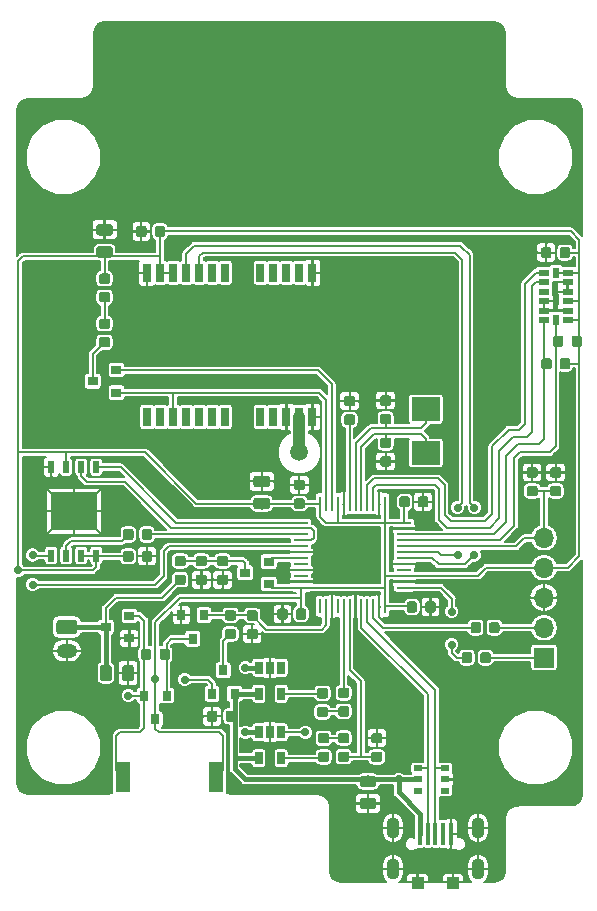
<source format=gbr>
%TF.GenerationSoftware,KiCad,Pcbnew,5.0.2+dfsg1-1*%
%TF.CreationDate,2021-01-30T01:57:09+03:00*%
%TF.ProjectId,LocalTrack,4c6f6361-6c54-4726-9163-6b2e6b696361,1.3*%
%TF.SameCoordinates,PX7270e00PY47868c0*%
%TF.FileFunction,Copper,L1,Top*%
%TF.FilePolarity,Positive*%
%FSLAX46Y46*%
G04 Gerber Fmt 4.6, Leading zero omitted, Abs format (unit mm)*
G04 Created by KiCad (PCBNEW 5.0.2+dfsg1-1) date Sat 30 Jan 2021 01:57:09 AM MSK*
%MOMM*%
%LPD*%
G01*
G04 APERTURE LIST*
%ADD10R,0.800000X0.900000*%
%ADD11C,0.100000*%
%ADD12C,0.875000*%
%ADD13R,0.900000X0.800000*%
%ADD14C,0.975000*%
%ADD15C,1.500000*%
%ADD16O,1.700000X1.700000*%
%ADD17R,1.700000X1.700000*%
%ADD18R,1.300000X2.600000*%
%ADD19R,0.650000X1.060000*%
%ADD20R,1.100000X1.000000*%
%ADD21O,1.100000X1.800000*%
%ADD22R,0.400000X1.900000*%
%ADD23R,0.600000X0.950000*%
%ADD24R,0.950000X0.600000*%
%ADD25R,0.700000X0.510000*%
%ADD26R,1.300000X0.250000*%
%ADD27R,0.250000X1.300000*%
%ADD28R,4.000000X3.200000*%
%ADD29R,0.600000X1.000000*%
%ADD30R,0.700000X1.600000*%
%ADD31R,2.400000X2.000000*%
%ADD32C,1.200000*%
%ADD33O,1.750000X1.200000*%
%ADD34C,0.700000*%
%ADD35C,0.600000*%
%ADD36C,1.000000*%
%ADD37C,0.400000*%
%ADD38C,0.200000*%
%ADD39C,0.190000*%
G04 APERTURE END LIST*
D10*
X16900000Y-51300000D03*
X15000000Y-51300000D03*
X15950000Y-53300000D03*
D11*
G36*
X13827691Y-54126053D02*
X13848926Y-54129203D01*
X13869750Y-54134419D01*
X13889962Y-54141651D01*
X13909368Y-54150830D01*
X13927781Y-54161866D01*
X13945024Y-54174654D01*
X13960930Y-54189070D01*
X13975346Y-54204976D01*
X13988134Y-54222219D01*
X13999170Y-54240632D01*
X14008349Y-54260038D01*
X14015581Y-54280250D01*
X14020797Y-54301074D01*
X14023947Y-54322309D01*
X14025000Y-54343750D01*
X14025000Y-54856250D01*
X14023947Y-54877691D01*
X14020797Y-54898926D01*
X14015581Y-54919750D01*
X14008349Y-54939962D01*
X13999170Y-54959368D01*
X13988134Y-54977781D01*
X13975346Y-54995024D01*
X13960930Y-55010930D01*
X13945024Y-55025346D01*
X13927781Y-55038134D01*
X13909368Y-55049170D01*
X13889962Y-55058349D01*
X13869750Y-55065581D01*
X13848926Y-55070797D01*
X13827691Y-55073947D01*
X13806250Y-55075000D01*
X13368750Y-55075000D01*
X13347309Y-55073947D01*
X13326074Y-55070797D01*
X13305250Y-55065581D01*
X13285038Y-55058349D01*
X13265632Y-55049170D01*
X13247219Y-55038134D01*
X13229976Y-55025346D01*
X13214070Y-55010930D01*
X13199654Y-54995024D01*
X13186866Y-54977781D01*
X13175830Y-54959368D01*
X13166651Y-54939962D01*
X13159419Y-54919750D01*
X13154203Y-54898926D01*
X13151053Y-54877691D01*
X13150000Y-54856250D01*
X13150000Y-54343750D01*
X13151053Y-54322309D01*
X13154203Y-54301074D01*
X13159419Y-54280250D01*
X13166651Y-54260038D01*
X13175830Y-54240632D01*
X13186866Y-54222219D01*
X13199654Y-54204976D01*
X13214070Y-54189070D01*
X13229976Y-54174654D01*
X13247219Y-54161866D01*
X13265632Y-54150830D01*
X13285038Y-54141651D01*
X13305250Y-54134419D01*
X13326074Y-54129203D01*
X13347309Y-54126053D01*
X13368750Y-54125000D01*
X13806250Y-54125000D01*
X13827691Y-54126053D01*
X13827691Y-54126053D01*
G37*
D12*
X13587500Y-54600000D03*
D11*
G36*
X12252691Y-54126053D02*
X12273926Y-54129203D01*
X12294750Y-54134419D01*
X12314962Y-54141651D01*
X12334368Y-54150830D01*
X12352781Y-54161866D01*
X12370024Y-54174654D01*
X12385930Y-54189070D01*
X12400346Y-54204976D01*
X12413134Y-54222219D01*
X12424170Y-54240632D01*
X12433349Y-54260038D01*
X12440581Y-54280250D01*
X12445797Y-54301074D01*
X12448947Y-54322309D01*
X12450000Y-54343750D01*
X12450000Y-54856250D01*
X12448947Y-54877691D01*
X12445797Y-54898926D01*
X12440581Y-54919750D01*
X12433349Y-54939962D01*
X12424170Y-54959368D01*
X12413134Y-54977781D01*
X12400346Y-54995024D01*
X12385930Y-55010930D01*
X12370024Y-55025346D01*
X12352781Y-55038134D01*
X12334368Y-55049170D01*
X12314962Y-55058349D01*
X12294750Y-55065581D01*
X12273926Y-55070797D01*
X12252691Y-55073947D01*
X12231250Y-55075000D01*
X11793750Y-55075000D01*
X11772309Y-55073947D01*
X11751074Y-55070797D01*
X11730250Y-55065581D01*
X11710038Y-55058349D01*
X11690632Y-55049170D01*
X11672219Y-55038134D01*
X11654976Y-55025346D01*
X11639070Y-55010930D01*
X11624654Y-54995024D01*
X11611866Y-54977781D01*
X11600830Y-54959368D01*
X11591651Y-54939962D01*
X11584419Y-54919750D01*
X11579203Y-54898926D01*
X11576053Y-54877691D01*
X11575000Y-54856250D01*
X11575000Y-54343750D01*
X11576053Y-54322309D01*
X11579203Y-54301074D01*
X11584419Y-54280250D01*
X11591651Y-54260038D01*
X11600830Y-54240632D01*
X11611866Y-54222219D01*
X11624654Y-54204976D01*
X11639070Y-54189070D01*
X11654976Y-54174654D01*
X11672219Y-54161866D01*
X11690632Y-54150830D01*
X11710038Y-54141651D01*
X11730250Y-54134419D01*
X11751074Y-54129203D01*
X11772309Y-54126053D01*
X11793750Y-54125000D01*
X12231250Y-54125000D01*
X12252691Y-54126053D01*
X12252691Y-54126053D01*
G37*
D12*
X12012500Y-54600000D03*
D11*
G36*
X21277691Y-52451053D02*
X21298926Y-52454203D01*
X21319750Y-52459419D01*
X21339962Y-52466651D01*
X21359368Y-52475830D01*
X21377781Y-52486866D01*
X21395024Y-52499654D01*
X21410930Y-52514070D01*
X21425346Y-52529976D01*
X21438134Y-52547219D01*
X21449170Y-52565632D01*
X21458349Y-52585038D01*
X21465581Y-52605250D01*
X21470797Y-52626074D01*
X21473947Y-52647309D01*
X21475000Y-52668750D01*
X21475000Y-53106250D01*
X21473947Y-53127691D01*
X21470797Y-53148926D01*
X21465581Y-53169750D01*
X21458349Y-53189962D01*
X21449170Y-53209368D01*
X21438134Y-53227781D01*
X21425346Y-53245024D01*
X21410930Y-53260930D01*
X21395024Y-53275346D01*
X21377781Y-53288134D01*
X21359368Y-53299170D01*
X21339962Y-53308349D01*
X21319750Y-53315581D01*
X21298926Y-53320797D01*
X21277691Y-53323947D01*
X21256250Y-53325000D01*
X20743750Y-53325000D01*
X20722309Y-53323947D01*
X20701074Y-53320797D01*
X20680250Y-53315581D01*
X20660038Y-53308349D01*
X20640632Y-53299170D01*
X20622219Y-53288134D01*
X20604976Y-53275346D01*
X20589070Y-53260930D01*
X20574654Y-53245024D01*
X20561866Y-53227781D01*
X20550830Y-53209368D01*
X20541651Y-53189962D01*
X20534419Y-53169750D01*
X20529203Y-53148926D01*
X20526053Y-53127691D01*
X20525000Y-53106250D01*
X20525000Y-52668750D01*
X20526053Y-52647309D01*
X20529203Y-52626074D01*
X20534419Y-52605250D01*
X20541651Y-52585038D01*
X20550830Y-52565632D01*
X20561866Y-52547219D01*
X20574654Y-52529976D01*
X20589070Y-52514070D01*
X20604976Y-52499654D01*
X20622219Y-52486866D01*
X20640632Y-52475830D01*
X20660038Y-52466651D01*
X20680250Y-52459419D01*
X20701074Y-52454203D01*
X20722309Y-52451053D01*
X20743750Y-52450000D01*
X21256250Y-52450000D01*
X21277691Y-52451053D01*
X21277691Y-52451053D01*
G37*
D12*
X21000000Y-52887500D03*
D11*
G36*
X21277691Y-50876053D02*
X21298926Y-50879203D01*
X21319750Y-50884419D01*
X21339962Y-50891651D01*
X21359368Y-50900830D01*
X21377781Y-50911866D01*
X21395024Y-50924654D01*
X21410930Y-50939070D01*
X21425346Y-50954976D01*
X21438134Y-50972219D01*
X21449170Y-50990632D01*
X21458349Y-51010038D01*
X21465581Y-51030250D01*
X21470797Y-51051074D01*
X21473947Y-51072309D01*
X21475000Y-51093750D01*
X21475000Y-51531250D01*
X21473947Y-51552691D01*
X21470797Y-51573926D01*
X21465581Y-51594750D01*
X21458349Y-51614962D01*
X21449170Y-51634368D01*
X21438134Y-51652781D01*
X21425346Y-51670024D01*
X21410930Y-51685930D01*
X21395024Y-51700346D01*
X21377781Y-51713134D01*
X21359368Y-51724170D01*
X21339962Y-51733349D01*
X21319750Y-51740581D01*
X21298926Y-51745797D01*
X21277691Y-51748947D01*
X21256250Y-51750000D01*
X20743750Y-51750000D01*
X20722309Y-51748947D01*
X20701074Y-51745797D01*
X20680250Y-51740581D01*
X20660038Y-51733349D01*
X20640632Y-51724170D01*
X20622219Y-51713134D01*
X20604976Y-51700346D01*
X20589070Y-51685930D01*
X20574654Y-51670024D01*
X20561866Y-51652781D01*
X20550830Y-51634368D01*
X20541651Y-51614962D01*
X20534419Y-51594750D01*
X20529203Y-51573926D01*
X20526053Y-51552691D01*
X20525000Y-51531250D01*
X20525000Y-51093750D01*
X20526053Y-51072309D01*
X20529203Y-51051074D01*
X20534419Y-51030250D01*
X20541651Y-51010038D01*
X20550830Y-50990632D01*
X20561866Y-50972219D01*
X20574654Y-50954976D01*
X20589070Y-50939070D01*
X20604976Y-50924654D01*
X20622219Y-50911866D01*
X20640632Y-50900830D01*
X20660038Y-50891651D01*
X20680250Y-50884419D01*
X20701074Y-50879203D01*
X20722309Y-50876053D01*
X20743750Y-50875000D01*
X21256250Y-50875000D01*
X21277691Y-50876053D01*
X21277691Y-50876053D01*
G37*
D12*
X21000000Y-51312500D03*
D13*
X10600000Y-53250000D03*
X10600000Y-51350000D03*
X8600000Y-52300000D03*
D11*
G36*
X19427691Y-59376053D02*
X19448926Y-59379203D01*
X19469750Y-59384419D01*
X19489962Y-59391651D01*
X19509368Y-59400830D01*
X19527781Y-59411866D01*
X19545024Y-59424654D01*
X19560930Y-59439070D01*
X19575346Y-59454976D01*
X19588134Y-59472219D01*
X19599170Y-59490632D01*
X19608349Y-59510038D01*
X19615581Y-59530250D01*
X19620797Y-59551074D01*
X19623947Y-59572309D01*
X19625000Y-59593750D01*
X19625000Y-60106250D01*
X19623947Y-60127691D01*
X19620797Y-60148926D01*
X19615581Y-60169750D01*
X19608349Y-60189962D01*
X19599170Y-60209368D01*
X19588134Y-60227781D01*
X19575346Y-60245024D01*
X19560930Y-60260930D01*
X19545024Y-60275346D01*
X19527781Y-60288134D01*
X19509368Y-60299170D01*
X19489962Y-60308349D01*
X19469750Y-60315581D01*
X19448926Y-60320797D01*
X19427691Y-60323947D01*
X19406250Y-60325000D01*
X18968750Y-60325000D01*
X18947309Y-60323947D01*
X18926074Y-60320797D01*
X18905250Y-60315581D01*
X18885038Y-60308349D01*
X18865632Y-60299170D01*
X18847219Y-60288134D01*
X18829976Y-60275346D01*
X18814070Y-60260930D01*
X18799654Y-60245024D01*
X18786866Y-60227781D01*
X18775830Y-60209368D01*
X18766651Y-60189962D01*
X18759419Y-60169750D01*
X18754203Y-60148926D01*
X18751053Y-60127691D01*
X18750000Y-60106250D01*
X18750000Y-59593750D01*
X18751053Y-59572309D01*
X18754203Y-59551074D01*
X18759419Y-59530250D01*
X18766651Y-59510038D01*
X18775830Y-59490632D01*
X18786866Y-59472219D01*
X18799654Y-59454976D01*
X18814070Y-59439070D01*
X18829976Y-59424654D01*
X18847219Y-59411866D01*
X18865632Y-59400830D01*
X18885038Y-59391651D01*
X18905250Y-59384419D01*
X18926074Y-59379203D01*
X18947309Y-59376053D01*
X18968750Y-59375000D01*
X19406250Y-59375000D01*
X19427691Y-59376053D01*
X19427691Y-59376053D01*
G37*
D12*
X19187500Y-59850000D03*
D11*
G36*
X17852691Y-59376053D02*
X17873926Y-59379203D01*
X17894750Y-59384419D01*
X17914962Y-59391651D01*
X17934368Y-59400830D01*
X17952781Y-59411866D01*
X17970024Y-59424654D01*
X17985930Y-59439070D01*
X18000346Y-59454976D01*
X18013134Y-59472219D01*
X18024170Y-59490632D01*
X18033349Y-59510038D01*
X18040581Y-59530250D01*
X18045797Y-59551074D01*
X18048947Y-59572309D01*
X18050000Y-59593750D01*
X18050000Y-60106250D01*
X18048947Y-60127691D01*
X18045797Y-60148926D01*
X18040581Y-60169750D01*
X18033349Y-60189962D01*
X18024170Y-60209368D01*
X18013134Y-60227781D01*
X18000346Y-60245024D01*
X17985930Y-60260930D01*
X17970024Y-60275346D01*
X17952781Y-60288134D01*
X17934368Y-60299170D01*
X17914962Y-60308349D01*
X17894750Y-60315581D01*
X17873926Y-60320797D01*
X17852691Y-60323947D01*
X17831250Y-60325000D01*
X17393750Y-60325000D01*
X17372309Y-60323947D01*
X17351074Y-60320797D01*
X17330250Y-60315581D01*
X17310038Y-60308349D01*
X17290632Y-60299170D01*
X17272219Y-60288134D01*
X17254976Y-60275346D01*
X17239070Y-60260930D01*
X17224654Y-60245024D01*
X17211866Y-60227781D01*
X17200830Y-60209368D01*
X17191651Y-60189962D01*
X17184419Y-60169750D01*
X17179203Y-60148926D01*
X17176053Y-60127691D01*
X17175000Y-60106250D01*
X17175000Y-59593750D01*
X17176053Y-59572309D01*
X17179203Y-59551074D01*
X17184419Y-59530250D01*
X17191651Y-59510038D01*
X17200830Y-59490632D01*
X17211866Y-59472219D01*
X17224654Y-59454976D01*
X17239070Y-59439070D01*
X17254976Y-59424654D01*
X17272219Y-59411866D01*
X17290632Y-59400830D01*
X17310038Y-59391651D01*
X17330250Y-59384419D01*
X17351074Y-59379203D01*
X17372309Y-59376053D01*
X17393750Y-59375000D01*
X17831250Y-59375000D01*
X17852691Y-59376053D01*
X17852691Y-59376053D01*
G37*
D12*
X17612500Y-59850000D03*
D11*
G36*
X19427691Y-50876053D02*
X19448926Y-50879203D01*
X19469750Y-50884419D01*
X19489962Y-50891651D01*
X19509368Y-50900830D01*
X19527781Y-50911866D01*
X19545024Y-50924654D01*
X19560930Y-50939070D01*
X19575346Y-50954976D01*
X19588134Y-50972219D01*
X19599170Y-50990632D01*
X19608349Y-51010038D01*
X19615581Y-51030250D01*
X19620797Y-51051074D01*
X19623947Y-51072309D01*
X19625000Y-51093750D01*
X19625000Y-51531250D01*
X19623947Y-51552691D01*
X19620797Y-51573926D01*
X19615581Y-51594750D01*
X19608349Y-51614962D01*
X19599170Y-51634368D01*
X19588134Y-51652781D01*
X19575346Y-51670024D01*
X19560930Y-51685930D01*
X19545024Y-51700346D01*
X19527781Y-51713134D01*
X19509368Y-51724170D01*
X19489962Y-51733349D01*
X19469750Y-51740581D01*
X19448926Y-51745797D01*
X19427691Y-51748947D01*
X19406250Y-51750000D01*
X18893750Y-51750000D01*
X18872309Y-51748947D01*
X18851074Y-51745797D01*
X18830250Y-51740581D01*
X18810038Y-51733349D01*
X18790632Y-51724170D01*
X18772219Y-51713134D01*
X18754976Y-51700346D01*
X18739070Y-51685930D01*
X18724654Y-51670024D01*
X18711866Y-51652781D01*
X18700830Y-51634368D01*
X18691651Y-51614962D01*
X18684419Y-51594750D01*
X18679203Y-51573926D01*
X18676053Y-51552691D01*
X18675000Y-51531250D01*
X18675000Y-51093750D01*
X18676053Y-51072309D01*
X18679203Y-51051074D01*
X18684419Y-51030250D01*
X18691651Y-51010038D01*
X18700830Y-50990632D01*
X18711866Y-50972219D01*
X18724654Y-50954976D01*
X18739070Y-50939070D01*
X18754976Y-50924654D01*
X18772219Y-50911866D01*
X18790632Y-50900830D01*
X18810038Y-50891651D01*
X18830250Y-50884419D01*
X18851074Y-50879203D01*
X18872309Y-50876053D01*
X18893750Y-50875000D01*
X19406250Y-50875000D01*
X19427691Y-50876053D01*
X19427691Y-50876053D01*
G37*
D12*
X19150000Y-51312500D03*
D11*
G36*
X19427691Y-52451053D02*
X19448926Y-52454203D01*
X19469750Y-52459419D01*
X19489962Y-52466651D01*
X19509368Y-52475830D01*
X19527781Y-52486866D01*
X19545024Y-52499654D01*
X19560930Y-52514070D01*
X19575346Y-52529976D01*
X19588134Y-52547219D01*
X19599170Y-52565632D01*
X19608349Y-52585038D01*
X19615581Y-52605250D01*
X19620797Y-52626074D01*
X19623947Y-52647309D01*
X19625000Y-52668750D01*
X19625000Y-53106250D01*
X19623947Y-53127691D01*
X19620797Y-53148926D01*
X19615581Y-53169750D01*
X19608349Y-53189962D01*
X19599170Y-53209368D01*
X19588134Y-53227781D01*
X19575346Y-53245024D01*
X19560930Y-53260930D01*
X19545024Y-53275346D01*
X19527781Y-53288134D01*
X19509368Y-53299170D01*
X19489962Y-53308349D01*
X19469750Y-53315581D01*
X19448926Y-53320797D01*
X19427691Y-53323947D01*
X19406250Y-53325000D01*
X18893750Y-53325000D01*
X18872309Y-53323947D01*
X18851074Y-53320797D01*
X18830250Y-53315581D01*
X18810038Y-53308349D01*
X18790632Y-53299170D01*
X18772219Y-53288134D01*
X18754976Y-53275346D01*
X18739070Y-53260930D01*
X18724654Y-53245024D01*
X18711866Y-53227781D01*
X18700830Y-53209368D01*
X18691651Y-53189962D01*
X18684419Y-53169750D01*
X18679203Y-53148926D01*
X18676053Y-53127691D01*
X18675000Y-53106250D01*
X18675000Y-52668750D01*
X18676053Y-52647309D01*
X18679203Y-52626074D01*
X18684419Y-52605250D01*
X18691651Y-52585038D01*
X18700830Y-52565632D01*
X18711866Y-52547219D01*
X18724654Y-52529976D01*
X18739070Y-52514070D01*
X18754976Y-52499654D01*
X18772219Y-52486866D01*
X18790632Y-52475830D01*
X18810038Y-52466651D01*
X18830250Y-52459419D01*
X18851074Y-52454203D01*
X18872309Y-52451053D01*
X18893750Y-52450000D01*
X19406250Y-52450000D01*
X19427691Y-52451053D01*
X19427691Y-52451053D01*
G37*
D12*
X19150000Y-52887500D03*
D11*
G36*
X39415191Y-54426053D02*
X39436426Y-54429203D01*
X39457250Y-54434419D01*
X39477462Y-54441651D01*
X39496868Y-54450830D01*
X39515281Y-54461866D01*
X39532524Y-54474654D01*
X39548430Y-54489070D01*
X39562846Y-54504976D01*
X39575634Y-54522219D01*
X39586670Y-54540632D01*
X39595849Y-54560038D01*
X39603081Y-54580250D01*
X39608297Y-54601074D01*
X39611447Y-54622309D01*
X39612500Y-54643750D01*
X39612500Y-55156250D01*
X39611447Y-55177691D01*
X39608297Y-55198926D01*
X39603081Y-55219750D01*
X39595849Y-55239962D01*
X39586670Y-55259368D01*
X39575634Y-55277781D01*
X39562846Y-55295024D01*
X39548430Y-55310930D01*
X39532524Y-55325346D01*
X39515281Y-55338134D01*
X39496868Y-55349170D01*
X39477462Y-55358349D01*
X39457250Y-55365581D01*
X39436426Y-55370797D01*
X39415191Y-55373947D01*
X39393750Y-55375000D01*
X38956250Y-55375000D01*
X38934809Y-55373947D01*
X38913574Y-55370797D01*
X38892750Y-55365581D01*
X38872538Y-55358349D01*
X38853132Y-55349170D01*
X38834719Y-55338134D01*
X38817476Y-55325346D01*
X38801570Y-55310930D01*
X38787154Y-55295024D01*
X38774366Y-55277781D01*
X38763330Y-55259368D01*
X38754151Y-55239962D01*
X38746919Y-55219750D01*
X38741703Y-55198926D01*
X38738553Y-55177691D01*
X38737500Y-55156250D01*
X38737500Y-54643750D01*
X38738553Y-54622309D01*
X38741703Y-54601074D01*
X38746919Y-54580250D01*
X38754151Y-54560038D01*
X38763330Y-54540632D01*
X38774366Y-54522219D01*
X38787154Y-54504976D01*
X38801570Y-54489070D01*
X38817476Y-54474654D01*
X38834719Y-54461866D01*
X38853132Y-54450830D01*
X38872538Y-54441651D01*
X38892750Y-54434419D01*
X38913574Y-54429203D01*
X38934809Y-54426053D01*
X38956250Y-54425000D01*
X39393750Y-54425000D01*
X39415191Y-54426053D01*
X39415191Y-54426053D01*
G37*
D12*
X39175000Y-54900000D03*
D11*
G36*
X40990191Y-54426053D02*
X41011426Y-54429203D01*
X41032250Y-54434419D01*
X41052462Y-54441651D01*
X41071868Y-54450830D01*
X41090281Y-54461866D01*
X41107524Y-54474654D01*
X41123430Y-54489070D01*
X41137846Y-54504976D01*
X41150634Y-54522219D01*
X41161670Y-54540632D01*
X41170849Y-54560038D01*
X41178081Y-54580250D01*
X41183297Y-54601074D01*
X41186447Y-54622309D01*
X41187500Y-54643750D01*
X41187500Y-55156250D01*
X41186447Y-55177691D01*
X41183297Y-55198926D01*
X41178081Y-55219750D01*
X41170849Y-55239962D01*
X41161670Y-55259368D01*
X41150634Y-55277781D01*
X41137846Y-55295024D01*
X41123430Y-55310930D01*
X41107524Y-55325346D01*
X41090281Y-55338134D01*
X41071868Y-55349170D01*
X41052462Y-55358349D01*
X41032250Y-55365581D01*
X41011426Y-55370797D01*
X40990191Y-55373947D01*
X40968750Y-55375000D01*
X40531250Y-55375000D01*
X40509809Y-55373947D01*
X40488574Y-55370797D01*
X40467750Y-55365581D01*
X40447538Y-55358349D01*
X40428132Y-55349170D01*
X40409719Y-55338134D01*
X40392476Y-55325346D01*
X40376570Y-55310930D01*
X40362154Y-55295024D01*
X40349366Y-55277781D01*
X40338330Y-55259368D01*
X40329151Y-55239962D01*
X40321919Y-55219750D01*
X40316703Y-55198926D01*
X40313553Y-55177691D01*
X40312500Y-55156250D01*
X40312500Y-54643750D01*
X40313553Y-54622309D01*
X40316703Y-54601074D01*
X40321919Y-54580250D01*
X40329151Y-54560038D01*
X40338330Y-54540632D01*
X40349366Y-54522219D01*
X40362154Y-54504976D01*
X40376570Y-54489070D01*
X40392476Y-54474654D01*
X40409719Y-54461866D01*
X40428132Y-54450830D01*
X40447538Y-54441651D01*
X40467750Y-54434419D01*
X40488574Y-54429203D01*
X40509809Y-54426053D01*
X40531250Y-54425000D01*
X40968750Y-54425000D01*
X40990191Y-54426053D01*
X40990191Y-54426053D01*
G37*
D12*
X40750000Y-54900000D03*
D11*
G36*
X40165191Y-51876053D02*
X40186426Y-51879203D01*
X40207250Y-51884419D01*
X40227462Y-51891651D01*
X40246868Y-51900830D01*
X40265281Y-51911866D01*
X40282524Y-51924654D01*
X40298430Y-51939070D01*
X40312846Y-51954976D01*
X40325634Y-51972219D01*
X40336670Y-51990632D01*
X40345849Y-52010038D01*
X40353081Y-52030250D01*
X40358297Y-52051074D01*
X40361447Y-52072309D01*
X40362500Y-52093750D01*
X40362500Y-52606250D01*
X40361447Y-52627691D01*
X40358297Y-52648926D01*
X40353081Y-52669750D01*
X40345849Y-52689962D01*
X40336670Y-52709368D01*
X40325634Y-52727781D01*
X40312846Y-52745024D01*
X40298430Y-52760930D01*
X40282524Y-52775346D01*
X40265281Y-52788134D01*
X40246868Y-52799170D01*
X40227462Y-52808349D01*
X40207250Y-52815581D01*
X40186426Y-52820797D01*
X40165191Y-52823947D01*
X40143750Y-52825000D01*
X39706250Y-52825000D01*
X39684809Y-52823947D01*
X39663574Y-52820797D01*
X39642750Y-52815581D01*
X39622538Y-52808349D01*
X39603132Y-52799170D01*
X39584719Y-52788134D01*
X39567476Y-52775346D01*
X39551570Y-52760930D01*
X39537154Y-52745024D01*
X39524366Y-52727781D01*
X39513330Y-52709368D01*
X39504151Y-52689962D01*
X39496919Y-52669750D01*
X39491703Y-52648926D01*
X39488553Y-52627691D01*
X39487500Y-52606250D01*
X39487500Y-52093750D01*
X39488553Y-52072309D01*
X39491703Y-52051074D01*
X39496919Y-52030250D01*
X39504151Y-52010038D01*
X39513330Y-51990632D01*
X39524366Y-51972219D01*
X39537154Y-51954976D01*
X39551570Y-51939070D01*
X39567476Y-51924654D01*
X39584719Y-51911866D01*
X39603132Y-51900830D01*
X39622538Y-51891651D01*
X39642750Y-51884419D01*
X39663574Y-51879203D01*
X39684809Y-51876053D01*
X39706250Y-51875000D01*
X40143750Y-51875000D01*
X40165191Y-51876053D01*
X40165191Y-51876053D01*
G37*
D12*
X39925000Y-52350000D03*
D11*
G36*
X41740191Y-51876053D02*
X41761426Y-51879203D01*
X41782250Y-51884419D01*
X41802462Y-51891651D01*
X41821868Y-51900830D01*
X41840281Y-51911866D01*
X41857524Y-51924654D01*
X41873430Y-51939070D01*
X41887846Y-51954976D01*
X41900634Y-51972219D01*
X41911670Y-51990632D01*
X41920849Y-52010038D01*
X41928081Y-52030250D01*
X41933297Y-52051074D01*
X41936447Y-52072309D01*
X41937500Y-52093750D01*
X41937500Y-52606250D01*
X41936447Y-52627691D01*
X41933297Y-52648926D01*
X41928081Y-52669750D01*
X41920849Y-52689962D01*
X41911670Y-52709368D01*
X41900634Y-52727781D01*
X41887846Y-52745024D01*
X41873430Y-52760930D01*
X41857524Y-52775346D01*
X41840281Y-52788134D01*
X41821868Y-52799170D01*
X41802462Y-52808349D01*
X41782250Y-52815581D01*
X41761426Y-52820797D01*
X41740191Y-52823947D01*
X41718750Y-52825000D01*
X41281250Y-52825000D01*
X41259809Y-52823947D01*
X41238574Y-52820797D01*
X41217750Y-52815581D01*
X41197538Y-52808349D01*
X41178132Y-52799170D01*
X41159719Y-52788134D01*
X41142476Y-52775346D01*
X41126570Y-52760930D01*
X41112154Y-52745024D01*
X41099366Y-52727781D01*
X41088330Y-52709368D01*
X41079151Y-52689962D01*
X41071919Y-52669750D01*
X41066703Y-52648926D01*
X41063553Y-52627691D01*
X41062500Y-52606250D01*
X41062500Y-52093750D01*
X41063553Y-52072309D01*
X41066703Y-52051074D01*
X41071919Y-52030250D01*
X41079151Y-52010038D01*
X41088330Y-51990632D01*
X41099366Y-51972219D01*
X41112154Y-51954976D01*
X41126570Y-51939070D01*
X41142476Y-51924654D01*
X41159719Y-51911866D01*
X41178132Y-51900830D01*
X41197538Y-51891651D01*
X41217750Y-51884419D01*
X41238574Y-51879203D01*
X41259809Y-51876053D01*
X41281250Y-51875000D01*
X41718750Y-51875000D01*
X41740191Y-51876053D01*
X41740191Y-51876053D01*
G37*
D12*
X41500000Y-52350000D03*
D11*
G36*
X22280142Y-39476174D02*
X22303803Y-39479684D01*
X22327007Y-39485496D01*
X22349529Y-39493554D01*
X22371153Y-39503782D01*
X22391670Y-39516079D01*
X22410883Y-39530329D01*
X22428607Y-39546393D01*
X22444671Y-39564117D01*
X22458921Y-39583330D01*
X22471218Y-39603847D01*
X22481446Y-39625471D01*
X22489504Y-39647993D01*
X22495316Y-39671197D01*
X22498826Y-39694858D01*
X22500000Y-39718750D01*
X22500000Y-40206250D01*
X22498826Y-40230142D01*
X22495316Y-40253803D01*
X22489504Y-40277007D01*
X22481446Y-40299529D01*
X22471218Y-40321153D01*
X22458921Y-40341670D01*
X22444671Y-40360883D01*
X22428607Y-40378607D01*
X22410883Y-40394671D01*
X22391670Y-40408921D01*
X22371153Y-40421218D01*
X22349529Y-40431446D01*
X22327007Y-40439504D01*
X22303803Y-40445316D01*
X22280142Y-40448826D01*
X22256250Y-40450000D01*
X21343750Y-40450000D01*
X21319858Y-40448826D01*
X21296197Y-40445316D01*
X21272993Y-40439504D01*
X21250471Y-40431446D01*
X21228847Y-40421218D01*
X21208330Y-40408921D01*
X21189117Y-40394671D01*
X21171393Y-40378607D01*
X21155329Y-40360883D01*
X21141079Y-40341670D01*
X21128782Y-40321153D01*
X21118554Y-40299529D01*
X21110496Y-40277007D01*
X21104684Y-40253803D01*
X21101174Y-40230142D01*
X21100000Y-40206250D01*
X21100000Y-39718750D01*
X21101174Y-39694858D01*
X21104684Y-39671197D01*
X21110496Y-39647993D01*
X21118554Y-39625471D01*
X21128782Y-39603847D01*
X21141079Y-39583330D01*
X21155329Y-39564117D01*
X21171393Y-39546393D01*
X21189117Y-39530329D01*
X21208330Y-39516079D01*
X21228847Y-39503782D01*
X21250471Y-39493554D01*
X21272993Y-39485496D01*
X21296197Y-39479684D01*
X21319858Y-39476174D01*
X21343750Y-39475000D01*
X22256250Y-39475000D01*
X22280142Y-39476174D01*
X22280142Y-39476174D01*
G37*
D14*
X21800000Y-39962500D03*
D11*
G36*
X22280142Y-41351174D02*
X22303803Y-41354684D01*
X22327007Y-41360496D01*
X22349529Y-41368554D01*
X22371153Y-41378782D01*
X22391670Y-41391079D01*
X22410883Y-41405329D01*
X22428607Y-41421393D01*
X22444671Y-41439117D01*
X22458921Y-41458330D01*
X22471218Y-41478847D01*
X22481446Y-41500471D01*
X22489504Y-41522993D01*
X22495316Y-41546197D01*
X22498826Y-41569858D01*
X22500000Y-41593750D01*
X22500000Y-42081250D01*
X22498826Y-42105142D01*
X22495316Y-42128803D01*
X22489504Y-42152007D01*
X22481446Y-42174529D01*
X22471218Y-42196153D01*
X22458921Y-42216670D01*
X22444671Y-42235883D01*
X22428607Y-42253607D01*
X22410883Y-42269671D01*
X22391670Y-42283921D01*
X22371153Y-42296218D01*
X22349529Y-42306446D01*
X22327007Y-42314504D01*
X22303803Y-42320316D01*
X22280142Y-42323826D01*
X22256250Y-42325000D01*
X21343750Y-42325000D01*
X21319858Y-42323826D01*
X21296197Y-42320316D01*
X21272993Y-42314504D01*
X21250471Y-42306446D01*
X21228847Y-42296218D01*
X21208330Y-42283921D01*
X21189117Y-42269671D01*
X21171393Y-42253607D01*
X21155329Y-42235883D01*
X21141079Y-42216670D01*
X21128782Y-42196153D01*
X21118554Y-42174529D01*
X21110496Y-42152007D01*
X21104684Y-42128803D01*
X21101174Y-42105142D01*
X21100000Y-42081250D01*
X21100000Y-41593750D01*
X21101174Y-41569858D01*
X21104684Y-41546197D01*
X21110496Y-41522993D01*
X21118554Y-41500471D01*
X21128782Y-41478847D01*
X21141079Y-41458330D01*
X21155329Y-41439117D01*
X21171393Y-41421393D01*
X21189117Y-41405329D01*
X21208330Y-41391079D01*
X21228847Y-41378782D01*
X21250471Y-41368554D01*
X21272993Y-41360496D01*
X21296197Y-41354684D01*
X21319858Y-41351174D01*
X21343750Y-41350000D01*
X22256250Y-41350000D01*
X22280142Y-41351174D01*
X22280142Y-41351174D01*
G37*
D14*
X21800000Y-41837500D03*
D11*
G36*
X46977691Y-38776053D02*
X46998926Y-38779203D01*
X47019750Y-38784419D01*
X47039962Y-38791651D01*
X47059368Y-38800830D01*
X47077781Y-38811866D01*
X47095024Y-38824654D01*
X47110930Y-38839070D01*
X47125346Y-38854976D01*
X47138134Y-38872219D01*
X47149170Y-38890632D01*
X47158349Y-38910038D01*
X47165581Y-38930250D01*
X47170797Y-38951074D01*
X47173947Y-38972309D01*
X47175000Y-38993750D01*
X47175000Y-39431250D01*
X47173947Y-39452691D01*
X47170797Y-39473926D01*
X47165581Y-39494750D01*
X47158349Y-39514962D01*
X47149170Y-39534368D01*
X47138134Y-39552781D01*
X47125346Y-39570024D01*
X47110930Y-39585930D01*
X47095024Y-39600346D01*
X47077781Y-39613134D01*
X47059368Y-39624170D01*
X47039962Y-39633349D01*
X47019750Y-39640581D01*
X46998926Y-39645797D01*
X46977691Y-39648947D01*
X46956250Y-39650000D01*
X46443750Y-39650000D01*
X46422309Y-39648947D01*
X46401074Y-39645797D01*
X46380250Y-39640581D01*
X46360038Y-39633349D01*
X46340632Y-39624170D01*
X46322219Y-39613134D01*
X46304976Y-39600346D01*
X46289070Y-39585930D01*
X46274654Y-39570024D01*
X46261866Y-39552781D01*
X46250830Y-39534368D01*
X46241651Y-39514962D01*
X46234419Y-39494750D01*
X46229203Y-39473926D01*
X46226053Y-39452691D01*
X46225000Y-39431250D01*
X46225000Y-38993750D01*
X46226053Y-38972309D01*
X46229203Y-38951074D01*
X46234419Y-38930250D01*
X46241651Y-38910038D01*
X46250830Y-38890632D01*
X46261866Y-38872219D01*
X46274654Y-38854976D01*
X46289070Y-38839070D01*
X46304976Y-38824654D01*
X46322219Y-38811866D01*
X46340632Y-38800830D01*
X46360038Y-38791651D01*
X46380250Y-38784419D01*
X46401074Y-38779203D01*
X46422309Y-38776053D01*
X46443750Y-38775000D01*
X46956250Y-38775000D01*
X46977691Y-38776053D01*
X46977691Y-38776053D01*
G37*
D12*
X46700000Y-39212500D03*
D11*
G36*
X46977691Y-40351053D02*
X46998926Y-40354203D01*
X47019750Y-40359419D01*
X47039962Y-40366651D01*
X47059368Y-40375830D01*
X47077781Y-40386866D01*
X47095024Y-40399654D01*
X47110930Y-40414070D01*
X47125346Y-40429976D01*
X47138134Y-40447219D01*
X47149170Y-40465632D01*
X47158349Y-40485038D01*
X47165581Y-40505250D01*
X47170797Y-40526074D01*
X47173947Y-40547309D01*
X47175000Y-40568750D01*
X47175000Y-41006250D01*
X47173947Y-41027691D01*
X47170797Y-41048926D01*
X47165581Y-41069750D01*
X47158349Y-41089962D01*
X47149170Y-41109368D01*
X47138134Y-41127781D01*
X47125346Y-41145024D01*
X47110930Y-41160930D01*
X47095024Y-41175346D01*
X47077781Y-41188134D01*
X47059368Y-41199170D01*
X47039962Y-41208349D01*
X47019750Y-41215581D01*
X46998926Y-41220797D01*
X46977691Y-41223947D01*
X46956250Y-41225000D01*
X46443750Y-41225000D01*
X46422309Y-41223947D01*
X46401074Y-41220797D01*
X46380250Y-41215581D01*
X46360038Y-41208349D01*
X46340632Y-41199170D01*
X46322219Y-41188134D01*
X46304976Y-41175346D01*
X46289070Y-41160930D01*
X46274654Y-41145024D01*
X46261866Y-41127781D01*
X46250830Y-41109368D01*
X46241651Y-41089962D01*
X46234419Y-41069750D01*
X46229203Y-41048926D01*
X46226053Y-41027691D01*
X46225000Y-41006250D01*
X46225000Y-40568750D01*
X46226053Y-40547309D01*
X46229203Y-40526074D01*
X46234419Y-40505250D01*
X46241651Y-40485038D01*
X46250830Y-40465632D01*
X46261866Y-40447219D01*
X46274654Y-40429976D01*
X46289070Y-40414070D01*
X46304976Y-40399654D01*
X46322219Y-40386866D01*
X46340632Y-40375830D01*
X46360038Y-40366651D01*
X46380250Y-40359419D01*
X46401074Y-40354203D01*
X46422309Y-40351053D01*
X46443750Y-40350000D01*
X46956250Y-40350000D01*
X46977691Y-40351053D01*
X46977691Y-40351053D01*
G37*
D12*
X46700000Y-40787500D03*
D11*
G36*
X44977691Y-38776053D02*
X44998926Y-38779203D01*
X45019750Y-38784419D01*
X45039962Y-38791651D01*
X45059368Y-38800830D01*
X45077781Y-38811866D01*
X45095024Y-38824654D01*
X45110930Y-38839070D01*
X45125346Y-38854976D01*
X45138134Y-38872219D01*
X45149170Y-38890632D01*
X45158349Y-38910038D01*
X45165581Y-38930250D01*
X45170797Y-38951074D01*
X45173947Y-38972309D01*
X45175000Y-38993750D01*
X45175000Y-39431250D01*
X45173947Y-39452691D01*
X45170797Y-39473926D01*
X45165581Y-39494750D01*
X45158349Y-39514962D01*
X45149170Y-39534368D01*
X45138134Y-39552781D01*
X45125346Y-39570024D01*
X45110930Y-39585930D01*
X45095024Y-39600346D01*
X45077781Y-39613134D01*
X45059368Y-39624170D01*
X45039962Y-39633349D01*
X45019750Y-39640581D01*
X44998926Y-39645797D01*
X44977691Y-39648947D01*
X44956250Y-39650000D01*
X44443750Y-39650000D01*
X44422309Y-39648947D01*
X44401074Y-39645797D01*
X44380250Y-39640581D01*
X44360038Y-39633349D01*
X44340632Y-39624170D01*
X44322219Y-39613134D01*
X44304976Y-39600346D01*
X44289070Y-39585930D01*
X44274654Y-39570024D01*
X44261866Y-39552781D01*
X44250830Y-39534368D01*
X44241651Y-39514962D01*
X44234419Y-39494750D01*
X44229203Y-39473926D01*
X44226053Y-39452691D01*
X44225000Y-39431250D01*
X44225000Y-38993750D01*
X44226053Y-38972309D01*
X44229203Y-38951074D01*
X44234419Y-38930250D01*
X44241651Y-38910038D01*
X44250830Y-38890632D01*
X44261866Y-38872219D01*
X44274654Y-38854976D01*
X44289070Y-38839070D01*
X44304976Y-38824654D01*
X44322219Y-38811866D01*
X44340632Y-38800830D01*
X44360038Y-38791651D01*
X44380250Y-38784419D01*
X44401074Y-38779203D01*
X44422309Y-38776053D01*
X44443750Y-38775000D01*
X44956250Y-38775000D01*
X44977691Y-38776053D01*
X44977691Y-38776053D01*
G37*
D12*
X44700000Y-39212500D03*
D11*
G36*
X44977691Y-40351053D02*
X44998926Y-40354203D01*
X45019750Y-40359419D01*
X45039962Y-40366651D01*
X45059368Y-40375830D01*
X45077781Y-40386866D01*
X45095024Y-40399654D01*
X45110930Y-40414070D01*
X45125346Y-40429976D01*
X45138134Y-40447219D01*
X45149170Y-40465632D01*
X45158349Y-40485038D01*
X45165581Y-40505250D01*
X45170797Y-40526074D01*
X45173947Y-40547309D01*
X45175000Y-40568750D01*
X45175000Y-41006250D01*
X45173947Y-41027691D01*
X45170797Y-41048926D01*
X45165581Y-41069750D01*
X45158349Y-41089962D01*
X45149170Y-41109368D01*
X45138134Y-41127781D01*
X45125346Y-41145024D01*
X45110930Y-41160930D01*
X45095024Y-41175346D01*
X45077781Y-41188134D01*
X45059368Y-41199170D01*
X45039962Y-41208349D01*
X45019750Y-41215581D01*
X44998926Y-41220797D01*
X44977691Y-41223947D01*
X44956250Y-41225000D01*
X44443750Y-41225000D01*
X44422309Y-41223947D01*
X44401074Y-41220797D01*
X44380250Y-41215581D01*
X44360038Y-41208349D01*
X44340632Y-41199170D01*
X44322219Y-41188134D01*
X44304976Y-41175346D01*
X44289070Y-41160930D01*
X44274654Y-41145024D01*
X44261866Y-41127781D01*
X44250830Y-41109368D01*
X44241651Y-41089962D01*
X44234419Y-41069750D01*
X44229203Y-41048926D01*
X44226053Y-41027691D01*
X44225000Y-41006250D01*
X44225000Y-40568750D01*
X44226053Y-40547309D01*
X44229203Y-40526074D01*
X44234419Y-40505250D01*
X44241651Y-40485038D01*
X44250830Y-40465632D01*
X44261866Y-40447219D01*
X44274654Y-40429976D01*
X44289070Y-40414070D01*
X44304976Y-40399654D01*
X44322219Y-40386866D01*
X44340632Y-40375830D01*
X44360038Y-40366651D01*
X44380250Y-40359419D01*
X44401074Y-40354203D01*
X44422309Y-40351053D01*
X44443750Y-40350000D01*
X44956250Y-40350000D01*
X44977691Y-40351053D01*
X44977691Y-40351053D01*
G37*
D12*
X44700000Y-40787500D03*
D15*
X25000000Y-37500000D03*
D16*
X45700000Y-44740000D03*
X45700000Y-47280000D03*
X45700000Y-49820000D03*
X45700000Y-52360000D03*
D17*
X45700000Y-54900000D03*
D18*
X17900000Y-65000000D03*
X10100000Y-65000000D03*
D19*
X23450000Y-57950000D03*
X21550000Y-57950000D03*
X21550000Y-55750000D03*
X22500000Y-55750000D03*
X23450000Y-55750000D03*
D11*
G36*
X47715191Y-20126053D02*
X47736426Y-20129203D01*
X47757250Y-20134419D01*
X47777462Y-20141651D01*
X47796868Y-20150830D01*
X47815281Y-20161866D01*
X47832524Y-20174654D01*
X47848430Y-20189070D01*
X47862846Y-20204976D01*
X47875634Y-20222219D01*
X47886670Y-20240632D01*
X47895849Y-20260038D01*
X47903081Y-20280250D01*
X47908297Y-20301074D01*
X47911447Y-20322309D01*
X47912500Y-20343750D01*
X47912500Y-20856250D01*
X47911447Y-20877691D01*
X47908297Y-20898926D01*
X47903081Y-20919750D01*
X47895849Y-20939962D01*
X47886670Y-20959368D01*
X47875634Y-20977781D01*
X47862846Y-20995024D01*
X47848430Y-21010930D01*
X47832524Y-21025346D01*
X47815281Y-21038134D01*
X47796868Y-21049170D01*
X47777462Y-21058349D01*
X47757250Y-21065581D01*
X47736426Y-21070797D01*
X47715191Y-21073947D01*
X47693750Y-21075000D01*
X47256250Y-21075000D01*
X47234809Y-21073947D01*
X47213574Y-21070797D01*
X47192750Y-21065581D01*
X47172538Y-21058349D01*
X47153132Y-21049170D01*
X47134719Y-21038134D01*
X47117476Y-21025346D01*
X47101570Y-21010930D01*
X47087154Y-20995024D01*
X47074366Y-20977781D01*
X47063330Y-20959368D01*
X47054151Y-20939962D01*
X47046919Y-20919750D01*
X47041703Y-20898926D01*
X47038553Y-20877691D01*
X47037500Y-20856250D01*
X47037500Y-20343750D01*
X47038553Y-20322309D01*
X47041703Y-20301074D01*
X47046919Y-20280250D01*
X47054151Y-20260038D01*
X47063330Y-20240632D01*
X47074366Y-20222219D01*
X47087154Y-20204976D01*
X47101570Y-20189070D01*
X47117476Y-20174654D01*
X47134719Y-20161866D01*
X47153132Y-20150830D01*
X47172538Y-20141651D01*
X47192750Y-20134419D01*
X47213574Y-20129203D01*
X47234809Y-20126053D01*
X47256250Y-20125000D01*
X47693750Y-20125000D01*
X47715191Y-20126053D01*
X47715191Y-20126053D01*
G37*
D12*
X47475000Y-20600000D03*
D11*
G36*
X46140191Y-20126053D02*
X46161426Y-20129203D01*
X46182250Y-20134419D01*
X46202462Y-20141651D01*
X46221868Y-20150830D01*
X46240281Y-20161866D01*
X46257524Y-20174654D01*
X46273430Y-20189070D01*
X46287846Y-20204976D01*
X46300634Y-20222219D01*
X46311670Y-20240632D01*
X46320849Y-20260038D01*
X46328081Y-20280250D01*
X46333297Y-20301074D01*
X46336447Y-20322309D01*
X46337500Y-20343750D01*
X46337500Y-20856250D01*
X46336447Y-20877691D01*
X46333297Y-20898926D01*
X46328081Y-20919750D01*
X46320849Y-20939962D01*
X46311670Y-20959368D01*
X46300634Y-20977781D01*
X46287846Y-20995024D01*
X46273430Y-21010930D01*
X46257524Y-21025346D01*
X46240281Y-21038134D01*
X46221868Y-21049170D01*
X46202462Y-21058349D01*
X46182250Y-21065581D01*
X46161426Y-21070797D01*
X46140191Y-21073947D01*
X46118750Y-21075000D01*
X45681250Y-21075000D01*
X45659809Y-21073947D01*
X45638574Y-21070797D01*
X45617750Y-21065581D01*
X45597538Y-21058349D01*
X45578132Y-21049170D01*
X45559719Y-21038134D01*
X45542476Y-21025346D01*
X45526570Y-21010930D01*
X45512154Y-20995024D01*
X45499366Y-20977781D01*
X45488330Y-20959368D01*
X45479151Y-20939962D01*
X45471919Y-20919750D01*
X45466703Y-20898926D01*
X45463553Y-20877691D01*
X45462500Y-20856250D01*
X45462500Y-20343750D01*
X45463553Y-20322309D01*
X45466703Y-20301074D01*
X45471919Y-20280250D01*
X45479151Y-20260038D01*
X45488330Y-20240632D01*
X45499366Y-20222219D01*
X45512154Y-20204976D01*
X45526570Y-20189070D01*
X45542476Y-20174654D01*
X45559719Y-20161866D01*
X45578132Y-20150830D01*
X45597538Y-20141651D01*
X45617750Y-20134419D01*
X45638574Y-20129203D01*
X45659809Y-20126053D01*
X45681250Y-20125000D01*
X46118750Y-20125000D01*
X46140191Y-20126053D01*
X46140191Y-20126053D01*
G37*
D12*
X45900000Y-20600000D03*
D11*
G36*
X32577691Y-37838553D02*
X32598926Y-37841703D01*
X32619750Y-37846919D01*
X32639962Y-37854151D01*
X32659368Y-37863330D01*
X32677781Y-37874366D01*
X32695024Y-37887154D01*
X32710930Y-37901570D01*
X32725346Y-37917476D01*
X32738134Y-37934719D01*
X32749170Y-37953132D01*
X32758349Y-37972538D01*
X32765581Y-37992750D01*
X32770797Y-38013574D01*
X32773947Y-38034809D01*
X32775000Y-38056250D01*
X32775000Y-38493750D01*
X32773947Y-38515191D01*
X32770797Y-38536426D01*
X32765581Y-38557250D01*
X32758349Y-38577462D01*
X32749170Y-38596868D01*
X32738134Y-38615281D01*
X32725346Y-38632524D01*
X32710930Y-38648430D01*
X32695024Y-38662846D01*
X32677781Y-38675634D01*
X32659368Y-38686670D01*
X32639962Y-38695849D01*
X32619750Y-38703081D01*
X32598926Y-38708297D01*
X32577691Y-38711447D01*
X32556250Y-38712500D01*
X32043750Y-38712500D01*
X32022309Y-38711447D01*
X32001074Y-38708297D01*
X31980250Y-38703081D01*
X31960038Y-38695849D01*
X31940632Y-38686670D01*
X31922219Y-38675634D01*
X31904976Y-38662846D01*
X31889070Y-38648430D01*
X31874654Y-38632524D01*
X31861866Y-38615281D01*
X31850830Y-38596868D01*
X31841651Y-38577462D01*
X31834419Y-38557250D01*
X31829203Y-38536426D01*
X31826053Y-38515191D01*
X31825000Y-38493750D01*
X31825000Y-38056250D01*
X31826053Y-38034809D01*
X31829203Y-38013574D01*
X31834419Y-37992750D01*
X31841651Y-37972538D01*
X31850830Y-37953132D01*
X31861866Y-37934719D01*
X31874654Y-37917476D01*
X31889070Y-37901570D01*
X31904976Y-37887154D01*
X31922219Y-37874366D01*
X31940632Y-37863330D01*
X31960038Y-37854151D01*
X31980250Y-37846919D01*
X32001074Y-37841703D01*
X32022309Y-37838553D01*
X32043750Y-37837500D01*
X32556250Y-37837500D01*
X32577691Y-37838553D01*
X32577691Y-37838553D01*
G37*
D12*
X32300000Y-38275000D03*
D11*
G36*
X32577691Y-36263553D02*
X32598926Y-36266703D01*
X32619750Y-36271919D01*
X32639962Y-36279151D01*
X32659368Y-36288330D01*
X32677781Y-36299366D01*
X32695024Y-36312154D01*
X32710930Y-36326570D01*
X32725346Y-36342476D01*
X32738134Y-36359719D01*
X32749170Y-36378132D01*
X32758349Y-36397538D01*
X32765581Y-36417750D01*
X32770797Y-36438574D01*
X32773947Y-36459809D01*
X32775000Y-36481250D01*
X32775000Y-36918750D01*
X32773947Y-36940191D01*
X32770797Y-36961426D01*
X32765581Y-36982250D01*
X32758349Y-37002462D01*
X32749170Y-37021868D01*
X32738134Y-37040281D01*
X32725346Y-37057524D01*
X32710930Y-37073430D01*
X32695024Y-37087846D01*
X32677781Y-37100634D01*
X32659368Y-37111670D01*
X32639962Y-37120849D01*
X32619750Y-37128081D01*
X32598926Y-37133297D01*
X32577691Y-37136447D01*
X32556250Y-37137500D01*
X32043750Y-37137500D01*
X32022309Y-37136447D01*
X32001074Y-37133297D01*
X31980250Y-37128081D01*
X31960038Y-37120849D01*
X31940632Y-37111670D01*
X31922219Y-37100634D01*
X31904976Y-37087846D01*
X31889070Y-37073430D01*
X31874654Y-37057524D01*
X31861866Y-37040281D01*
X31850830Y-37021868D01*
X31841651Y-37002462D01*
X31834419Y-36982250D01*
X31829203Y-36961426D01*
X31826053Y-36940191D01*
X31825000Y-36918750D01*
X31825000Y-36481250D01*
X31826053Y-36459809D01*
X31829203Y-36438574D01*
X31834419Y-36417750D01*
X31841651Y-36397538D01*
X31850830Y-36378132D01*
X31861866Y-36359719D01*
X31874654Y-36342476D01*
X31889070Y-36326570D01*
X31904976Y-36312154D01*
X31922219Y-36299366D01*
X31940632Y-36288330D01*
X31960038Y-36279151D01*
X31980250Y-36271919D01*
X32001074Y-36266703D01*
X32022309Y-36263553D01*
X32043750Y-36262500D01*
X32556250Y-36262500D01*
X32577691Y-36263553D01*
X32577691Y-36263553D01*
G37*
D12*
X32300000Y-36700000D03*
D11*
G36*
X32577691Y-32688553D02*
X32598926Y-32691703D01*
X32619750Y-32696919D01*
X32639962Y-32704151D01*
X32659368Y-32713330D01*
X32677781Y-32724366D01*
X32695024Y-32737154D01*
X32710930Y-32751570D01*
X32725346Y-32767476D01*
X32738134Y-32784719D01*
X32749170Y-32803132D01*
X32758349Y-32822538D01*
X32765581Y-32842750D01*
X32770797Y-32863574D01*
X32773947Y-32884809D01*
X32775000Y-32906250D01*
X32775000Y-33343750D01*
X32773947Y-33365191D01*
X32770797Y-33386426D01*
X32765581Y-33407250D01*
X32758349Y-33427462D01*
X32749170Y-33446868D01*
X32738134Y-33465281D01*
X32725346Y-33482524D01*
X32710930Y-33498430D01*
X32695024Y-33512846D01*
X32677781Y-33525634D01*
X32659368Y-33536670D01*
X32639962Y-33545849D01*
X32619750Y-33553081D01*
X32598926Y-33558297D01*
X32577691Y-33561447D01*
X32556250Y-33562500D01*
X32043750Y-33562500D01*
X32022309Y-33561447D01*
X32001074Y-33558297D01*
X31980250Y-33553081D01*
X31960038Y-33545849D01*
X31940632Y-33536670D01*
X31922219Y-33525634D01*
X31904976Y-33512846D01*
X31889070Y-33498430D01*
X31874654Y-33482524D01*
X31861866Y-33465281D01*
X31850830Y-33446868D01*
X31841651Y-33427462D01*
X31834419Y-33407250D01*
X31829203Y-33386426D01*
X31826053Y-33365191D01*
X31825000Y-33343750D01*
X31825000Y-32906250D01*
X31826053Y-32884809D01*
X31829203Y-32863574D01*
X31834419Y-32842750D01*
X31841651Y-32822538D01*
X31850830Y-32803132D01*
X31861866Y-32784719D01*
X31874654Y-32767476D01*
X31889070Y-32751570D01*
X31904976Y-32737154D01*
X31922219Y-32724366D01*
X31940632Y-32713330D01*
X31960038Y-32704151D01*
X31980250Y-32696919D01*
X32001074Y-32691703D01*
X32022309Y-32688553D01*
X32043750Y-32687500D01*
X32556250Y-32687500D01*
X32577691Y-32688553D01*
X32577691Y-32688553D01*
G37*
D12*
X32300000Y-33125000D03*
D11*
G36*
X32577691Y-34263553D02*
X32598926Y-34266703D01*
X32619750Y-34271919D01*
X32639962Y-34279151D01*
X32659368Y-34288330D01*
X32677781Y-34299366D01*
X32695024Y-34312154D01*
X32710930Y-34326570D01*
X32725346Y-34342476D01*
X32738134Y-34359719D01*
X32749170Y-34378132D01*
X32758349Y-34397538D01*
X32765581Y-34417750D01*
X32770797Y-34438574D01*
X32773947Y-34459809D01*
X32775000Y-34481250D01*
X32775000Y-34918750D01*
X32773947Y-34940191D01*
X32770797Y-34961426D01*
X32765581Y-34982250D01*
X32758349Y-35002462D01*
X32749170Y-35021868D01*
X32738134Y-35040281D01*
X32725346Y-35057524D01*
X32710930Y-35073430D01*
X32695024Y-35087846D01*
X32677781Y-35100634D01*
X32659368Y-35111670D01*
X32639962Y-35120849D01*
X32619750Y-35128081D01*
X32598926Y-35133297D01*
X32577691Y-35136447D01*
X32556250Y-35137500D01*
X32043750Y-35137500D01*
X32022309Y-35136447D01*
X32001074Y-35133297D01*
X31980250Y-35128081D01*
X31960038Y-35120849D01*
X31940632Y-35111670D01*
X31922219Y-35100634D01*
X31904976Y-35087846D01*
X31889070Y-35073430D01*
X31874654Y-35057524D01*
X31861866Y-35040281D01*
X31850830Y-35021868D01*
X31841651Y-35002462D01*
X31834419Y-34982250D01*
X31829203Y-34961426D01*
X31826053Y-34940191D01*
X31825000Y-34918750D01*
X31825000Y-34481250D01*
X31826053Y-34459809D01*
X31829203Y-34438574D01*
X31834419Y-34417750D01*
X31841651Y-34397538D01*
X31850830Y-34378132D01*
X31861866Y-34359719D01*
X31874654Y-34342476D01*
X31889070Y-34326570D01*
X31904976Y-34312154D01*
X31922219Y-34299366D01*
X31940632Y-34288330D01*
X31960038Y-34279151D01*
X31980250Y-34271919D01*
X32001074Y-34266703D01*
X32022309Y-34263553D01*
X32043750Y-34262500D01*
X32556250Y-34262500D01*
X32577691Y-34263553D01*
X32577691Y-34263553D01*
G37*
D12*
X32300000Y-34700000D03*
D11*
G36*
X25377691Y-50726053D02*
X25398926Y-50729203D01*
X25419750Y-50734419D01*
X25439962Y-50741651D01*
X25459368Y-50750830D01*
X25477781Y-50761866D01*
X25495024Y-50774654D01*
X25510930Y-50789070D01*
X25525346Y-50804976D01*
X25538134Y-50822219D01*
X25549170Y-50840632D01*
X25558349Y-50860038D01*
X25565581Y-50880250D01*
X25570797Y-50901074D01*
X25573947Y-50922309D01*
X25575000Y-50943750D01*
X25575000Y-51456250D01*
X25573947Y-51477691D01*
X25570797Y-51498926D01*
X25565581Y-51519750D01*
X25558349Y-51539962D01*
X25549170Y-51559368D01*
X25538134Y-51577781D01*
X25525346Y-51595024D01*
X25510930Y-51610930D01*
X25495024Y-51625346D01*
X25477781Y-51638134D01*
X25459368Y-51649170D01*
X25439962Y-51658349D01*
X25419750Y-51665581D01*
X25398926Y-51670797D01*
X25377691Y-51673947D01*
X25356250Y-51675000D01*
X24918750Y-51675000D01*
X24897309Y-51673947D01*
X24876074Y-51670797D01*
X24855250Y-51665581D01*
X24835038Y-51658349D01*
X24815632Y-51649170D01*
X24797219Y-51638134D01*
X24779976Y-51625346D01*
X24764070Y-51610930D01*
X24749654Y-51595024D01*
X24736866Y-51577781D01*
X24725830Y-51559368D01*
X24716651Y-51539962D01*
X24709419Y-51519750D01*
X24704203Y-51498926D01*
X24701053Y-51477691D01*
X24700000Y-51456250D01*
X24700000Y-50943750D01*
X24701053Y-50922309D01*
X24704203Y-50901074D01*
X24709419Y-50880250D01*
X24716651Y-50860038D01*
X24725830Y-50840632D01*
X24736866Y-50822219D01*
X24749654Y-50804976D01*
X24764070Y-50789070D01*
X24779976Y-50774654D01*
X24797219Y-50761866D01*
X24815632Y-50750830D01*
X24835038Y-50741651D01*
X24855250Y-50734419D01*
X24876074Y-50729203D01*
X24897309Y-50726053D01*
X24918750Y-50725000D01*
X25356250Y-50725000D01*
X25377691Y-50726053D01*
X25377691Y-50726053D01*
G37*
D12*
X25137500Y-51200000D03*
D11*
G36*
X23802691Y-50726053D02*
X23823926Y-50729203D01*
X23844750Y-50734419D01*
X23864962Y-50741651D01*
X23884368Y-50750830D01*
X23902781Y-50761866D01*
X23920024Y-50774654D01*
X23935930Y-50789070D01*
X23950346Y-50804976D01*
X23963134Y-50822219D01*
X23974170Y-50840632D01*
X23983349Y-50860038D01*
X23990581Y-50880250D01*
X23995797Y-50901074D01*
X23998947Y-50922309D01*
X24000000Y-50943750D01*
X24000000Y-51456250D01*
X23998947Y-51477691D01*
X23995797Y-51498926D01*
X23990581Y-51519750D01*
X23983349Y-51539962D01*
X23974170Y-51559368D01*
X23963134Y-51577781D01*
X23950346Y-51595024D01*
X23935930Y-51610930D01*
X23920024Y-51625346D01*
X23902781Y-51638134D01*
X23884368Y-51649170D01*
X23864962Y-51658349D01*
X23844750Y-51665581D01*
X23823926Y-51670797D01*
X23802691Y-51673947D01*
X23781250Y-51675000D01*
X23343750Y-51675000D01*
X23322309Y-51673947D01*
X23301074Y-51670797D01*
X23280250Y-51665581D01*
X23260038Y-51658349D01*
X23240632Y-51649170D01*
X23222219Y-51638134D01*
X23204976Y-51625346D01*
X23189070Y-51610930D01*
X23174654Y-51595024D01*
X23161866Y-51577781D01*
X23150830Y-51559368D01*
X23141651Y-51539962D01*
X23134419Y-51519750D01*
X23129203Y-51498926D01*
X23126053Y-51477691D01*
X23125000Y-51456250D01*
X23125000Y-50943750D01*
X23126053Y-50922309D01*
X23129203Y-50901074D01*
X23134419Y-50880250D01*
X23141651Y-50860038D01*
X23150830Y-50840632D01*
X23161866Y-50822219D01*
X23174654Y-50804976D01*
X23189070Y-50789070D01*
X23204976Y-50774654D01*
X23222219Y-50761866D01*
X23240632Y-50750830D01*
X23260038Y-50741651D01*
X23280250Y-50734419D01*
X23301074Y-50729203D01*
X23322309Y-50726053D01*
X23343750Y-50725000D01*
X23781250Y-50725000D01*
X23802691Y-50726053D01*
X23802691Y-50726053D01*
G37*
D12*
X23562500Y-51200000D03*
D11*
G36*
X34752691Y-50126053D02*
X34773926Y-50129203D01*
X34794750Y-50134419D01*
X34814962Y-50141651D01*
X34834368Y-50150830D01*
X34852781Y-50161866D01*
X34870024Y-50174654D01*
X34885930Y-50189070D01*
X34900346Y-50204976D01*
X34913134Y-50222219D01*
X34924170Y-50240632D01*
X34933349Y-50260038D01*
X34940581Y-50280250D01*
X34945797Y-50301074D01*
X34948947Y-50322309D01*
X34950000Y-50343750D01*
X34950000Y-50856250D01*
X34948947Y-50877691D01*
X34945797Y-50898926D01*
X34940581Y-50919750D01*
X34933349Y-50939962D01*
X34924170Y-50959368D01*
X34913134Y-50977781D01*
X34900346Y-50995024D01*
X34885930Y-51010930D01*
X34870024Y-51025346D01*
X34852781Y-51038134D01*
X34834368Y-51049170D01*
X34814962Y-51058349D01*
X34794750Y-51065581D01*
X34773926Y-51070797D01*
X34752691Y-51073947D01*
X34731250Y-51075000D01*
X34293750Y-51075000D01*
X34272309Y-51073947D01*
X34251074Y-51070797D01*
X34230250Y-51065581D01*
X34210038Y-51058349D01*
X34190632Y-51049170D01*
X34172219Y-51038134D01*
X34154976Y-51025346D01*
X34139070Y-51010930D01*
X34124654Y-50995024D01*
X34111866Y-50977781D01*
X34100830Y-50959368D01*
X34091651Y-50939962D01*
X34084419Y-50919750D01*
X34079203Y-50898926D01*
X34076053Y-50877691D01*
X34075000Y-50856250D01*
X34075000Y-50343750D01*
X34076053Y-50322309D01*
X34079203Y-50301074D01*
X34084419Y-50280250D01*
X34091651Y-50260038D01*
X34100830Y-50240632D01*
X34111866Y-50222219D01*
X34124654Y-50204976D01*
X34139070Y-50189070D01*
X34154976Y-50174654D01*
X34172219Y-50161866D01*
X34190632Y-50150830D01*
X34210038Y-50141651D01*
X34230250Y-50134419D01*
X34251074Y-50129203D01*
X34272309Y-50126053D01*
X34293750Y-50125000D01*
X34731250Y-50125000D01*
X34752691Y-50126053D01*
X34752691Y-50126053D01*
G37*
D12*
X34512500Y-50600000D03*
D11*
G36*
X36327691Y-50126053D02*
X36348926Y-50129203D01*
X36369750Y-50134419D01*
X36389962Y-50141651D01*
X36409368Y-50150830D01*
X36427781Y-50161866D01*
X36445024Y-50174654D01*
X36460930Y-50189070D01*
X36475346Y-50204976D01*
X36488134Y-50222219D01*
X36499170Y-50240632D01*
X36508349Y-50260038D01*
X36515581Y-50280250D01*
X36520797Y-50301074D01*
X36523947Y-50322309D01*
X36525000Y-50343750D01*
X36525000Y-50856250D01*
X36523947Y-50877691D01*
X36520797Y-50898926D01*
X36515581Y-50919750D01*
X36508349Y-50939962D01*
X36499170Y-50959368D01*
X36488134Y-50977781D01*
X36475346Y-50995024D01*
X36460930Y-51010930D01*
X36445024Y-51025346D01*
X36427781Y-51038134D01*
X36409368Y-51049170D01*
X36389962Y-51058349D01*
X36369750Y-51065581D01*
X36348926Y-51070797D01*
X36327691Y-51073947D01*
X36306250Y-51075000D01*
X35868750Y-51075000D01*
X35847309Y-51073947D01*
X35826074Y-51070797D01*
X35805250Y-51065581D01*
X35785038Y-51058349D01*
X35765632Y-51049170D01*
X35747219Y-51038134D01*
X35729976Y-51025346D01*
X35714070Y-51010930D01*
X35699654Y-50995024D01*
X35686866Y-50977781D01*
X35675830Y-50959368D01*
X35666651Y-50939962D01*
X35659419Y-50919750D01*
X35654203Y-50898926D01*
X35651053Y-50877691D01*
X35650000Y-50856250D01*
X35650000Y-50343750D01*
X35651053Y-50322309D01*
X35654203Y-50301074D01*
X35659419Y-50280250D01*
X35666651Y-50260038D01*
X35675830Y-50240632D01*
X35686866Y-50222219D01*
X35699654Y-50204976D01*
X35714070Y-50189070D01*
X35729976Y-50174654D01*
X35747219Y-50161866D01*
X35765632Y-50150830D01*
X35785038Y-50141651D01*
X35805250Y-50134419D01*
X35826074Y-50129203D01*
X35847309Y-50126053D01*
X35868750Y-50125000D01*
X36306250Y-50125000D01*
X36327691Y-50126053D01*
X36327691Y-50126053D01*
G37*
D12*
X36087500Y-50600000D03*
D11*
G36*
X31280142Y-66751174D02*
X31303803Y-66754684D01*
X31327007Y-66760496D01*
X31349529Y-66768554D01*
X31371153Y-66778782D01*
X31391670Y-66791079D01*
X31410883Y-66805329D01*
X31428607Y-66821393D01*
X31444671Y-66839117D01*
X31458921Y-66858330D01*
X31471218Y-66878847D01*
X31481446Y-66900471D01*
X31489504Y-66922993D01*
X31495316Y-66946197D01*
X31498826Y-66969858D01*
X31500000Y-66993750D01*
X31500000Y-67481250D01*
X31498826Y-67505142D01*
X31495316Y-67528803D01*
X31489504Y-67552007D01*
X31481446Y-67574529D01*
X31471218Y-67596153D01*
X31458921Y-67616670D01*
X31444671Y-67635883D01*
X31428607Y-67653607D01*
X31410883Y-67669671D01*
X31391670Y-67683921D01*
X31371153Y-67696218D01*
X31349529Y-67706446D01*
X31327007Y-67714504D01*
X31303803Y-67720316D01*
X31280142Y-67723826D01*
X31256250Y-67725000D01*
X30343750Y-67725000D01*
X30319858Y-67723826D01*
X30296197Y-67720316D01*
X30272993Y-67714504D01*
X30250471Y-67706446D01*
X30228847Y-67696218D01*
X30208330Y-67683921D01*
X30189117Y-67669671D01*
X30171393Y-67653607D01*
X30155329Y-67635883D01*
X30141079Y-67616670D01*
X30128782Y-67596153D01*
X30118554Y-67574529D01*
X30110496Y-67552007D01*
X30104684Y-67528803D01*
X30101174Y-67505142D01*
X30100000Y-67481250D01*
X30100000Y-66993750D01*
X30101174Y-66969858D01*
X30104684Y-66946197D01*
X30110496Y-66922993D01*
X30118554Y-66900471D01*
X30128782Y-66878847D01*
X30141079Y-66858330D01*
X30155329Y-66839117D01*
X30171393Y-66821393D01*
X30189117Y-66805329D01*
X30208330Y-66791079D01*
X30228847Y-66778782D01*
X30250471Y-66768554D01*
X30272993Y-66760496D01*
X30296197Y-66754684D01*
X30319858Y-66751174D01*
X30343750Y-66750000D01*
X31256250Y-66750000D01*
X31280142Y-66751174D01*
X31280142Y-66751174D01*
G37*
D14*
X30800000Y-67237500D03*
D11*
G36*
X31280142Y-64876174D02*
X31303803Y-64879684D01*
X31327007Y-64885496D01*
X31349529Y-64893554D01*
X31371153Y-64903782D01*
X31391670Y-64916079D01*
X31410883Y-64930329D01*
X31428607Y-64946393D01*
X31444671Y-64964117D01*
X31458921Y-64983330D01*
X31471218Y-65003847D01*
X31481446Y-65025471D01*
X31489504Y-65047993D01*
X31495316Y-65071197D01*
X31498826Y-65094858D01*
X31500000Y-65118750D01*
X31500000Y-65606250D01*
X31498826Y-65630142D01*
X31495316Y-65653803D01*
X31489504Y-65677007D01*
X31481446Y-65699529D01*
X31471218Y-65721153D01*
X31458921Y-65741670D01*
X31444671Y-65760883D01*
X31428607Y-65778607D01*
X31410883Y-65794671D01*
X31391670Y-65808921D01*
X31371153Y-65821218D01*
X31349529Y-65831446D01*
X31327007Y-65839504D01*
X31303803Y-65845316D01*
X31280142Y-65848826D01*
X31256250Y-65850000D01*
X30343750Y-65850000D01*
X30319858Y-65848826D01*
X30296197Y-65845316D01*
X30272993Y-65839504D01*
X30250471Y-65831446D01*
X30228847Y-65821218D01*
X30208330Y-65808921D01*
X30189117Y-65794671D01*
X30171393Y-65778607D01*
X30155329Y-65760883D01*
X30141079Y-65741670D01*
X30128782Y-65721153D01*
X30118554Y-65699529D01*
X30110496Y-65677007D01*
X30104684Y-65653803D01*
X30101174Y-65630142D01*
X30100000Y-65606250D01*
X30100000Y-65118750D01*
X30101174Y-65094858D01*
X30104684Y-65071197D01*
X30110496Y-65047993D01*
X30118554Y-65025471D01*
X30128782Y-65003847D01*
X30141079Y-64983330D01*
X30155329Y-64964117D01*
X30171393Y-64946393D01*
X30189117Y-64930329D01*
X30208330Y-64916079D01*
X30228847Y-64903782D01*
X30250471Y-64893554D01*
X30272993Y-64885496D01*
X30296197Y-64879684D01*
X30319858Y-64876174D01*
X30343750Y-64875000D01*
X31256250Y-64875000D01*
X31280142Y-64876174D01*
X31280142Y-64876174D01*
G37*
D14*
X30800000Y-65362500D03*
D11*
G36*
X34140191Y-41226053D02*
X34161426Y-41229203D01*
X34182250Y-41234419D01*
X34202462Y-41241651D01*
X34221868Y-41250830D01*
X34240281Y-41261866D01*
X34257524Y-41274654D01*
X34273430Y-41289070D01*
X34287846Y-41304976D01*
X34300634Y-41322219D01*
X34311670Y-41340632D01*
X34320849Y-41360038D01*
X34328081Y-41380250D01*
X34333297Y-41401074D01*
X34336447Y-41422309D01*
X34337500Y-41443750D01*
X34337500Y-41956250D01*
X34336447Y-41977691D01*
X34333297Y-41998926D01*
X34328081Y-42019750D01*
X34320849Y-42039962D01*
X34311670Y-42059368D01*
X34300634Y-42077781D01*
X34287846Y-42095024D01*
X34273430Y-42110930D01*
X34257524Y-42125346D01*
X34240281Y-42138134D01*
X34221868Y-42149170D01*
X34202462Y-42158349D01*
X34182250Y-42165581D01*
X34161426Y-42170797D01*
X34140191Y-42173947D01*
X34118750Y-42175000D01*
X33681250Y-42175000D01*
X33659809Y-42173947D01*
X33638574Y-42170797D01*
X33617750Y-42165581D01*
X33597538Y-42158349D01*
X33578132Y-42149170D01*
X33559719Y-42138134D01*
X33542476Y-42125346D01*
X33526570Y-42110930D01*
X33512154Y-42095024D01*
X33499366Y-42077781D01*
X33488330Y-42059368D01*
X33479151Y-42039962D01*
X33471919Y-42019750D01*
X33466703Y-41998926D01*
X33463553Y-41977691D01*
X33462500Y-41956250D01*
X33462500Y-41443750D01*
X33463553Y-41422309D01*
X33466703Y-41401074D01*
X33471919Y-41380250D01*
X33479151Y-41360038D01*
X33488330Y-41340632D01*
X33499366Y-41322219D01*
X33512154Y-41304976D01*
X33526570Y-41289070D01*
X33542476Y-41274654D01*
X33559719Y-41261866D01*
X33578132Y-41250830D01*
X33597538Y-41241651D01*
X33617750Y-41234419D01*
X33638574Y-41229203D01*
X33659809Y-41226053D01*
X33681250Y-41225000D01*
X34118750Y-41225000D01*
X34140191Y-41226053D01*
X34140191Y-41226053D01*
G37*
D12*
X33900000Y-41700000D03*
D11*
G36*
X35715191Y-41226053D02*
X35736426Y-41229203D01*
X35757250Y-41234419D01*
X35777462Y-41241651D01*
X35796868Y-41250830D01*
X35815281Y-41261866D01*
X35832524Y-41274654D01*
X35848430Y-41289070D01*
X35862846Y-41304976D01*
X35875634Y-41322219D01*
X35886670Y-41340632D01*
X35895849Y-41360038D01*
X35903081Y-41380250D01*
X35908297Y-41401074D01*
X35911447Y-41422309D01*
X35912500Y-41443750D01*
X35912500Y-41956250D01*
X35911447Y-41977691D01*
X35908297Y-41998926D01*
X35903081Y-42019750D01*
X35895849Y-42039962D01*
X35886670Y-42059368D01*
X35875634Y-42077781D01*
X35862846Y-42095024D01*
X35848430Y-42110930D01*
X35832524Y-42125346D01*
X35815281Y-42138134D01*
X35796868Y-42149170D01*
X35777462Y-42158349D01*
X35757250Y-42165581D01*
X35736426Y-42170797D01*
X35715191Y-42173947D01*
X35693750Y-42175000D01*
X35256250Y-42175000D01*
X35234809Y-42173947D01*
X35213574Y-42170797D01*
X35192750Y-42165581D01*
X35172538Y-42158349D01*
X35153132Y-42149170D01*
X35134719Y-42138134D01*
X35117476Y-42125346D01*
X35101570Y-42110930D01*
X35087154Y-42095024D01*
X35074366Y-42077781D01*
X35063330Y-42059368D01*
X35054151Y-42039962D01*
X35046919Y-42019750D01*
X35041703Y-41998926D01*
X35038553Y-41977691D01*
X35037500Y-41956250D01*
X35037500Y-41443750D01*
X35038553Y-41422309D01*
X35041703Y-41401074D01*
X35046919Y-41380250D01*
X35054151Y-41360038D01*
X35063330Y-41340632D01*
X35074366Y-41322219D01*
X35087154Y-41304976D01*
X35101570Y-41289070D01*
X35117476Y-41274654D01*
X35134719Y-41261866D01*
X35153132Y-41250830D01*
X35172538Y-41241651D01*
X35192750Y-41234419D01*
X35213574Y-41229203D01*
X35234809Y-41226053D01*
X35256250Y-41225000D01*
X35693750Y-41225000D01*
X35715191Y-41226053D01*
X35715191Y-41226053D01*
G37*
D12*
X35475000Y-41700000D03*
D11*
G36*
X8980142Y-18176174D02*
X9003803Y-18179684D01*
X9027007Y-18185496D01*
X9049529Y-18193554D01*
X9071153Y-18203782D01*
X9091670Y-18216079D01*
X9110883Y-18230329D01*
X9128607Y-18246393D01*
X9144671Y-18264117D01*
X9158921Y-18283330D01*
X9171218Y-18303847D01*
X9181446Y-18325471D01*
X9189504Y-18347993D01*
X9195316Y-18371197D01*
X9198826Y-18394858D01*
X9200000Y-18418750D01*
X9200000Y-18906250D01*
X9198826Y-18930142D01*
X9195316Y-18953803D01*
X9189504Y-18977007D01*
X9181446Y-18999529D01*
X9171218Y-19021153D01*
X9158921Y-19041670D01*
X9144671Y-19060883D01*
X9128607Y-19078607D01*
X9110883Y-19094671D01*
X9091670Y-19108921D01*
X9071153Y-19121218D01*
X9049529Y-19131446D01*
X9027007Y-19139504D01*
X9003803Y-19145316D01*
X8980142Y-19148826D01*
X8956250Y-19150000D01*
X8043750Y-19150000D01*
X8019858Y-19148826D01*
X7996197Y-19145316D01*
X7972993Y-19139504D01*
X7950471Y-19131446D01*
X7928847Y-19121218D01*
X7908330Y-19108921D01*
X7889117Y-19094671D01*
X7871393Y-19078607D01*
X7855329Y-19060883D01*
X7841079Y-19041670D01*
X7828782Y-19021153D01*
X7818554Y-18999529D01*
X7810496Y-18977007D01*
X7804684Y-18953803D01*
X7801174Y-18930142D01*
X7800000Y-18906250D01*
X7800000Y-18418750D01*
X7801174Y-18394858D01*
X7804684Y-18371197D01*
X7810496Y-18347993D01*
X7818554Y-18325471D01*
X7828782Y-18303847D01*
X7841079Y-18283330D01*
X7855329Y-18264117D01*
X7871393Y-18246393D01*
X7889117Y-18230329D01*
X7908330Y-18216079D01*
X7928847Y-18203782D01*
X7950471Y-18193554D01*
X7972993Y-18185496D01*
X7996197Y-18179684D01*
X8019858Y-18176174D01*
X8043750Y-18175000D01*
X8956250Y-18175000D01*
X8980142Y-18176174D01*
X8980142Y-18176174D01*
G37*
D14*
X8500000Y-18662500D03*
D11*
G36*
X8980142Y-20051174D02*
X9003803Y-20054684D01*
X9027007Y-20060496D01*
X9049529Y-20068554D01*
X9071153Y-20078782D01*
X9091670Y-20091079D01*
X9110883Y-20105329D01*
X9128607Y-20121393D01*
X9144671Y-20139117D01*
X9158921Y-20158330D01*
X9171218Y-20178847D01*
X9181446Y-20200471D01*
X9189504Y-20222993D01*
X9195316Y-20246197D01*
X9198826Y-20269858D01*
X9200000Y-20293750D01*
X9200000Y-20781250D01*
X9198826Y-20805142D01*
X9195316Y-20828803D01*
X9189504Y-20852007D01*
X9181446Y-20874529D01*
X9171218Y-20896153D01*
X9158921Y-20916670D01*
X9144671Y-20935883D01*
X9128607Y-20953607D01*
X9110883Y-20969671D01*
X9091670Y-20983921D01*
X9071153Y-20996218D01*
X9049529Y-21006446D01*
X9027007Y-21014504D01*
X9003803Y-21020316D01*
X8980142Y-21023826D01*
X8956250Y-21025000D01*
X8043750Y-21025000D01*
X8019858Y-21023826D01*
X7996197Y-21020316D01*
X7972993Y-21014504D01*
X7950471Y-21006446D01*
X7928847Y-20996218D01*
X7908330Y-20983921D01*
X7889117Y-20969671D01*
X7871393Y-20953607D01*
X7855329Y-20935883D01*
X7841079Y-20916670D01*
X7828782Y-20896153D01*
X7818554Y-20874529D01*
X7810496Y-20852007D01*
X7804684Y-20828803D01*
X7801174Y-20805142D01*
X7800000Y-20781250D01*
X7800000Y-20293750D01*
X7801174Y-20269858D01*
X7804684Y-20246197D01*
X7810496Y-20222993D01*
X7818554Y-20200471D01*
X7828782Y-20178847D01*
X7841079Y-20158330D01*
X7855329Y-20139117D01*
X7871393Y-20121393D01*
X7889117Y-20105329D01*
X7908330Y-20091079D01*
X7928847Y-20078782D01*
X7950471Y-20068554D01*
X7972993Y-20060496D01*
X7996197Y-20054684D01*
X8019858Y-20051174D01*
X8043750Y-20050000D01*
X8956250Y-20050000D01*
X8980142Y-20051174D01*
X8980142Y-20051174D01*
G37*
D14*
X8500000Y-20537500D03*
D11*
G36*
X10755142Y-55501174D02*
X10778803Y-55504684D01*
X10802007Y-55510496D01*
X10824529Y-55518554D01*
X10846153Y-55528782D01*
X10866670Y-55541079D01*
X10885883Y-55555329D01*
X10903607Y-55571393D01*
X10919671Y-55589117D01*
X10933921Y-55608330D01*
X10946218Y-55628847D01*
X10956446Y-55650471D01*
X10964504Y-55672993D01*
X10970316Y-55696197D01*
X10973826Y-55719858D01*
X10975000Y-55743750D01*
X10975000Y-56656250D01*
X10973826Y-56680142D01*
X10970316Y-56703803D01*
X10964504Y-56727007D01*
X10956446Y-56749529D01*
X10946218Y-56771153D01*
X10933921Y-56791670D01*
X10919671Y-56810883D01*
X10903607Y-56828607D01*
X10885883Y-56844671D01*
X10866670Y-56858921D01*
X10846153Y-56871218D01*
X10824529Y-56881446D01*
X10802007Y-56889504D01*
X10778803Y-56895316D01*
X10755142Y-56898826D01*
X10731250Y-56900000D01*
X10243750Y-56900000D01*
X10219858Y-56898826D01*
X10196197Y-56895316D01*
X10172993Y-56889504D01*
X10150471Y-56881446D01*
X10128847Y-56871218D01*
X10108330Y-56858921D01*
X10089117Y-56844671D01*
X10071393Y-56828607D01*
X10055329Y-56810883D01*
X10041079Y-56791670D01*
X10028782Y-56771153D01*
X10018554Y-56749529D01*
X10010496Y-56727007D01*
X10004684Y-56703803D01*
X10001174Y-56680142D01*
X10000000Y-56656250D01*
X10000000Y-55743750D01*
X10001174Y-55719858D01*
X10004684Y-55696197D01*
X10010496Y-55672993D01*
X10018554Y-55650471D01*
X10028782Y-55628847D01*
X10041079Y-55608330D01*
X10055329Y-55589117D01*
X10071393Y-55571393D01*
X10089117Y-55555329D01*
X10108330Y-55541079D01*
X10128847Y-55528782D01*
X10150471Y-55518554D01*
X10172993Y-55510496D01*
X10196197Y-55504684D01*
X10219858Y-55501174D01*
X10243750Y-55500000D01*
X10731250Y-55500000D01*
X10755142Y-55501174D01*
X10755142Y-55501174D01*
G37*
D14*
X10487500Y-56200000D03*
D11*
G36*
X8880142Y-55501174D02*
X8903803Y-55504684D01*
X8927007Y-55510496D01*
X8949529Y-55518554D01*
X8971153Y-55528782D01*
X8991670Y-55541079D01*
X9010883Y-55555329D01*
X9028607Y-55571393D01*
X9044671Y-55589117D01*
X9058921Y-55608330D01*
X9071218Y-55628847D01*
X9081446Y-55650471D01*
X9089504Y-55672993D01*
X9095316Y-55696197D01*
X9098826Y-55719858D01*
X9100000Y-55743750D01*
X9100000Y-56656250D01*
X9098826Y-56680142D01*
X9095316Y-56703803D01*
X9089504Y-56727007D01*
X9081446Y-56749529D01*
X9071218Y-56771153D01*
X9058921Y-56791670D01*
X9044671Y-56810883D01*
X9028607Y-56828607D01*
X9010883Y-56844671D01*
X8991670Y-56858921D01*
X8971153Y-56871218D01*
X8949529Y-56881446D01*
X8927007Y-56889504D01*
X8903803Y-56895316D01*
X8880142Y-56898826D01*
X8856250Y-56900000D01*
X8368750Y-56900000D01*
X8344858Y-56898826D01*
X8321197Y-56895316D01*
X8297993Y-56889504D01*
X8275471Y-56881446D01*
X8253847Y-56871218D01*
X8233330Y-56858921D01*
X8214117Y-56844671D01*
X8196393Y-56828607D01*
X8180329Y-56810883D01*
X8166079Y-56791670D01*
X8153782Y-56771153D01*
X8143554Y-56749529D01*
X8135496Y-56727007D01*
X8129684Y-56703803D01*
X8126174Y-56680142D01*
X8125000Y-56656250D01*
X8125000Y-55743750D01*
X8126174Y-55719858D01*
X8129684Y-55696197D01*
X8135496Y-55672993D01*
X8143554Y-55650471D01*
X8153782Y-55628847D01*
X8166079Y-55608330D01*
X8180329Y-55589117D01*
X8196393Y-55571393D01*
X8214117Y-55555329D01*
X8233330Y-55541079D01*
X8253847Y-55528782D01*
X8275471Y-55518554D01*
X8297993Y-55510496D01*
X8321197Y-55504684D01*
X8344858Y-55501174D01*
X8368750Y-55500000D01*
X8856250Y-55500000D01*
X8880142Y-55501174D01*
X8880142Y-55501174D01*
G37*
D14*
X8612500Y-56200000D03*
D11*
G36*
X10752691Y-45826053D02*
X10773926Y-45829203D01*
X10794750Y-45834419D01*
X10814962Y-45841651D01*
X10834368Y-45850830D01*
X10852781Y-45861866D01*
X10870024Y-45874654D01*
X10885930Y-45889070D01*
X10900346Y-45904976D01*
X10913134Y-45922219D01*
X10924170Y-45940632D01*
X10933349Y-45960038D01*
X10940581Y-45980250D01*
X10945797Y-46001074D01*
X10948947Y-46022309D01*
X10950000Y-46043750D01*
X10950000Y-46556250D01*
X10948947Y-46577691D01*
X10945797Y-46598926D01*
X10940581Y-46619750D01*
X10933349Y-46639962D01*
X10924170Y-46659368D01*
X10913134Y-46677781D01*
X10900346Y-46695024D01*
X10885930Y-46710930D01*
X10870024Y-46725346D01*
X10852781Y-46738134D01*
X10834368Y-46749170D01*
X10814962Y-46758349D01*
X10794750Y-46765581D01*
X10773926Y-46770797D01*
X10752691Y-46773947D01*
X10731250Y-46775000D01*
X10293750Y-46775000D01*
X10272309Y-46773947D01*
X10251074Y-46770797D01*
X10230250Y-46765581D01*
X10210038Y-46758349D01*
X10190632Y-46749170D01*
X10172219Y-46738134D01*
X10154976Y-46725346D01*
X10139070Y-46710930D01*
X10124654Y-46695024D01*
X10111866Y-46677781D01*
X10100830Y-46659368D01*
X10091651Y-46639962D01*
X10084419Y-46619750D01*
X10079203Y-46598926D01*
X10076053Y-46577691D01*
X10075000Y-46556250D01*
X10075000Y-46043750D01*
X10076053Y-46022309D01*
X10079203Y-46001074D01*
X10084419Y-45980250D01*
X10091651Y-45960038D01*
X10100830Y-45940632D01*
X10111866Y-45922219D01*
X10124654Y-45904976D01*
X10139070Y-45889070D01*
X10154976Y-45874654D01*
X10172219Y-45861866D01*
X10190632Y-45850830D01*
X10210038Y-45841651D01*
X10230250Y-45834419D01*
X10251074Y-45829203D01*
X10272309Y-45826053D01*
X10293750Y-45825000D01*
X10731250Y-45825000D01*
X10752691Y-45826053D01*
X10752691Y-45826053D01*
G37*
D12*
X10512500Y-46300000D03*
D11*
G36*
X12327691Y-45826053D02*
X12348926Y-45829203D01*
X12369750Y-45834419D01*
X12389962Y-45841651D01*
X12409368Y-45850830D01*
X12427781Y-45861866D01*
X12445024Y-45874654D01*
X12460930Y-45889070D01*
X12475346Y-45904976D01*
X12488134Y-45922219D01*
X12499170Y-45940632D01*
X12508349Y-45960038D01*
X12515581Y-45980250D01*
X12520797Y-46001074D01*
X12523947Y-46022309D01*
X12525000Y-46043750D01*
X12525000Y-46556250D01*
X12523947Y-46577691D01*
X12520797Y-46598926D01*
X12515581Y-46619750D01*
X12508349Y-46639962D01*
X12499170Y-46659368D01*
X12488134Y-46677781D01*
X12475346Y-46695024D01*
X12460930Y-46710930D01*
X12445024Y-46725346D01*
X12427781Y-46738134D01*
X12409368Y-46749170D01*
X12389962Y-46758349D01*
X12369750Y-46765581D01*
X12348926Y-46770797D01*
X12327691Y-46773947D01*
X12306250Y-46775000D01*
X11868750Y-46775000D01*
X11847309Y-46773947D01*
X11826074Y-46770797D01*
X11805250Y-46765581D01*
X11785038Y-46758349D01*
X11765632Y-46749170D01*
X11747219Y-46738134D01*
X11729976Y-46725346D01*
X11714070Y-46710930D01*
X11699654Y-46695024D01*
X11686866Y-46677781D01*
X11675830Y-46659368D01*
X11666651Y-46639962D01*
X11659419Y-46619750D01*
X11654203Y-46598926D01*
X11651053Y-46577691D01*
X11650000Y-46556250D01*
X11650000Y-46043750D01*
X11651053Y-46022309D01*
X11654203Y-46001074D01*
X11659419Y-45980250D01*
X11666651Y-45960038D01*
X11675830Y-45940632D01*
X11686866Y-45922219D01*
X11699654Y-45904976D01*
X11714070Y-45889070D01*
X11729976Y-45874654D01*
X11747219Y-45861866D01*
X11765632Y-45850830D01*
X11785038Y-45841651D01*
X11805250Y-45834419D01*
X11826074Y-45829203D01*
X11847309Y-45826053D01*
X11868750Y-45825000D01*
X12306250Y-45825000D01*
X12327691Y-45826053D01*
X12327691Y-45826053D01*
G37*
D12*
X12087500Y-46300000D03*
D11*
G36*
X29527691Y-32726053D02*
X29548926Y-32729203D01*
X29569750Y-32734419D01*
X29589962Y-32741651D01*
X29609368Y-32750830D01*
X29627781Y-32761866D01*
X29645024Y-32774654D01*
X29660930Y-32789070D01*
X29675346Y-32804976D01*
X29688134Y-32822219D01*
X29699170Y-32840632D01*
X29708349Y-32860038D01*
X29715581Y-32880250D01*
X29720797Y-32901074D01*
X29723947Y-32922309D01*
X29725000Y-32943750D01*
X29725000Y-33381250D01*
X29723947Y-33402691D01*
X29720797Y-33423926D01*
X29715581Y-33444750D01*
X29708349Y-33464962D01*
X29699170Y-33484368D01*
X29688134Y-33502781D01*
X29675346Y-33520024D01*
X29660930Y-33535930D01*
X29645024Y-33550346D01*
X29627781Y-33563134D01*
X29609368Y-33574170D01*
X29589962Y-33583349D01*
X29569750Y-33590581D01*
X29548926Y-33595797D01*
X29527691Y-33598947D01*
X29506250Y-33600000D01*
X28993750Y-33600000D01*
X28972309Y-33598947D01*
X28951074Y-33595797D01*
X28930250Y-33590581D01*
X28910038Y-33583349D01*
X28890632Y-33574170D01*
X28872219Y-33563134D01*
X28854976Y-33550346D01*
X28839070Y-33535930D01*
X28824654Y-33520024D01*
X28811866Y-33502781D01*
X28800830Y-33484368D01*
X28791651Y-33464962D01*
X28784419Y-33444750D01*
X28779203Y-33423926D01*
X28776053Y-33402691D01*
X28775000Y-33381250D01*
X28775000Y-32943750D01*
X28776053Y-32922309D01*
X28779203Y-32901074D01*
X28784419Y-32880250D01*
X28791651Y-32860038D01*
X28800830Y-32840632D01*
X28811866Y-32822219D01*
X28824654Y-32804976D01*
X28839070Y-32789070D01*
X28854976Y-32774654D01*
X28872219Y-32761866D01*
X28890632Y-32750830D01*
X28910038Y-32741651D01*
X28930250Y-32734419D01*
X28951074Y-32729203D01*
X28972309Y-32726053D01*
X28993750Y-32725000D01*
X29506250Y-32725000D01*
X29527691Y-32726053D01*
X29527691Y-32726053D01*
G37*
D12*
X29250000Y-33162500D03*
D11*
G36*
X29527691Y-34301053D02*
X29548926Y-34304203D01*
X29569750Y-34309419D01*
X29589962Y-34316651D01*
X29609368Y-34325830D01*
X29627781Y-34336866D01*
X29645024Y-34349654D01*
X29660930Y-34364070D01*
X29675346Y-34379976D01*
X29688134Y-34397219D01*
X29699170Y-34415632D01*
X29708349Y-34435038D01*
X29715581Y-34455250D01*
X29720797Y-34476074D01*
X29723947Y-34497309D01*
X29725000Y-34518750D01*
X29725000Y-34956250D01*
X29723947Y-34977691D01*
X29720797Y-34998926D01*
X29715581Y-35019750D01*
X29708349Y-35039962D01*
X29699170Y-35059368D01*
X29688134Y-35077781D01*
X29675346Y-35095024D01*
X29660930Y-35110930D01*
X29645024Y-35125346D01*
X29627781Y-35138134D01*
X29609368Y-35149170D01*
X29589962Y-35158349D01*
X29569750Y-35165581D01*
X29548926Y-35170797D01*
X29527691Y-35173947D01*
X29506250Y-35175000D01*
X28993750Y-35175000D01*
X28972309Y-35173947D01*
X28951074Y-35170797D01*
X28930250Y-35165581D01*
X28910038Y-35158349D01*
X28890632Y-35149170D01*
X28872219Y-35138134D01*
X28854976Y-35125346D01*
X28839070Y-35110930D01*
X28824654Y-35095024D01*
X28811866Y-35077781D01*
X28800830Y-35059368D01*
X28791651Y-35039962D01*
X28784419Y-35019750D01*
X28779203Y-34998926D01*
X28776053Y-34977691D01*
X28775000Y-34956250D01*
X28775000Y-34518750D01*
X28776053Y-34497309D01*
X28779203Y-34476074D01*
X28784419Y-34455250D01*
X28791651Y-34435038D01*
X28800830Y-34415632D01*
X28811866Y-34397219D01*
X28824654Y-34379976D01*
X28839070Y-34364070D01*
X28854976Y-34349654D01*
X28872219Y-34336866D01*
X28890632Y-34325830D01*
X28910038Y-34316651D01*
X28930250Y-34309419D01*
X28951074Y-34304203D01*
X28972309Y-34301053D01*
X28993750Y-34300000D01*
X29506250Y-34300000D01*
X29527691Y-34301053D01*
X29527691Y-34301053D01*
G37*
D12*
X29250000Y-34737500D03*
D11*
G36*
X11852691Y-18326053D02*
X11873926Y-18329203D01*
X11894750Y-18334419D01*
X11914962Y-18341651D01*
X11934368Y-18350830D01*
X11952781Y-18361866D01*
X11970024Y-18374654D01*
X11985930Y-18389070D01*
X12000346Y-18404976D01*
X12013134Y-18422219D01*
X12024170Y-18440632D01*
X12033349Y-18460038D01*
X12040581Y-18480250D01*
X12045797Y-18501074D01*
X12048947Y-18522309D01*
X12050000Y-18543750D01*
X12050000Y-19056250D01*
X12048947Y-19077691D01*
X12045797Y-19098926D01*
X12040581Y-19119750D01*
X12033349Y-19139962D01*
X12024170Y-19159368D01*
X12013134Y-19177781D01*
X12000346Y-19195024D01*
X11985930Y-19210930D01*
X11970024Y-19225346D01*
X11952781Y-19238134D01*
X11934368Y-19249170D01*
X11914962Y-19258349D01*
X11894750Y-19265581D01*
X11873926Y-19270797D01*
X11852691Y-19273947D01*
X11831250Y-19275000D01*
X11393750Y-19275000D01*
X11372309Y-19273947D01*
X11351074Y-19270797D01*
X11330250Y-19265581D01*
X11310038Y-19258349D01*
X11290632Y-19249170D01*
X11272219Y-19238134D01*
X11254976Y-19225346D01*
X11239070Y-19210930D01*
X11224654Y-19195024D01*
X11211866Y-19177781D01*
X11200830Y-19159368D01*
X11191651Y-19139962D01*
X11184419Y-19119750D01*
X11179203Y-19098926D01*
X11176053Y-19077691D01*
X11175000Y-19056250D01*
X11175000Y-18543750D01*
X11176053Y-18522309D01*
X11179203Y-18501074D01*
X11184419Y-18480250D01*
X11191651Y-18460038D01*
X11200830Y-18440632D01*
X11211866Y-18422219D01*
X11224654Y-18404976D01*
X11239070Y-18389070D01*
X11254976Y-18374654D01*
X11272219Y-18361866D01*
X11290632Y-18350830D01*
X11310038Y-18341651D01*
X11330250Y-18334419D01*
X11351074Y-18329203D01*
X11372309Y-18326053D01*
X11393750Y-18325000D01*
X11831250Y-18325000D01*
X11852691Y-18326053D01*
X11852691Y-18326053D01*
G37*
D12*
X11612500Y-18800000D03*
D11*
G36*
X13427691Y-18326053D02*
X13448926Y-18329203D01*
X13469750Y-18334419D01*
X13489962Y-18341651D01*
X13509368Y-18350830D01*
X13527781Y-18361866D01*
X13545024Y-18374654D01*
X13560930Y-18389070D01*
X13575346Y-18404976D01*
X13588134Y-18422219D01*
X13599170Y-18440632D01*
X13608349Y-18460038D01*
X13615581Y-18480250D01*
X13620797Y-18501074D01*
X13623947Y-18522309D01*
X13625000Y-18543750D01*
X13625000Y-19056250D01*
X13623947Y-19077691D01*
X13620797Y-19098926D01*
X13615581Y-19119750D01*
X13608349Y-19139962D01*
X13599170Y-19159368D01*
X13588134Y-19177781D01*
X13575346Y-19195024D01*
X13560930Y-19210930D01*
X13545024Y-19225346D01*
X13527781Y-19238134D01*
X13509368Y-19249170D01*
X13489962Y-19258349D01*
X13469750Y-19265581D01*
X13448926Y-19270797D01*
X13427691Y-19273947D01*
X13406250Y-19275000D01*
X12968750Y-19275000D01*
X12947309Y-19273947D01*
X12926074Y-19270797D01*
X12905250Y-19265581D01*
X12885038Y-19258349D01*
X12865632Y-19249170D01*
X12847219Y-19238134D01*
X12829976Y-19225346D01*
X12814070Y-19210930D01*
X12799654Y-19195024D01*
X12786866Y-19177781D01*
X12775830Y-19159368D01*
X12766651Y-19139962D01*
X12759419Y-19119750D01*
X12754203Y-19098926D01*
X12751053Y-19077691D01*
X12750000Y-19056250D01*
X12750000Y-18543750D01*
X12751053Y-18522309D01*
X12754203Y-18501074D01*
X12759419Y-18480250D01*
X12766651Y-18460038D01*
X12775830Y-18440632D01*
X12786866Y-18422219D01*
X12799654Y-18404976D01*
X12814070Y-18389070D01*
X12829976Y-18374654D01*
X12847219Y-18361866D01*
X12865632Y-18350830D01*
X12885038Y-18341651D01*
X12905250Y-18334419D01*
X12926074Y-18329203D01*
X12947309Y-18326053D01*
X12968750Y-18325000D01*
X13406250Y-18325000D01*
X13427691Y-18326053D01*
X13427691Y-18326053D01*
G37*
D12*
X13187500Y-18800000D03*
D11*
G36*
X8777691Y-26176053D02*
X8798926Y-26179203D01*
X8819750Y-26184419D01*
X8839962Y-26191651D01*
X8859368Y-26200830D01*
X8877781Y-26211866D01*
X8895024Y-26224654D01*
X8910930Y-26239070D01*
X8925346Y-26254976D01*
X8938134Y-26272219D01*
X8949170Y-26290632D01*
X8958349Y-26310038D01*
X8965581Y-26330250D01*
X8970797Y-26351074D01*
X8973947Y-26372309D01*
X8975000Y-26393750D01*
X8975000Y-26831250D01*
X8973947Y-26852691D01*
X8970797Y-26873926D01*
X8965581Y-26894750D01*
X8958349Y-26914962D01*
X8949170Y-26934368D01*
X8938134Y-26952781D01*
X8925346Y-26970024D01*
X8910930Y-26985930D01*
X8895024Y-27000346D01*
X8877781Y-27013134D01*
X8859368Y-27024170D01*
X8839962Y-27033349D01*
X8819750Y-27040581D01*
X8798926Y-27045797D01*
X8777691Y-27048947D01*
X8756250Y-27050000D01*
X8243750Y-27050000D01*
X8222309Y-27048947D01*
X8201074Y-27045797D01*
X8180250Y-27040581D01*
X8160038Y-27033349D01*
X8140632Y-27024170D01*
X8122219Y-27013134D01*
X8104976Y-27000346D01*
X8089070Y-26985930D01*
X8074654Y-26970024D01*
X8061866Y-26952781D01*
X8050830Y-26934368D01*
X8041651Y-26914962D01*
X8034419Y-26894750D01*
X8029203Y-26873926D01*
X8026053Y-26852691D01*
X8025000Y-26831250D01*
X8025000Y-26393750D01*
X8026053Y-26372309D01*
X8029203Y-26351074D01*
X8034419Y-26330250D01*
X8041651Y-26310038D01*
X8050830Y-26290632D01*
X8061866Y-26272219D01*
X8074654Y-26254976D01*
X8089070Y-26239070D01*
X8104976Y-26224654D01*
X8122219Y-26211866D01*
X8140632Y-26200830D01*
X8160038Y-26191651D01*
X8180250Y-26184419D01*
X8201074Y-26179203D01*
X8222309Y-26176053D01*
X8243750Y-26175000D01*
X8756250Y-26175000D01*
X8777691Y-26176053D01*
X8777691Y-26176053D01*
G37*
D12*
X8500000Y-26612500D03*
D11*
G36*
X8777691Y-27751053D02*
X8798926Y-27754203D01*
X8819750Y-27759419D01*
X8839962Y-27766651D01*
X8859368Y-27775830D01*
X8877781Y-27786866D01*
X8895024Y-27799654D01*
X8910930Y-27814070D01*
X8925346Y-27829976D01*
X8938134Y-27847219D01*
X8949170Y-27865632D01*
X8958349Y-27885038D01*
X8965581Y-27905250D01*
X8970797Y-27926074D01*
X8973947Y-27947309D01*
X8975000Y-27968750D01*
X8975000Y-28406250D01*
X8973947Y-28427691D01*
X8970797Y-28448926D01*
X8965581Y-28469750D01*
X8958349Y-28489962D01*
X8949170Y-28509368D01*
X8938134Y-28527781D01*
X8925346Y-28545024D01*
X8910930Y-28560930D01*
X8895024Y-28575346D01*
X8877781Y-28588134D01*
X8859368Y-28599170D01*
X8839962Y-28608349D01*
X8819750Y-28615581D01*
X8798926Y-28620797D01*
X8777691Y-28623947D01*
X8756250Y-28625000D01*
X8243750Y-28625000D01*
X8222309Y-28623947D01*
X8201074Y-28620797D01*
X8180250Y-28615581D01*
X8160038Y-28608349D01*
X8140632Y-28599170D01*
X8122219Y-28588134D01*
X8104976Y-28575346D01*
X8089070Y-28560930D01*
X8074654Y-28545024D01*
X8061866Y-28527781D01*
X8050830Y-28509368D01*
X8041651Y-28489962D01*
X8034419Y-28469750D01*
X8029203Y-28448926D01*
X8026053Y-28427691D01*
X8025000Y-28406250D01*
X8025000Y-27968750D01*
X8026053Y-27947309D01*
X8029203Y-27926074D01*
X8034419Y-27905250D01*
X8041651Y-27885038D01*
X8050830Y-27865632D01*
X8061866Y-27847219D01*
X8074654Y-27829976D01*
X8089070Y-27814070D01*
X8104976Y-27799654D01*
X8122219Y-27786866D01*
X8140632Y-27775830D01*
X8160038Y-27766651D01*
X8180250Y-27759419D01*
X8201074Y-27754203D01*
X8222309Y-27751053D01*
X8243750Y-27750000D01*
X8756250Y-27750000D01*
X8777691Y-27751053D01*
X8777691Y-27751053D01*
G37*
D12*
X8500000Y-28187500D03*
D20*
X35000000Y-74000000D03*
X38000000Y-74000000D03*
D21*
X32900000Y-72800000D03*
X32900000Y-69300000D03*
X40100000Y-72800000D03*
X40100000Y-69300000D03*
D22*
X37800000Y-69800000D03*
X37150000Y-69800000D03*
X36500000Y-69800000D03*
X35850000Y-69800000D03*
X35200000Y-69800000D03*
D13*
X7500000Y-31500000D03*
X9500000Y-30550000D03*
X9500000Y-32450000D03*
D11*
G36*
X47152691Y-27626053D02*
X47173926Y-27629203D01*
X47194750Y-27634419D01*
X47214962Y-27641651D01*
X47234368Y-27650830D01*
X47252781Y-27661866D01*
X47270024Y-27674654D01*
X47285930Y-27689070D01*
X47300346Y-27704976D01*
X47313134Y-27722219D01*
X47324170Y-27740632D01*
X47333349Y-27760038D01*
X47340581Y-27780250D01*
X47345797Y-27801074D01*
X47348947Y-27822309D01*
X47350000Y-27843750D01*
X47350000Y-28356250D01*
X47348947Y-28377691D01*
X47345797Y-28398926D01*
X47340581Y-28419750D01*
X47333349Y-28439962D01*
X47324170Y-28459368D01*
X47313134Y-28477781D01*
X47300346Y-28495024D01*
X47285930Y-28510930D01*
X47270024Y-28525346D01*
X47252781Y-28538134D01*
X47234368Y-28549170D01*
X47214962Y-28558349D01*
X47194750Y-28565581D01*
X47173926Y-28570797D01*
X47152691Y-28573947D01*
X47131250Y-28575000D01*
X46693750Y-28575000D01*
X46672309Y-28573947D01*
X46651074Y-28570797D01*
X46630250Y-28565581D01*
X46610038Y-28558349D01*
X46590632Y-28549170D01*
X46572219Y-28538134D01*
X46554976Y-28525346D01*
X46539070Y-28510930D01*
X46524654Y-28495024D01*
X46511866Y-28477781D01*
X46500830Y-28459368D01*
X46491651Y-28439962D01*
X46484419Y-28419750D01*
X46479203Y-28398926D01*
X46476053Y-28377691D01*
X46475000Y-28356250D01*
X46475000Y-27843750D01*
X46476053Y-27822309D01*
X46479203Y-27801074D01*
X46484419Y-27780250D01*
X46491651Y-27760038D01*
X46500830Y-27740632D01*
X46511866Y-27722219D01*
X46524654Y-27704976D01*
X46539070Y-27689070D01*
X46554976Y-27674654D01*
X46572219Y-27661866D01*
X46590632Y-27650830D01*
X46610038Y-27641651D01*
X46630250Y-27634419D01*
X46651074Y-27629203D01*
X46672309Y-27626053D01*
X46693750Y-27625000D01*
X47131250Y-27625000D01*
X47152691Y-27626053D01*
X47152691Y-27626053D01*
G37*
D12*
X46912500Y-28100000D03*
D11*
G36*
X48727691Y-27626053D02*
X48748926Y-27629203D01*
X48769750Y-27634419D01*
X48789962Y-27641651D01*
X48809368Y-27650830D01*
X48827781Y-27661866D01*
X48845024Y-27674654D01*
X48860930Y-27689070D01*
X48875346Y-27704976D01*
X48888134Y-27722219D01*
X48899170Y-27740632D01*
X48908349Y-27760038D01*
X48915581Y-27780250D01*
X48920797Y-27801074D01*
X48923947Y-27822309D01*
X48925000Y-27843750D01*
X48925000Y-28356250D01*
X48923947Y-28377691D01*
X48920797Y-28398926D01*
X48915581Y-28419750D01*
X48908349Y-28439962D01*
X48899170Y-28459368D01*
X48888134Y-28477781D01*
X48875346Y-28495024D01*
X48860930Y-28510930D01*
X48845024Y-28525346D01*
X48827781Y-28538134D01*
X48809368Y-28549170D01*
X48789962Y-28558349D01*
X48769750Y-28565581D01*
X48748926Y-28570797D01*
X48727691Y-28573947D01*
X48706250Y-28575000D01*
X48268750Y-28575000D01*
X48247309Y-28573947D01*
X48226074Y-28570797D01*
X48205250Y-28565581D01*
X48185038Y-28558349D01*
X48165632Y-28549170D01*
X48147219Y-28538134D01*
X48129976Y-28525346D01*
X48114070Y-28510930D01*
X48099654Y-28495024D01*
X48086866Y-28477781D01*
X48075830Y-28459368D01*
X48066651Y-28439962D01*
X48059419Y-28419750D01*
X48054203Y-28398926D01*
X48051053Y-28377691D01*
X48050000Y-28356250D01*
X48050000Y-27843750D01*
X48051053Y-27822309D01*
X48054203Y-27801074D01*
X48059419Y-27780250D01*
X48066651Y-27760038D01*
X48075830Y-27740632D01*
X48086866Y-27722219D01*
X48099654Y-27704976D01*
X48114070Y-27689070D01*
X48129976Y-27674654D01*
X48147219Y-27661866D01*
X48165632Y-27650830D01*
X48185038Y-27641651D01*
X48205250Y-27634419D01*
X48226074Y-27629203D01*
X48247309Y-27626053D01*
X48268750Y-27625000D01*
X48706250Y-27625000D01*
X48727691Y-27626053D01*
X48727691Y-27626053D01*
G37*
D12*
X48487500Y-28100000D03*
D11*
G36*
X46152691Y-29526053D02*
X46173926Y-29529203D01*
X46194750Y-29534419D01*
X46214962Y-29541651D01*
X46234368Y-29550830D01*
X46252781Y-29561866D01*
X46270024Y-29574654D01*
X46285930Y-29589070D01*
X46300346Y-29604976D01*
X46313134Y-29622219D01*
X46324170Y-29640632D01*
X46333349Y-29660038D01*
X46340581Y-29680250D01*
X46345797Y-29701074D01*
X46348947Y-29722309D01*
X46350000Y-29743750D01*
X46350000Y-30256250D01*
X46348947Y-30277691D01*
X46345797Y-30298926D01*
X46340581Y-30319750D01*
X46333349Y-30339962D01*
X46324170Y-30359368D01*
X46313134Y-30377781D01*
X46300346Y-30395024D01*
X46285930Y-30410930D01*
X46270024Y-30425346D01*
X46252781Y-30438134D01*
X46234368Y-30449170D01*
X46214962Y-30458349D01*
X46194750Y-30465581D01*
X46173926Y-30470797D01*
X46152691Y-30473947D01*
X46131250Y-30475000D01*
X45693750Y-30475000D01*
X45672309Y-30473947D01*
X45651074Y-30470797D01*
X45630250Y-30465581D01*
X45610038Y-30458349D01*
X45590632Y-30449170D01*
X45572219Y-30438134D01*
X45554976Y-30425346D01*
X45539070Y-30410930D01*
X45524654Y-30395024D01*
X45511866Y-30377781D01*
X45500830Y-30359368D01*
X45491651Y-30339962D01*
X45484419Y-30319750D01*
X45479203Y-30298926D01*
X45476053Y-30277691D01*
X45475000Y-30256250D01*
X45475000Y-29743750D01*
X45476053Y-29722309D01*
X45479203Y-29701074D01*
X45484419Y-29680250D01*
X45491651Y-29660038D01*
X45500830Y-29640632D01*
X45511866Y-29622219D01*
X45524654Y-29604976D01*
X45539070Y-29589070D01*
X45554976Y-29574654D01*
X45572219Y-29561866D01*
X45590632Y-29550830D01*
X45610038Y-29541651D01*
X45630250Y-29534419D01*
X45651074Y-29529203D01*
X45672309Y-29526053D01*
X45693750Y-29525000D01*
X46131250Y-29525000D01*
X46152691Y-29526053D01*
X46152691Y-29526053D01*
G37*
D12*
X45912500Y-30000000D03*
D11*
G36*
X47727691Y-29526053D02*
X47748926Y-29529203D01*
X47769750Y-29534419D01*
X47789962Y-29541651D01*
X47809368Y-29550830D01*
X47827781Y-29561866D01*
X47845024Y-29574654D01*
X47860930Y-29589070D01*
X47875346Y-29604976D01*
X47888134Y-29622219D01*
X47899170Y-29640632D01*
X47908349Y-29660038D01*
X47915581Y-29680250D01*
X47920797Y-29701074D01*
X47923947Y-29722309D01*
X47925000Y-29743750D01*
X47925000Y-30256250D01*
X47923947Y-30277691D01*
X47920797Y-30298926D01*
X47915581Y-30319750D01*
X47908349Y-30339962D01*
X47899170Y-30359368D01*
X47888134Y-30377781D01*
X47875346Y-30395024D01*
X47860930Y-30410930D01*
X47845024Y-30425346D01*
X47827781Y-30438134D01*
X47809368Y-30449170D01*
X47789962Y-30458349D01*
X47769750Y-30465581D01*
X47748926Y-30470797D01*
X47727691Y-30473947D01*
X47706250Y-30475000D01*
X47268750Y-30475000D01*
X47247309Y-30473947D01*
X47226074Y-30470797D01*
X47205250Y-30465581D01*
X47185038Y-30458349D01*
X47165632Y-30449170D01*
X47147219Y-30438134D01*
X47129976Y-30425346D01*
X47114070Y-30410930D01*
X47099654Y-30395024D01*
X47086866Y-30377781D01*
X47075830Y-30359368D01*
X47066651Y-30339962D01*
X47059419Y-30319750D01*
X47054203Y-30298926D01*
X47051053Y-30277691D01*
X47050000Y-30256250D01*
X47050000Y-29743750D01*
X47051053Y-29722309D01*
X47054203Y-29701074D01*
X47059419Y-29680250D01*
X47066651Y-29660038D01*
X47075830Y-29640632D01*
X47086866Y-29622219D01*
X47099654Y-29604976D01*
X47114070Y-29589070D01*
X47129976Y-29574654D01*
X47147219Y-29561866D01*
X47165632Y-29550830D01*
X47185038Y-29541651D01*
X47205250Y-29534419D01*
X47226074Y-29529203D01*
X47247309Y-29526053D01*
X47268750Y-29525000D01*
X47706250Y-29525000D01*
X47727691Y-29526053D01*
X47727691Y-29526053D01*
G37*
D12*
X47487500Y-30000000D03*
D11*
G36*
X31827691Y-61276053D02*
X31848926Y-61279203D01*
X31869750Y-61284419D01*
X31889962Y-61291651D01*
X31909368Y-61300830D01*
X31927781Y-61311866D01*
X31945024Y-61324654D01*
X31960930Y-61339070D01*
X31975346Y-61354976D01*
X31988134Y-61372219D01*
X31999170Y-61390632D01*
X32008349Y-61410038D01*
X32015581Y-61430250D01*
X32020797Y-61451074D01*
X32023947Y-61472309D01*
X32025000Y-61493750D01*
X32025000Y-61931250D01*
X32023947Y-61952691D01*
X32020797Y-61973926D01*
X32015581Y-61994750D01*
X32008349Y-62014962D01*
X31999170Y-62034368D01*
X31988134Y-62052781D01*
X31975346Y-62070024D01*
X31960930Y-62085930D01*
X31945024Y-62100346D01*
X31927781Y-62113134D01*
X31909368Y-62124170D01*
X31889962Y-62133349D01*
X31869750Y-62140581D01*
X31848926Y-62145797D01*
X31827691Y-62148947D01*
X31806250Y-62150000D01*
X31293750Y-62150000D01*
X31272309Y-62148947D01*
X31251074Y-62145797D01*
X31230250Y-62140581D01*
X31210038Y-62133349D01*
X31190632Y-62124170D01*
X31172219Y-62113134D01*
X31154976Y-62100346D01*
X31139070Y-62085930D01*
X31124654Y-62070024D01*
X31111866Y-62052781D01*
X31100830Y-62034368D01*
X31091651Y-62014962D01*
X31084419Y-61994750D01*
X31079203Y-61973926D01*
X31076053Y-61952691D01*
X31075000Y-61931250D01*
X31075000Y-61493750D01*
X31076053Y-61472309D01*
X31079203Y-61451074D01*
X31084419Y-61430250D01*
X31091651Y-61410038D01*
X31100830Y-61390632D01*
X31111866Y-61372219D01*
X31124654Y-61354976D01*
X31139070Y-61339070D01*
X31154976Y-61324654D01*
X31172219Y-61311866D01*
X31190632Y-61300830D01*
X31210038Y-61291651D01*
X31230250Y-61284419D01*
X31251074Y-61279203D01*
X31272309Y-61276053D01*
X31293750Y-61275000D01*
X31806250Y-61275000D01*
X31827691Y-61276053D01*
X31827691Y-61276053D01*
G37*
D12*
X31550000Y-61712500D03*
D11*
G36*
X31827691Y-62851053D02*
X31848926Y-62854203D01*
X31869750Y-62859419D01*
X31889962Y-62866651D01*
X31909368Y-62875830D01*
X31927781Y-62886866D01*
X31945024Y-62899654D01*
X31960930Y-62914070D01*
X31975346Y-62929976D01*
X31988134Y-62947219D01*
X31999170Y-62965632D01*
X32008349Y-62985038D01*
X32015581Y-63005250D01*
X32020797Y-63026074D01*
X32023947Y-63047309D01*
X32025000Y-63068750D01*
X32025000Y-63506250D01*
X32023947Y-63527691D01*
X32020797Y-63548926D01*
X32015581Y-63569750D01*
X32008349Y-63589962D01*
X31999170Y-63609368D01*
X31988134Y-63627781D01*
X31975346Y-63645024D01*
X31960930Y-63660930D01*
X31945024Y-63675346D01*
X31927781Y-63688134D01*
X31909368Y-63699170D01*
X31889962Y-63708349D01*
X31869750Y-63715581D01*
X31848926Y-63720797D01*
X31827691Y-63723947D01*
X31806250Y-63725000D01*
X31293750Y-63725000D01*
X31272309Y-63723947D01*
X31251074Y-63720797D01*
X31230250Y-63715581D01*
X31210038Y-63708349D01*
X31190632Y-63699170D01*
X31172219Y-63688134D01*
X31154976Y-63675346D01*
X31139070Y-63660930D01*
X31124654Y-63645024D01*
X31111866Y-63627781D01*
X31100830Y-63609368D01*
X31091651Y-63589962D01*
X31084419Y-63569750D01*
X31079203Y-63548926D01*
X31076053Y-63527691D01*
X31075000Y-63506250D01*
X31075000Y-63068750D01*
X31076053Y-63047309D01*
X31079203Y-63026074D01*
X31084419Y-63005250D01*
X31091651Y-62985038D01*
X31100830Y-62965632D01*
X31111866Y-62947219D01*
X31124654Y-62929976D01*
X31139070Y-62914070D01*
X31154976Y-62899654D01*
X31172219Y-62886866D01*
X31190632Y-62875830D01*
X31210038Y-62866651D01*
X31230250Y-62859419D01*
X31251074Y-62854203D01*
X31272309Y-62851053D01*
X31293750Y-62850000D01*
X31806250Y-62850000D01*
X31827691Y-62851053D01*
X31827691Y-62851053D01*
G37*
D12*
X31550000Y-63287500D03*
D11*
G36*
X29027691Y-57426053D02*
X29048926Y-57429203D01*
X29069750Y-57434419D01*
X29089962Y-57441651D01*
X29109368Y-57450830D01*
X29127781Y-57461866D01*
X29145024Y-57474654D01*
X29160930Y-57489070D01*
X29175346Y-57504976D01*
X29188134Y-57522219D01*
X29199170Y-57540632D01*
X29208349Y-57560038D01*
X29215581Y-57580250D01*
X29220797Y-57601074D01*
X29223947Y-57622309D01*
X29225000Y-57643750D01*
X29225000Y-58081250D01*
X29223947Y-58102691D01*
X29220797Y-58123926D01*
X29215581Y-58144750D01*
X29208349Y-58164962D01*
X29199170Y-58184368D01*
X29188134Y-58202781D01*
X29175346Y-58220024D01*
X29160930Y-58235930D01*
X29145024Y-58250346D01*
X29127781Y-58263134D01*
X29109368Y-58274170D01*
X29089962Y-58283349D01*
X29069750Y-58290581D01*
X29048926Y-58295797D01*
X29027691Y-58298947D01*
X29006250Y-58300000D01*
X28493750Y-58300000D01*
X28472309Y-58298947D01*
X28451074Y-58295797D01*
X28430250Y-58290581D01*
X28410038Y-58283349D01*
X28390632Y-58274170D01*
X28372219Y-58263134D01*
X28354976Y-58250346D01*
X28339070Y-58235930D01*
X28324654Y-58220024D01*
X28311866Y-58202781D01*
X28300830Y-58184368D01*
X28291651Y-58164962D01*
X28284419Y-58144750D01*
X28279203Y-58123926D01*
X28276053Y-58102691D01*
X28275000Y-58081250D01*
X28275000Y-57643750D01*
X28276053Y-57622309D01*
X28279203Y-57601074D01*
X28284419Y-57580250D01*
X28291651Y-57560038D01*
X28300830Y-57540632D01*
X28311866Y-57522219D01*
X28324654Y-57504976D01*
X28339070Y-57489070D01*
X28354976Y-57474654D01*
X28372219Y-57461866D01*
X28390632Y-57450830D01*
X28410038Y-57441651D01*
X28430250Y-57434419D01*
X28451074Y-57429203D01*
X28472309Y-57426053D01*
X28493750Y-57425000D01*
X29006250Y-57425000D01*
X29027691Y-57426053D01*
X29027691Y-57426053D01*
G37*
D12*
X28750000Y-57862500D03*
D11*
G36*
X29027691Y-59001053D02*
X29048926Y-59004203D01*
X29069750Y-59009419D01*
X29089962Y-59016651D01*
X29109368Y-59025830D01*
X29127781Y-59036866D01*
X29145024Y-59049654D01*
X29160930Y-59064070D01*
X29175346Y-59079976D01*
X29188134Y-59097219D01*
X29199170Y-59115632D01*
X29208349Y-59135038D01*
X29215581Y-59155250D01*
X29220797Y-59176074D01*
X29223947Y-59197309D01*
X29225000Y-59218750D01*
X29225000Y-59656250D01*
X29223947Y-59677691D01*
X29220797Y-59698926D01*
X29215581Y-59719750D01*
X29208349Y-59739962D01*
X29199170Y-59759368D01*
X29188134Y-59777781D01*
X29175346Y-59795024D01*
X29160930Y-59810930D01*
X29145024Y-59825346D01*
X29127781Y-59838134D01*
X29109368Y-59849170D01*
X29089962Y-59858349D01*
X29069750Y-59865581D01*
X29048926Y-59870797D01*
X29027691Y-59873947D01*
X29006250Y-59875000D01*
X28493750Y-59875000D01*
X28472309Y-59873947D01*
X28451074Y-59870797D01*
X28430250Y-59865581D01*
X28410038Y-59858349D01*
X28390632Y-59849170D01*
X28372219Y-59838134D01*
X28354976Y-59825346D01*
X28339070Y-59810930D01*
X28324654Y-59795024D01*
X28311866Y-59777781D01*
X28300830Y-59759368D01*
X28291651Y-59739962D01*
X28284419Y-59719750D01*
X28279203Y-59698926D01*
X28276053Y-59677691D01*
X28275000Y-59656250D01*
X28275000Y-59218750D01*
X28276053Y-59197309D01*
X28279203Y-59176074D01*
X28284419Y-59155250D01*
X28291651Y-59135038D01*
X28300830Y-59115632D01*
X28311866Y-59097219D01*
X28324654Y-59079976D01*
X28339070Y-59064070D01*
X28354976Y-59049654D01*
X28372219Y-59036866D01*
X28390632Y-59025830D01*
X28410038Y-59016651D01*
X28430250Y-59009419D01*
X28451074Y-59004203D01*
X28472309Y-59001053D01*
X28493750Y-59000000D01*
X29006250Y-59000000D01*
X29027691Y-59001053D01*
X29027691Y-59001053D01*
G37*
D12*
X28750000Y-59437500D03*
D11*
G36*
X12327691Y-43976053D02*
X12348926Y-43979203D01*
X12369750Y-43984419D01*
X12389962Y-43991651D01*
X12409368Y-44000830D01*
X12427781Y-44011866D01*
X12445024Y-44024654D01*
X12460930Y-44039070D01*
X12475346Y-44054976D01*
X12488134Y-44072219D01*
X12499170Y-44090632D01*
X12508349Y-44110038D01*
X12515581Y-44130250D01*
X12520797Y-44151074D01*
X12523947Y-44172309D01*
X12525000Y-44193750D01*
X12525000Y-44706250D01*
X12523947Y-44727691D01*
X12520797Y-44748926D01*
X12515581Y-44769750D01*
X12508349Y-44789962D01*
X12499170Y-44809368D01*
X12488134Y-44827781D01*
X12475346Y-44845024D01*
X12460930Y-44860930D01*
X12445024Y-44875346D01*
X12427781Y-44888134D01*
X12409368Y-44899170D01*
X12389962Y-44908349D01*
X12369750Y-44915581D01*
X12348926Y-44920797D01*
X12327691Y-44923947D01*
X12306250Y-44925000D01*
X11868750Y-44925000D01*
X11847309Y-44923947D01*
X11826074Y-44920797D01*
X11805250Y-44915581D01*
X11785038Y-44908349D01*
X11765632Y-44899170D01*
X11747219Y-44888134D01*
X11729976Y-44875346D01*
X11714070Y-44860930D01*
X11699654Y-44845024D01*
X11686866Y-44827781D01*
X11675830Y-44809368D01*
X11666651Y-44789962D01*
X11659419Y-44769750D01*
X11654203Y-44748926D01*
X11651053Y-44727691D01*
X11650000Y-44706250D01*
X11650000Y-44193750D01*
X11651053Y-44172309D01*
X11654203Y-44151074D01*
X11659419Y-44130250D01*
X11666651Y-44110038D01*
X11675830Y-44090632D01*
X11686866Y-44072219D01*
X11699654Y-44054976D01*
X11714070Y-44039070D01*
X11729976Y-44024654D01*
X11747219Y-44011866D01*
X11765632Y-44000830D01*
X11785038Y-43991651D01*
X11805250Y-43984419D01*
X11826074Y-43979203D01*
X11847309Y-43976053D01*
X11868750Y-43975000D01*
X12306250Y-43975000D01*
X12327691Y-43976053D01*
X12327691Y-43976053D01*
G37*
D12*
X12087500Y-44450000D03*
D11*
G36*
X10752691Y-43976053D02*
X10773926Y-43979203D01*
X10794750Y-43984419D01*
X10814962Y-43991651D01*
X10834368Y-44000830D01*
X10852781Y-44011866D01*
X10870024Y-44024654D01*
X10885930Y-44039070D01*
X10900346Y-44054976D01*
X10913134Y-44072219D01*
X10924170Y-44090632D01*
X10933349Y-44110038D01*
X10940581Y-44130250D01*
X10945797Y-44151074D01*
X10948947Y-44172309D01*
X10950000Y-44193750D01*
X10950000Y-44706250D01*
X10948947Y-44727691D01*
X10945797Y-44748926D01*
X10940581Y-44769750D01*
X10933349Y-44789962D01*
X10924170Y-44809368D01*
X10913134Y-44827781D01*
X10900346Y-44845024D01*
X10885930Y-44860930D01*
X10870024Y-44875346D01*
X10852781Y-44888134D01*
X10834368Y-44899170D01*
X10814962Y-44908349D01*
X10794750Y-44915581D01*
X10773926Y-44920797D01*
X10752691Y-44923947D01*
X10731250Y-44925000D01*
X10293750Y-44925000D01*
X10272309Y-44923947D01*
X10251074Y-44920797D01*
X10230250Y-44915581D01*
X10210038Y-44908349D01*
X10190632Y-44899170D01*
X10172219Y-44888134D01*
X10154976Y-44875346D01*
X10139070Y-44860930D01*
X10124654Y-44845024D01*
X10111866Y-44827781D01*
X10100830Y-44809368D01*
X10091651Y-44789962D01*
X10084419Y-44769750D01*
X10079203Y-44748926D01*
X10076053Y-44727691D01*
X10075000Y-44706250D01*
X10075000Y-44193750D01*
X10076053Y-44172309D01*
X10079203Y-44151074D01*
X10084419Y-44130250D01*
X10091651Y-44110038D01*
X10100830Y-44090632D01*
X10111866Y-44072219D01*
X10124654Y-44054976D01*
X10139070Y-44039070D01*
X10154976Y-44024654D01*
X10172219Y-44011866D01*
X10190632Y-44000830D01*
X10210038Y-43991651D01*
X10230250Y-43984419D01*
X10251074Y-43979203D01*
X10272309Y-43976053D01*
X10293750Y-43975000D01*
X10731250Y-43975000D01*
X10752691Y-43976053D01*
X10752691Y-43976053D01*
G37*
D12*
X10512500Y-44450000D03*
D11*
G36*
X29027691Y-62838553D02*
X29048926Y-62841703D01*
X29069750Y-62846919D01*
X29089962Y-62854151D01*
X29109368Y-62863330D01*
X29127781Y-62874366D01*
X29145024Y-62887154D01*
X29160930Y-62901570D01*
X29175346Y-62917476D01*
X29188134Y-62934719D01*
X29199170Y-62953132D01*
X29208349Y-62972538D01*
X29215581Y-62992750D01*
X29220797Y-63013574D01*
X29223947Y-63034809D01*
X29225000Y-63056250D01*
X29225000Y-63493750D01*
X29223947Y-63515191D01*
X29220797Y-63536426D01*
X29215581Y-63557250D01*
X29208349Y-63577462D01*
X29199170Y-63596868D01*
X29188134Y-63615281D01*
X29175346Y-63632524D01*
X29160930Y-63648430D01*
X29145024Y-63662846D01*
X29127781Y-63675634D01*
X29109368Y-63686670D01*
X29089962Y-63695849D01*
X29069750Y-63703081D01*
X29048926Y-63708297D01*
X29027691Y-63711447D01*
X29006250Y-63712500D01*
X28493750Y-63712500D01*
X28472309Y-63711447D01*
X28451074Y-63708297D01*
X28430250Y-63703081D01*
X28410038Y-63695849D01*
X28390632Y-63686670D01*
X28372219Y-63675634D01*
X28354976Y-63662846D01*
X28339070Y-63648430D01*
X28324654Y-63632524D01*
X28311866Y-63615281D01*
X28300830Y-63596868D01*
X28291651Y-63577462D01*
X28284419Y-63557250D01*
X28279203Y-63536426D01*
X28276053Y-63515191D01*
X28275000Y-63493750D01*
X28275000Y-63056250D01*
X28276053Y-63034809D01*
X28279203Y-63013574D01*
X28284419Y-62992750D01*
X28291651Y-62972538D01*
X28300830Y-62953132D01*
X28311866Y-62934719D01*
X28324654Y-62917476D01*
X28339070Y-62901570D01*
X28354976Y-62887154D01*
X28372219Y-62874366D01*
X28390632Y-62863330D01*
X28410038Y-62854151D01*
X28430250Y-62846919D01*
X28451074Y-62841703D01*
X28472309Y-62838553D01*
X28493750Y-62837500D01*
X29006250Y-62837500D01*
X29027691Y-62838553D01*
X29027691Y-62838553D01*
G37*
D12*
X28750000Y-63275000D03*
D11*
G36*
X29027691Y-61263553D02*
X29048926Y-61266703D01*
X29069750Y-61271919D01*
X29089962Y-61279151D01*
X29109368Y-61288330D01*
X29127781Y-61299366D01*
X29145024Y-61312154D01*
X29160930Y-61326570D01*
X29175346Y-61342476D01*
X29188134Y-61359719D01*
X29199170Y-61378132D01*
X29208349Y-61397538D01*
X29215581Y-61417750D01*
X29220797Y-61438574D01*
X29223947Y-61459809D01*
X29225000Y-61481250D01*
X29225000Y-61918750D01*
X29223947Y-61940191D01*
X29220797Y-61961426D01*
X29215581Y-61982250D01*
X29208349Y-62002462D01*
X29199170Y-62021868D01*
X29188134Y-62040281D01*
X29175346Y-62057524D01*
X29160930Y-62073430D01*
X29145024Y-62087846D01*
X29127781Y-62100634D01*
X29109368Y-62111670D01*
X29089962Y-62120849D01*
X29069750Y-62128081D01*
X29048926Y-62133297D01*
X29027691Y-62136447D01*
X29006250Y-62137500D01*
X28493750Y-62137500D01*
X28472309Y-62136447D01*
X28451074Y-62133297D01*
X28430250Y-62128081D01*
X28410038Y-62120849D01*
X28390632Y-62111670D01*
X28372219Y-62100634D01*
X28354976Y-62087846D01*
X28339070Y-62073430D01*
X28324654Y-62057524D01*
X28311866Y-62040281D01*
X28300830Y-62021868D01*
X28291651Y-62002462D01*
X28284419Y-61982250D01*
X28279203Y-61961426D01*
X28276053Y-61940191D01*
X28275000Y-61918750D01*
X28275000Y-61481250D01*
X28276053Y-61459809D01*
X28279203Y-61438574D01*
X28284419Y-61417750D01*
X28291651Y-61397538D01*
X28300830Y-61378132D01*
X28311866Y-61359719D01*
X28324654Y-61342476D01*
X28339070Y-61326570D01*
X28354976Y-61312154D01*
X28372219Y-61299366D01*
X28390632Y-61288330D01*
X28410038Y-61279151D01*
X28430250Y-61271919D01*
X28451074Y-61266703D01*
X28472309Y-61263553D01*
X28493750Y-61262500D01*
X29006250Y-61262500D01*
X29027691Y-61263553D01*
X29027691Y-61263553D01*
G37*
D12*
X28750000Y-61700000D03*
D11*
G36*
X27227691Y-59051053D02*
X27248926Y-59054203D01*
X27269750Y-59059419D01*
X27289962Y-59066651D01*
X27309368Y-59075830D01*
X27327781Y-59086866D01*
X27345024Y-59099654D01*
X27360930Y-59114070D01*
X27375346Y-59129976D01*
X27388134Y-59147219D01*
X27399170Y-59165632D01*
X27408349Y-59185038D01*
X27415581Y-59205250D01*
X27420797Y-59226074D01*
X27423947Y-59247309D01*
X27425000Y-59268750D01*
X27425000Y-59706250D01*
X27423947Y-59727691D01*
X27420797Y-59748926D01*
X27415581Y-59769750D01*
X27408349Y-59789962D01*
X27399170Y-59809368D01*
X27388134Y-59827781D01*
X27375346Y-59845024D01*
X27360930Y-59860930D01*
X27345024Y-59875346D01*
X27327781Y-59888134D01*
X27309368Y-59899170D01*
X27289962Y-59908349D01*
X27269750Y-59915581D01*
X27248926Y-59920797D01*
X27227691Y-59923947D01*
X27206250Y-59925000D01*
X26693750Y-59925000D01*
X26672309Y-59923947D01*
X26651074Y-59920797D01*
X26630250Y-59915581D01*
X26610038Y-59908349D01*
X26590632Y-59899170D01*
X26572219Y-59888134D01*
X26554976Y-59875346D01*
X26539070Y-59860930D01*
X26524654Y-59845024D01*
X26511866Y-59827781D01*
X26500830Y-59809368D01*
X26491651Y-59789962D01*
X26484419Y-59769750D01*
X26479203Y-59748926D01*
X26476053Y-59727691D01*
X26475000Y-59706250D01*
X26475000Y-59268750D01*
X26476053Y-59247309D01*
X26479203Y-59226074D01*
X26484419Y-59205250D01*
X26491651Y-59185038D01*
X26500830Y-59165632D01*
X26511866Y-59147219D01*
X26524654Y-59129976D01*
X26539070Y-59114070D01*
X26554976Y-59099654D01*
X26572219Y-59086866D01*
X26590632Y-59075830D01*
X26610038Y-59066651D01*
X26630250Y-59059419D01*
X26651074Y-59054203D01*
X26672309Y-59051053D01*
X26693750Y-59050000D01*
X27206250Y-59050000D01*
X27227691Y-59051053D01*
X27227691Y-59051053D01*
G37*
D12*
X26950000Y-59487500D03*
D11*
G36*
X27227691Y-57476053D02*
X27248926Y-57479203D01*
X27269750Y-57484419D01*
X27289962Y-57491651D01*
X27309368Y-57500830D01*
X27327781Y-57511866D01*
X27345024Y-57524654D01*
X27360930Y-57539070D01*
X27375346Y-57554976D01*
X27388134Y-57572219D01*
X27399170Y-57590632D01*
X27408349Y-57610038D01*
X27415581Y-57630250D01*
X27420797Y-57651074D01*
X27423947Y-57672309D01*
X27425000Y-57693750D01*
X27425000Y-58131250D01*
X27423947Y-58152691D01*
X27420797Y-58173926D01*
X27415581Y-58194750D01*
X27408349Y-58214962D01*
X27399170Y-58234368D01*
X27388134Y-58252781D01*
X27375346Y-58270024D01*
X27360930Y-58285930D01*
X27345024Y-58300346D01*
X27327781Y-58313134D01*
X27309368Y-58324170D01*
X27289962Y-58333349D01*
X27269750Y-58340581D01*
X27248926Y-58345797D01*
X27227691Y-58348947D01*
X27206250Y-58350000D01*
X26693750Y-58350000D01*
X26672309Y-58348947D01*
X26651074Y-58345797D01*
X26630250Y-58340581D01*
X26610038Y-58333349D01*
X26590632Y-58324170D01*
X26572219Y-58313134D01*
X26554976Y-58300346D01*
X26539070Y-58285930D01*
X26524654Y-58270024D01*
X26511866Y-58252781D01*
X26500830Y-58234368D01*
X26491651Y-58214962D01*
X26484419Y-58194750D01*
X26479203Y-58173926D01*
X26476053Y-58152691D01*
X26475000Y-58131250D01*
X26475000Y-57693750D01*
X26476053Y-57672309D01*
X26479203Y-57651074D01*
X26484419Y-57630250D01*
X26491651Y-57610038D01*
X26500830Y-57590632D01*
X26511866Y-57572219D01*
X26524654Y-57554976D01*
X26539070Y-57539070D01*
X26554976Y-57524654D01*
X26572219Y-57511866D01*
X26590632Y-57500830D01*
X26610038Y-57491651D01*
X26630250Y-57484419D01*
X26651074Y-57479203D01*
X26672309Y-57476053D01*
X26693750Y-57475000D01*
X27206250Y-57475000D01*
X27227691Y-57476053D01*
X27227691Y-57476053D01*
G37*
D12*
X26950000Y-57912500D03*
D11*
G36*
X8777691Y-23938553D02*
X8798926Y-23941703D01*
X8819750Y-23946919D01*
X8839962Y-23954151D01*
X8859368Y-23963330D01*
X8877781Y-23974366D01*
X8895024Y-23987154D01*
X8910930Y-24001570D01*
X8925346Y-24017476D01*
X8938134Y-24034719D01*
X8949170Y-24053132D01*
X8958349Y-24072538D01*
X8965581Y-24092750D01*
X8970797Y-24113574D01*
X8973947Y-24134809D01*
X8975000Y-24156250D01*
X8975000Y-24593750D01*
X8973947Y-24615191D01*
X8970797Y-24636426D01*
X8965581Y-24657250D01*
X8958349Y-24677462D01*
X8949170Y-24696868D01*
X8938134Y-24715281D01*
X8925346Y-24732524D01*
X8910930Y-24748430D01*
X8895024Y-24762846D01*
X8877781Y-24775634D01*
X8859368Y-24786670D01*
X8839962Y-24795849D01*
X8819750Y-24803081D01*
X8798926Y-24808297D01*
X8777691Y-24811447D01*
X8756250Y-24812500D01*
X8243750Y-24812500D01*
X8222309Y-24811447D01*
X8201074Y-24808297D01*
X8180250Y-24803081D01*
X8160038Y-24795849D01*
X8140632Y-24786670D01*
X8122219Y-24775634D01*
X8104976Y-24762846D01*
X8089070Y-24748430D01*
X8074654Y-24732524D01*
X8061866Y-24715281D01*
X8050830Y-24696868D01*
X8041651Y-24677462D01*
X8034419Y-24657250D01*
X8029203Y-24636426D01*
X8026053Y-24615191D01*
X8025000Y-24593750D01*
X8025000Y-24156250D01*
X8026053Y-24134809D01*
X8029203Y-24113574D01*
X8034419Y-24092750D01*
X8041651Y-24072538D01*
X8050830Y-24053132D01*
X8061866Y-24034719D01*
X8074654Y-24017476D01*
X8089070Y-24001570D01*
X8104976Y-23987154D01*
X8122219Y-23974366D01*
X8140632Y-23963330D01*
X8160038Y-23954151D01*
X8180250Y-23946919D01*
X8201074Y-23941703D01*
X8222309Y-23938553D01*
X8243750Y-23937500D01*
X8756250Y-23937500D01*
X8777691Y-23938553D01*
X8777691Y-23938553D01*
G37*
D12*
X8500000Y-24375000D03*
D11*
G36*
X8777691Y-22363553D02*
X8798926Y-22366703D01*
X8819750Y-22371919D01*
X8839962Y-22379151D01*
X8859368Y-22388330D01*
X8877781Y-22399366D01*
X8895024Y-22412154D01*
X8910930Y-22426570D01*
X8925346Y-22442476D01*
X8938134Y-22459719D01*
X8949170Y-22478132D01*
X8958349Y-22497538D01*
X8965581Y-22517750D01*
X8970797Y-22538574D01*
X8973947Y-22559809D01*
X8975000Y-22581250D01*
X8975000Y-23018750D01*
X8973947Y-23040191D01*
X8970797Y-23061426D01*
X8965581Y-23082250D01*
X8958349Y-23102462D01*
X8949170Y-23121868D01*
X8938134Y-23140281D01*
X8925346Y-23157524D01*
X8910930Y-23173430D01*
X8895024Y-23187846D01*
X8877781Y-23200634D01*
X8859368Y-23211670D01*
X8839962Y-23220849D01*
X8819750Y-23228081D01*
X8798926Y-23233297D01*
X8777691Y-23236447D01*
X8756250Y-23237500D01*
X8243750Y-23237500D01*
X8222309Y-23236447D01*
X8201074Y-23233297D01*
X8180250Y-23228081D01*
X8160038Y-23220849D01*
X8140632Y-23211670D01*
X8122219Y-23200634D01*
X8104976Y-23187846D01*
X8089070Y-23173430D01*
X8074654Y-23157524D01*
X8061866Y-23140281D01*
X8050830Y-23121868D01*
X8041651Y-23102462D01*
X8034419Y-23082250D01*
X8029203Y-23061426D01*
X8026053Y-23040191D01*
X8025000Y-23018750D01*
X8025000Y-22581250D01*
X8026053Y-22559809D01*
X8029203Y-22538574D01*
X8034419Y-22517750D01*
X8041651Y-22497538D01*
X8050830Y-22478132D01*
X8061866Y-22459719D01*
X8074654Y-22442476D01*
X8089070Y-22426570D01*
X8104976Y-22412154D01*
X8122219Y-22399366D01*
X8140632Y-22388330D01*
X8160038Y-22379151D01*
X8180250Y-22371919D01*
X8201074Y-22366703D01*
X8222309Y-22363553D01*
X8243750Y-22362500D01*
X8756250Y-22362500D01*
X8777691Y-22363553D01*
X8777691Y-22363553D01*
G37*
D12*
X8500000Y-22800000D03*
D11*
G36*
X27327691Y-61276053D02*
X27348926Y-61279203D01*
X27369750Y-61284419D01*
X27389962Y-61291651D01*
X27409368Y-61300830D01*
X27427781Y-61311866D01*
X27445024Y-61324654D01*
X27460930Y-61339070D01*
X27475346Y-61354976D01*
X27488134Y-61372219D01*
X27499170Y-61390632D01*
X27508349Y-61410038D01*
X27515581Y-61430250D01*
X27520797Y-61451074D01*
X27523947Y-61472309D01*
X27525000Y-61493750D01*
X27525000Y-61931250D01*
X27523947Y-61952691D01*
X27520797Y-61973926D01*
X27515581Y-61994750D01*
X27508349Y-62014962D01*
X27499170Y-62034368D01*
X27488134Y-62052781D01*
X27475346Y-62070024D01*
X27460930Y-62085930D01*
X27445024Y-62100346D01*
X27427781Y-62113134D01*
X27409368Y-62124170D01*
X27389962Y-62133349D01*
X27369750Y-62140581D01*
X27348926Y-62145797D01*
X27327691Y-62148947D01*
X27306250Y-62150000D01*
X26793750Y-62150000D01*
X26772309Y-62148947D01*
X26751074Y-62145797D01*
X26730250Y-62140581D01*
X26710038Y-62133349D01*
X26690632Y-62124170D01*
X26672219Y-62113134D01*
X26654976Y-62100346D01*
X26639070Y-62085930D01*
X26624654Y-62070024D01*
X26611866Y-62052781D01*
X26600830Y-62034368D01*
X26591651Y-62014962D01*
X26584419Y-61994750D01*
X26579203Y-61973926D01*
X26576053Y-61952691D01*
X26575000Y-61931250D01*
X26575000Y-61493750D01*
X26576053Y-61472309D01*
X26579203Y-61451074D01*
X26584419Y-61430250D01*
X26591651Y-61410038D01*
X26600830Y-61390632D01*
X26611866Y-61372219D01*
X26624654Y-61354976D01*
X26639070Y-61339070D01*
X26654976Y-61324654D01*
X26672219Y-61311866D01*
X26690632Y-61300830D01*
X26710038Y-61291651D01*
X26730250Y-61284419D01*
X26751074Y-61279203D01*
X26772309Y-61276053D01*
X26793750Y-61275000D01*
X27306250Y-61275000D01*
X27327691Y-61276053D01*
X27327691Y-61276053D01*
G37*
D12*
X27050000Y-61712500D03*
D11*
G36*
X27327691Y-62851053D02*
X27348926Y-62854203D01*
X27369750Y-62859419D01*
X27389962Y-62866651D01*
X27409368Y-62875830D01*
X27427781Y-62886866D01*
X27445024Y-62899654D01*
X27460930Y-62914070D01*
X27475346Y-62929976D01*
X27488134Y-62947219D01*
X27499170Y-62965632D01*
X27508349Y-62985038D01*
X27515581Y-63005250D01*
X27520797Y-63026074D01*
X27523947Y-63047309D01*
X27525000Y-63068750D01*
X27525000Y-63506250D01*
X27523947Y-63527691D01*
X27520797Y-63548926D01*
X27515581Y-63569750D01*
X27508349Y-63589962D01*
X27499170Y-63609368D01*
X27488134Y-63627781D01*
X27475346Y-63645024D01*
X27460930Y-63660930D01*
X27445024Y-63675346D01*
X27427781Y-63688134D01*
X27409368Y-63699170D01*
X27389962Y-63708349D01*
X27369750Y-63715581D01*
X27348926Y-63720797D01*
X27327691Y-63723947D01*
X27306250Y-63725000D01*
X26793750Y-63725000D01*
X26772309Y-63723947D01*
X26751074Y-63720797D01*
X26730250Y-63715581D01*
X26710038Y-63708349D01*
X26690632Y-63699170D01*
X26672219Y-63688134D01*
X26654976Y-63675346D01*
X26639070Y-63660930D01*
X26624654Y-63645024D01*
X26611866Y-63627781D01*
X26600830Y-63609368D01*
X26591651Y-63589962D01*
X26584419Y-63569750D01*
X26579203Y-63548926D01*
X26576053Y-63527691D01*
X26575000Y-63506250D01*
X26575000Y-63068750D01*
X26576053Y-63047309D01*
X26579203Y-63026074D01*
X26584419Y-63005250D01*
X26591651Y-62985038D01*
X26600830Y-62965632D01*
X26611866Y-62947219D01*
X26624654Y-62929976D01*
X26639070Y-62914070D01*
X26654976Y-62899654D01*
X26672219Y-62886866D01*
X26690632Y-62875830D01*
X26710038Y-62866651D01*
X26730250Y-62859419D01*
X26751074Y-62854203D01*
X26772309Y-62851053D01*
X26793750Y-62850000D01*
X27306250Y-62850000D01*
X27327691Y-62851053D01*
X27327691Y-62851053D01*
G37*
D12*
X27050000Y-63287500D03*
D23*
X46700000Y-26300000D03*
D24*
X45700000Y-26300000D03*
X45700000Y-25500000D03*
X45700000Y-24700000D03*
X45700000Y-23900000D03*
X45700000Y-23100000D03*
X45700000Y-22300000D03*
D23*
X46700000Y-22300000D03*
D24*
X47700000Y-22300000D03*
X47700000Y-23100000D03*
X47700000Y-23900000D03*
X47700000Y-24700000D03*
X47700000Y-25500000D03*
X47700000Y-26300000D03*
D25*
X35040000Y-66150000D03*
X35040000Y-65200000D03*
X35040000Y-64250000D03*
X37360000Y-64250000D03*
X37360000Y-65200000D03*
X37360000Y-66150000D03*
D26*
X33850000Y-43450000D03*
X33850000Y-43950000D03*
X33850000Y-44450000D03*
X33850000Y-44950000D03*
X33850000Y-45450000D03*
X33850000Y-45950000D03*
X33850000Y-46450000D03*
X33850000Y-46950000D03*
X33850000Y-47450000D03*
X33850000Y-47950000D03*
X33850000Y-48450000D03*
X33850000Y-48950000D03*
D27*
X32250000Y-50550000D03*
X31750000Y-50550000D03*
X31250000Y-50550000D03*
X30750000Y-50550000D03*
X30250000Y-50550000D03*
X29750000Y-50550000D03*
X29250000Y-50550000D03*
X28750000Y-50550000D03*
X28250000Y-50550000D03*
X27750000Y-50550000D03*
X27250000Y-50550000D03*
X26750000Y-50550000D03*
D26*
X25150000Y-48950000D03*
X25150000Y-48450000D03*
X25150000Y-47950000D03*
X25150000Y-47450000D03*
X25150000Y-46950000D03*
X25150000Y-46450000D03*
X25150000Y-45950000D03*
X25150000Y-45450000D03*
X25150000Y-44950000D03*
X25150000Y-44450000D03*
X25150000Y-43950000D03*
X25150000Y-43450000D03*
D27*
X26750000Y-41850000D03*
X27250000Y-41850000D03*
X27750000Y-41850000D03*
X28250000Y-41850000D03*
X28750000Y-41850000D03*
X29250000Y-41850000D03*
X29750000Y-41850000D03*
X30250000Y-41850000D03*
X30750000Y-41850000D03*
X31250000Y-41850000D03*
X31750000Y-41850000D03*
X32250000Y-41850000D03*
D19*
X23450000Y-63400000D03*
X21550000Y-63400000D03*
X21550000Y-61200000D03*
X22500000Y-61200000D03*
X23450000Y-61200000D03*
D28*
X5900000Y-42500000D03*
D29*
X7805000Y-46250000D03*
X6535000Y-46250000D03*
X5265000Y-46250000D03*
X3995000Y-46250000D03*
X3995000Y-38750000D03*
X5265000Y-38750000D03*
X6535000Y-38750000D03*
X7805000Y-38750000D03*
D30*
X12100000Y-22300000D03*
X13200000Y-22300000D03*
X14300000Y-22300000D03*
X15400000Y-22300000D03*
X16500000Y-22300000D03*
X17600000Y-22300000D03*
X18700000Y-22300000D03*
X21700000Y-22300000D03*
X22800000Y-22300000D03*
X23900000Y-22300000D03*
X25000000Y-22300000D03*
X26100000Y-22300000D03*
X26100000Y-34500000D03*
X25000000Y-34500000D03*
X23900000Y-34500000D03*
X22800000Y-34500000D03*
X21700000Y-34500000D03*
X18700000Y-34500000D03*
X17600000Y-34500000D03*
X16500000Y-34500000D03*
X15400000Y-34500000D03*
X14300000Y-34500000D03*
X13200000Y-34500000D03*
X12100000Y-34500000D03*
D31*
X35700000Y-33850000D03*
X35700000Y-37550000D03*
D10*
X13750000Y-58100000D03*
X11850000Y-58100000D03*
X12800000Y-60100000D03*
D11*
G36*
X15177691Y-46276053D02*
X15198926Y-46279203D01*
X15219750Y-46284419D01*
X15239962Y-46291651D01*
X15259368Y-46300830D01*
X15277781Y-46311866D01*
X15295024Y-46324654D01*
X15310930Y-46339070D01*
X15325346Y-46354976D01*
X15338134Y-46372219D01*
X15349170Y-46390632D01*
X15358349Y-46410038D01*
X15365581Y-46430250D01*
X15370797Y-46451074D01*
X15373947Y-46472309D01*
X15375000Y-46493750D01*
X15375000Y-46931250D01*
X15373947Y-46952691D01*
X15370797Y-46973926D01*
X15365581Y-46994750D01*
X15358349Y-47014962D01*
X15349170Y-47034368D01*
X15338134Y-47052781D01*
X15325346Y-47070024D01*
X15310930Y-47085930D01*
X15295024Y-47100346D01*
X15277781Y-47113134D01*
X15259368Y-47124170D01*
X15239962Y-47133349D01*
X15219750Y-47140581D01*
X15198926Y-47145797D01*
X15177691Y-47148947D01*
X15156250Y-47150000D01*
X14643750Y-47150000D01*
X14622309Y-47148947D01*
X14601074Y-47145797D01*
X14580250Y-47140581D01*
X14560038Y-47133349D01*
X14540632Y-47124170D01*
X14522219Y-47113134D01*
X14504976Y-47100346D01*
X14489070Y-47085930D01*
X14474654Y-47070024D01*
X14461866Y-47052781D01*
X14450830Y-47034368D01*
X14441651Y-47014962D01*
X14434419Y-46994750D01*
X14429203Y-46973926D01*
X14426053Y-46952691D01*
X14425000Y-46931250D01*
X14425000Y-46493750D01*
X14426053Y-46472309D01*
X14429203Y-46451074D01*
X14434419Y-46430250D01*
X14441651Y-46410038D01*
X14450830Y-46390632D01*
X14461866Y-46372219D01*
X14474654Y-46354976D01*
X14489070Y-46339070D01*
X14504976Y-46324654D01*
X14522219Y-46311866D01*
X14540632Y-46300830D01*
X14560038Y-46291651D01*
X14580250Y-46284419D01*
X14601074Y-46279203D01*
X14622309Y-46276053D01*
X14643750Y-46275000D01*
X15156250Y-46275000D01*
X15177691Y-46276053D01*
X15177691Y-46276053D01*
G37*
D12*
X14900000Y-46712500D03*
D11*
G36*
X15177691Y-47851053D02*
X15198926Y-47854203D01*
X15219750Y-47859419D01*
X15239962Y-47866651D01*
X15259368Y-47875830D01*
X15277781Y-47886866D01*
X15295024Y-47899654D01*
X15310930Y-47914070D01*
X15325346Y-47929976D01*
X15338134Y-47947219D01*
X15349170Y-47965632D01*
X15358349Y-47985038D01*
X15365581Y-48005250D01*
X15370797Y-48026074D01*
X15373947Y-48047309D01*
X15375000Y-48068750D01*
X15375000Y-48506250D01*
X15373947Y-48527691D01*
X15370797Y-48548926D01*
X15365581Y-48569750D01*
X15358349Y-48589962D01*
X15349170Y-48609368D01*
X15338134Y-48627781D01*
X15325346Y-48645024D01*
X15310930Y-48660930D01*
X15295024Y-48675346D01*
X15277781Y-48688134D01*
X15259368Y-48699170D01*
X15239962Y-48708349D01*
X15219750Y-48715581D01*
X15198926Y-48720797D01*
X15177691Y-48723947D01*
X15156250Y-48725000D01*
X14643750Y-48725000D01*
X14622309Y-48723947D01*
X14601074Y-48720797D01*
X14580250Y-48715581D01*
X14560038Y-48708349D01*
X14540632Y-48699170D01*
X14522219Y-48688134D01*
X14504976Y-48675346D01*
X14489070Y-48660930D01*
X14474654Y-48645024D01*
X14461866Y-48627781D01*
X14450830Y-48609368D01*
X14441651Y-48589962D01*
X14434419Y-48569750D01*
X14429203Y-48548926D01*
X14426053Y-48527691D01*
X14425000Y-48506250D01*
X14425000Y-48068750D01*
X14426053Y-48047309D01*
X14429203Y-48026074D01*
X14434419Y-48005250D01*
X14441651Y-47985038D01*
X14450830Y-47965632D01*
X14461866Y-47947219D01*
X14474654Y-47929976D01*
X14489070Y-47914070D01*
X14504976Y-47899654D01*
X14522219Y-47886866D01*
X14540632Y-47875830D01*
X14560038Y-47866651D01*
X14580250Y-47859419D01*
X14601074Y-47854203D01*
X14622309Y-47851053D01*
X14643750Y-47850000D01*
X15156250Y-47850000D01*
X15177691Y-47851053D01*
X15177691Y-47851053D01*
G37*
D12*
X14900000Y-48287500D03*
D11*
G36*
X18777691Y-46276053D02*
X18798926Y-46279203D01*
X18819750Y-46284419D01*
X18839962Y-46291651D01*
X18859368Y-46300830D01*
X18877781Y-46311866D01*
X18895024Y-46324654D01*
X18910930Y-46339070D01*
X18925346Y-46354976D01*
X18938134Y-46372219D01*
X18949170Y-46390632D01*
X18958349Y-46410038D01*
X18965581Y-46430250D01*
X18970797Y-46451074D01*
X18973947Y-46472309D01*
X18975000Y-46493750D01*
X18975000Y-46931250D01*
X18973947Y-46952691D01*
X18970797Y-46973926D01*
X18965581Y-46994750D01*
X18958349Y-47014962D01*
X18949170Y-47034368D01*
X18938134Y-47052781D01*
X18925346Y-47070024D01*
X18910930Y-47085930D01*
X18895024Y-47100346D01*
X18877781Y-47113134D01*
X18859368Y-47124170D01*
X18839962Y-47133349D01*
X18819750Y-47140581D01*
X18798926Y-47145797D01*
X18777691Y-47148947D01*
X18756250Y-47150000D01*
X18243750Y-47150000D01*
X18222309Y-47148947D01*
X18201074Y-47145797D01*
X18180250Y-47140581D01*
X18160038Y-47133349D01*
X18140632Y-47124170D01*
X18122219Y-47113134D01*
X18104976Y-47100346D01*
X18089070Y-47085930D01*
X18074654Y-47070024D01*
X18061866Y-47052781D01*
X18050830Y-47034368D01*
X18041651Y-47014962D01*
X18034419Y-46994750D01*
X18029203Y-46973926D01*
X18026053Y-46952691D01*
X18025000Y-46931250D01*
X18025000Y-46493750D01*
X18026053Y-46472309D01*
X18029203Y-46451074D01*
X18034419Y-46430250D01*
X18041651Y-46410038D01*
X18050830Y-46390632D01*
X18061866Y-46372219D01*
X18074654Y-46354976D01*
X18089070Y-46339070D01*
X18104976Y-46324654D01*
X18122219Y-46311866D01*
X18140632Y-46300830D01*
X18160038Y-46291651D01*
X18180250Y-46284419D01*
X18201074Y-46279203D01*
X18222309Y-46276053D01*
X18243750Y-46275000D01*
X18756250Y-46275000D01*
X18777691Y-46276053D01*
X18777691Y-46276053D01*
G37*
D12*
X18500000Y-46712500D03*
D11*
G36*
X18777691Y-47851053D02*
X18798926Y-47854203D01*
X18819750Y-47859419D01*
X18839962Y-47866651D01*
X18859368Y-47875830D01*
X18877781Y-47886866D01*
X18895024Y-47899654D01*
X18910930Y-47914070D01*
X18925346Y-47929976D01*
X18938134Y-47947219D01*
X18949170Y-47965632D01*
X18958349Y-47985038D01*
X18965581Y-48005250D01*
X18970797Y-48026074D01*
X18973947Y-48047309D01*
X18975000Y-48068750D01*
X18975000Y-48506250D01*
X18973947Y-48527691D01*
X18970797Y-48548926D01*
X18965581Y-48569750D01*
X18958349Y-48589962D01*
X18949170Y-48609368D01*
X18938134Y-48627781D01*
X18925346Y-48645024D01*
X18910930Y-48660930D01*
X18895024Y-48675346D01*
X18877781Y-48688134D01*
X18859368Y-48699170D01*
X18839962Y-48708349D01*
X18819750Y-48715581D01*
X18798926Y-48720797D01*
X18777691Y-48723947D01*
X18756250Y-48725000D01*
X18243750Y-48725000D01*
X18222309Y-48723947D01*
X18201074Y-48720797D01*
X18180250Y-48715581D01*
X18160038Y-48708349D01*
X18140632Y-48699170D01*
X18122219Y-48688134D01*
X18104976Y-48675346D01*
X18089070Y-48660930D01*
X18074654Y-48645024D01*
X18061866Y-48627781D01*
X18050830Y-48609368D01*
X18041651Y-48589962D01*
X18034419Y-48569750D01*
X18029203Y-48548926D01*
X18026053Y-48527691D01*
X18025000Y-48506250D01*
X18025000Y-48068750D01*
X18026053Y-48047309D01*
X18029203Y-48026074D01*
X18034419Y-48005250D01*
X18041651Y-47985038D01*
X18050830Y-47965632D01*
X18061866Y-47947219D01*
X18074654Y-47929976D01*
X18089070Y-47914070D01*
X18104976Y-47899654D01*
X18122219Y-47886866D01*
X18140632Y-47875830D01*
X18160038Y-47866651D01*
X18180250Y-47859419D01*
X18201074Y-47854203D01*
X18222309Y-47851053D01*
X18243750Y-47850000D01*
X18756250Y-47850000D01*
X18777691Y-47851053D01*
X18777691Y-47851053D01*
G37*
D12*
X18500000Y-48287500D03*
D11*
G36*
X25265191Y-39826053D02*
X25286426Y-39829203D01*
X25307250Y-39834419D01*
X25327462Y-39841651D01*
X25346868Y-39850830D01*
X25365281Y-39861866D01*
X25382524Y-39874654D01*
X25398430Y-39889070D01*
X25412846Y-39904976D01*
X25425634Y-39922219D01*
X25436670Y-39940632D01*
X25445849Y-39960038D01*
X25453081Y-39980250D01*
X25458297Y-40001074D01*
X25461447Y-40022309D01*
X25462500Y-40043750D01*
X25462500Y-40481250D01*
X25461447Y-40502691D01*
X25458297Y-40523926D01*
X25453081Y-40544750D01*
X25445849Y-40564962D01*
X25436670Y-40584368D01*
X25425634Y-40602781D01*
X25412846Y-40620024D01*
X25398430Y-40635930D01*
X25382524Y-40650346D01*
X25365281Y-40663134D01*
X25346868Y-40674170D01*
X25327462Y-40683349D01*
X25307250Y-40690581D01*
X25286426Y-40695797D01*
X25265191Y-40698947D01*
X25243750Y-40700000D01*
X24731250Y-40700000D01*
X24709809Y-40698947D01*
X24688574Y-40695797D01*
X24667750Y-40690581D01*
X24647538Y-40683349D01*
X24628132Y-40674170D01*
X24609719Y-40663134D01*
X24592476Y-40650346D01*
X24576570Y-40635930D01*
X24562154Y-40620024D01*
X24549366Y-40602781D01*
X24538330Y-40584368D01*
X24529151Y-40564962D01*
X24521919Y-40544750D01*
X24516703Y-40523926D01*
X24513553Y-40502691D01*
X24512500Y-40481250D01*
X24512500Y-40043750D01*
X24513553Y-40022309D01*
X24516703Y-40001074D01*
X24521919Y-39980250D01*
X24529151Y-39960038D01*
X24538330Y-39940632D01*
X24549366Y-39922219D01*
X24562154Y-39904976D01*
X24576570Y-39889070D01*
X24592476Y-39874654D01*
X24609719Y-39861866D01*
X24628132Y-39850830D01*
X24647538Y-39841651D01*
X24667750Y-39834419D01*
X24688574Y-39829203D01*
X24709809Y-39826053D01*
X24731250Y-39825000D01*
X25243750Y-39825000D01*
X25265191Y-39826053D01*
X25265191Y-39826053D01*
G37*
D12*
X24987500Y-40262500D03*
D11*
G36*
X25265191Y-41401053D02*
X25286426Y-41404203D01*
X25307250Y-41409419D01*
X25327462Y-41416651D01*
X25346868Y-41425830D01*
X25365281Y-41436866D01*
X25382524Y-41449654D01*
X25398430Y-41464070D01*
X25412846Y-41479976D01*
X25425634Y-41497219D01*
X25436670Y-41515632D01*
X25445849Y-41535038D01*
X25453081Y-41555250D01*
X25458297Y-41576074D01*
X25461447Y-41597309D01*
X25462500Y-41618750D01*
X25462500Y-42056250D01*
X25461447Y-42077691D01*
X25458297Y-42098926D01*
X25453081Y-42119750D01*
X25445849Y-42139962D01*
X25436670Y-42159368D01*
X25425634Y-42177781D01*
X25412846Y-42195024D01*
X25398430Y-42210930D01*
X25382524Y-42225346D01*
X25365281Y-42238134D01*
X25346868Y-42249170D01*
X25327462Y-42258349D01*
X25307250Y-42265581D01*
X25286426Y-42270797D01*
X25265191Y-42273947D01*
X25243750Y-42275000D01*
X24731250Y-42275000D01*
X24709809Y-42273947D01*
X24688574Y-42270797D01*
X24667750Y-42265581D01*
X24647538Y-42258349D01*
X24628132Y-42249170D01*
X24609719Y-42238134D01*
X24592476Y-42225346D01*
X24576570Y-42210930D01*
X24562154Y-42195024D01*
X24549366Y-42177781D01*
X24538330Y-42159368D01*
X24529151Y-42139962D01*
X24521919Y-42119750D01*
X24516703Y-42098926D01*
X24513553Y-42077691D01*
X24512500Y-42056250D01*
X24512500Y-41618750D01*
X24513553Y-41597309D01*
X24516703Y-41576074D01*
X24521919Y-41555250D01*
X24529151Y-41535038D01*
X24538330Y-41515632D01*
X24549366Y-41497219D01*
X24562154Y-41479976D01*
X24576570Y-41464070D01*
X24592476Y-41449654D01*
X24609719Y-41436866D01*
X24628132Y-41425830D01*
X24647538Y-41416651D01*
X24667750Y-41409419D01*
X24688574Y-41404203D01*
X24709809Y-41401053D01*
X24731250Y-41400000D01*
X25243750Y-41400000D01*
X25265191Y-41401053D01*
X25265191Y-41401053D01*
G37*
D12*
X24987500Y-41837500D03*
D13*
X22400000Y-48650000D03*
X22400000Y-46750000D03*
X20400000Y-47700000D03*
D11*
G36*
X16977691Y-46276053D02*
X16998926Y-46279203D01*
X17019750Y-46284419D01*
X17039962Y-46291651D01*
X17059368Y-46300830D01*
X17077781Y-46311866D01*
X17095024Y-46324654D01*
X17110930Y-46339070D01*
X17125346Y-46354976D01*
X17138134Y-46372219D01*
X17149170Y-46390632D01*
X17158349Y-46410038D01*
X17165581Y-46430250D01*
X17170797Y-46451074D01*
X17173947Y-46472309D01*
X17175000Y-46493750D01*
X17175000Y-46931250D01*
X17173947Y-46952691D01*
X17170797Y-46973926D01*
X17165581Y-46994750D01*
X17158349Y-47014962D01*
X17149170Y-47034368D01*
X17138134Y-47052781D01*
X17125346Y-47070024D01*
X17110930Y-47085930D01*
X17095024Y-47100346D01*
X17077781Y-47113134D01*
X17059368Y-47124170D01*
X17039962Y-47133349D01*
X17019750Y-47140581D01*
X16998926Y-47145797D01*
X16977691Y-47148947D01*
X16956250Y-47150000D01*
X16443750Y-47150000D01*
X16422309Y-47148947D01*
X16401074Y-47145797D01*
X16380250Y-47140581D01*
X16360038Y-47133349D01*
X16340632Y-47124170D01*
X16322219Y-47113134D01*
X16304976Y-47100346D01*
X16289070Y-47085930D01*
X16274654Y-47070024D01*
X16261866Y-47052781D01*
X16250830Y-47034368D01*
X16241651Y-47014962D01*
X16234419Y-46994750D01*
X16229203Y-46973926D01*
X16226053Y-46952691D01*
X16225000Y-46931250D01*
X16225000Y-46493750D01*
X16226053Y-46472309D01*
X16229203Y-46451074D01*
X16234419Y-46430250D01*
X16241651Y-46410038D01*
X16250830Y-46390632D01*
X16261866Y-46372219D01*
X16274654Y-46354976D01*
X16289070Y-46339070D01*
X16304976Y-46324654D01*
X16322219Y-46311866D01*
X16340632Y-46300830D01*
X16360038Y-46291651D01*
X16380250Y-46284419D01*
X16401074Y-46279203D01*
X16422309Y-46276053D01*
X16443750Y-46275000D01*
X16956250Y-46275000D01*
X16977691Y-46276053D01*
X16977691Y-46276053D01*
G37*
D12*
X16700000Y-46712500D03*
D11*
G36*
X16977691Y-47851053D02*
X16998926Y-47854203D01*
X17019750Y-47859419D01*
X17039962Y-47866651D01*
X17059368Y-47875830D01*
X17077781Y-47886866D01*
X17095024Y-47899654D01*
X17110930Y-47914070D01*
X17125346Y-47929976D01*
X17138134Y-47947219D01*
X17149170Y-47965632D01*
X17158349Y-47985038D01*
X17165581Y-48005250D01*
X17170797Y-48026074D01*
X17173947Y-48047309D01*
X17175000Y-48068750D01*
X17175000Y-48506250D01*
X17173947Y-48527691D01*
X17170797Y-48548926D01*
X17165581Y-48569750D01*
X17158349Y-48589962D01*
X17149170Y-48609368D01*
X17138134Y-48627781D01*
X17125346Y-48645024D01*
X17110930Y-48660930D01*
X17095024Y-48675346D01*
X17077781Y-48688134D01*
X17059368Y-48699170D01*
X17039962Y-48708349D01*
X17019750Y-48715581D01*
X16998926Y-48720797D01*
X16977691Y-48723947D01*
X16956250Y-48725000D01*
X16443750Y-48725000D01*
X16422309Y-48723947D01*
X16401074Y-48720797D01*
X16380250Y-48715581D01*
X16360038Y-48708349D01*
X16340632Y-48699170D01*
X16322219Y-48688134D01*
X16304976Y-48675346D01*
X16289070Y-48660930D01*
X16274654Y-48645024D01*
X16261866Y-48627781D01*
X16250830Y-48609368D01*
X16241651Y-48589962D01*
X16234419Y-48569750D01*
X16229203Y-48548926D01*
X16226053Y-48527691D01*
X16225000Y-48506250D01*
X16225000Y-48068750D01*
X16226053Y-48047309D01*
X16229203Y-48026074D01*
X16234419Y-48005250D01*
X16241651Y-47985038D01*
X16250830Y-47965632D01*
X16261866Y-47947219D01*
X16274654Y-47929976D01*
X16289070Y-47914070D01*
X16304976Y-47899654D01*
X16322219Y-47886866D01*
X16340632Y-47875830D01*
X16360038Y-47866651D01*
X16380250Y-47859419D01*
X16401074Y-47854203D01*
X16422309Y-47851053D01*
X16443750Y-47850000D01*
X16956250Y-47850000D01*
X16977691Y-47851053D01*
X16977691Y-47851053D01*
G37*
D12*
X16700000Y-48287500D03*
D11*
G36*
X5949865Y-51701202D02*
X5974095Y-51704796D01*
X5997855Y-51710748D01*
X6020918Y-51719000D01*
X6043061Y-51729472D01*
X6064070Y-51742065D01*
X6083745Y-51756657D01*
X6101894Y-51773106D01*
X6118343Y-51791255D01*
X6132935Y-51810930D01*
X6145528Y-51831939D01*
X6156000Y-51854082D01*
X6164252Y-51877145D01*
X6170204Y-51900905D01*
X6173798Y-51925135D01*
X6175000Y-51949600D01*
X6175000Y-52650400D01*
X6173798Y-52674865D01*
X6170204Y-52699095D01*
X6164252Y-52722855D01*
X6156000Y-52745918D01*
X6145528Y-52768061D01*
X6132935Y-52789070D01*
X6118343Y-52808745D01*
X6101894Y-52826894D01*
X6083745Y-52843343D01*
X6064070Y-52857935D01*
X6043061Y-52870528D01*
X6020918Y-52881000D01*
X5997855Y-52889252D01*
X5974095Y-52895204D01*
X5949865Y-52898798D01*
X5925400Y-52900000D01*
X4674600Y-52900000D01*
X4650135Y-52898798D01*
X4625905Y-52895204D01*
X4602145Y-52889252D01*
X4579082Y-52881000D01*
X4556939Y-52870528D01*
X4535930Y-52857935D01*
X4516255Y-52843343D01*
X4498106Y-52826894D01*
X4481657Y-52808745D01*
X4467065Y-52789070D01*
X4454472Y-52768061D01*
X4444000Y-52745918D01*
X4435748Y-52722855D01*
X4429796Y-52699095D01*
X4426202Y-52674865D01*
X4425000Y-52650400D01*
X4425000Y-51949600D01*
X4426202Y-51925135D01*
X4429796Y-51900905D01*
X4435748Y-51877145D01*
X4444000Y-51854082D01*
X4454472Y-51831939D01*
X4467065Y-51810930D01*
X4481657Y-51791255D01*
X4498106Y-51773106D01*
X4516255Y-51756657D01*
X4535930Y-51742065D01*
X4556939Y-51729472D01*
X4579082Y-51719000D01*
X4602145Y-51710748D01*
X4625905Y-51704796D01*
X4650135Y-51701202D01*
X4674600Y-51700000D01*
X5925400Y-51700000D01*
X5949865Y-51701202D01*
X5949865Y-51701202D01*
G37*
D32*
X5300000Y-52300000D03*
D33*
X5300000Y-54300000D03*
D10*
X17600000Y-57950000D03*
X19500000Y-57950000D03*
X18550000Y-55950000D03*
D34*
X20400000Y-61200000D03*
X20400000Y-55750000D03*
X30800000Y-55400000D03*
X35000000Y-63150000D03*
X33700000Y-38300000D03*
X33700000Y-33150000D03*
D35*
X46700000Y-24300000D03*
D34*
X37400000Y-63200000D03*
X33300000Y-51500000D03*
X35600000Y-43500000D03*
X26800000Y-48000000D03*
X27300000Y-44400000D03*
X29300000Y-31800000D03*
X26100000Y-31600000D03*
X20200000Y-34500000D03*
X9400000Y-42500000D03*
X2400000Y-38800000D03*
X2400000Y-36200000D03*
X14900000Y-42500000D03*
X8900000Y-2500000D03*
X41100000Y-2500000D03*
X10200000Y-18800000D03*
X46900000Y-17400000D03*
X38000000Y-35700000D03*
X40750000Y-35675000D03*
X37100000Y-22300000D03*
X25800000Y-15800000D03*
X28500000Y-40400000D03*
X47700000Y-31400000D03*
X47500000Y-46000000D03*
X35600000Y-47200000D03*
X33300000Y-53200000D03*
X12100000Y-47700000D03*
X8400000Y-65100000D03*
X10300000Y-22300000D03*
X19300000Y-65600000D03*
X28500000Y-72500000D03*
X14400000Y-20100000D03*
X23500000Y-40300000D03*
X22500000Y-59700000D03*
X41900000Y-50800000D03*
X42300000Y-22300000D03*
X44400000Y-42900000D03*
X12400000Y-50900000D03*
X16200000Y-58100000D03*
X22300000Y-51200000D03*
X27300000Y-55400000D03*
X33400000Y-65200000D03*
X25500000Y-61200000D03*
X37900000Y-53800000D03*
X37900000Y-51000000D03*
X39800000Y-46200000D03*
X39800000Y-42200000D03*
X38400000Y-46200000D03*
X38400000Y-42200000D03*
X12800000Y-56700000D03*
X1200000Y-47500000D03*
X15300000Y-56750000D03*
X10500000Y-58100000D03*
X2400000Y-46200000D03*
X2400000Y-48700000D03*
D36*
X25000000Y-34500000D02*
X25000000Y-37500000D01*
D37*
X21550000Y-61200000D02*
X20400000Y-61200000D01*
X21550000Y-55750000D02*
X20400000Y-55750000D01*
X8662500Y-52312500D02*
X8650000Y-52300000D01*
D38*
X14900000Y-48287500D02*
X13387500Y-49800000D01*
X13387500Y-49800000D02*
X9500000Y-49800000D01*
D37*
X8650000Y-56187500D02*
X8662500Y-56200000D01*
X8600000Y-52300000D02*
X8600000Y-56187500D01*
X8600000Y-52300000D02*
X5300000Y-52300000D01*
D38*
X8600000Y-50700000D02*
X9500000Y-49800000D01*
X8600000Y-52300000D02*
X8600000Y-50700000D01*
X5900000Y-42500000D02*
X5500000Y-42500000D01*
X5500000Y-42500000D02*
X3500000Y-40500000D01*
X5900000Y-42500000D02*
X6300000Y-42500000D01*
X6300000Y-42500000D02*
X8300000Y-40500000D01*
X5500000Y-42500000D02*
X3500000Y-44500000D01*
X6300000Y-42500000D02*
X8300000Y-44500000D01*
X31750000Y-49650000D02*
X31600000Y-49500000D01*
X31750000Y-50550000D02*
X31750000Y-49650000D01*
X31750000Y-50550000D02*
X31750000Y-51450000D01*
X31750000Y-51450000D02*
X32100000Y-51800000D01*
X35412500Y-41900000D02*
X35362500Y-41850000D01*
X34900000Y-73900000D02*
X34000000Y-73900000D01*
X35000000Y-74000000D02*
X34900000Y-73900000D01*
X35100000Y-73900000D02*
X36200000Y-73900000D01*
X35000000Y-74000000D02*
X35100000Y-73900000D01*
X37900000Y-73900000D02*
X36900000Y-73900000D01*
X38000000Y-74000000D02*
X37900000Y-73900000D01*
X38100000Y-73900000D02*
X39100000Y-73900000D01*
X38000000Y-74000000D02*
X38100000Y-73900000D01*
X35700000Y-36350000D02*
X35300000Y-35950000D01*
X35700000Y-37550000D02*
X35700000Y-36350000D01*
X35300000Y-35950000D02*
X32300000Y-35950000D01*
X32300000Y-36700000D02*
X32300000Y-35950000D01*
X31350000Y-35950000D02*
X32300000Y-35950000D01*
X30250000Y-37050000D02*
X31350000Y-35950000D01*
X30250000Y-38150000D02*
X30250000Y-41850000D01*
X30250000Y-37050000D02*
X30250000Y-38150000D01*
X35700000Y-35050000D02*
X35300000Y-35450000D01*
X35700000Y-33850000D02*
X35700000Y-35050000D01*
X35300000Y-35450000D02*
X32300000Y-35450000D01*
X32300000Y-34700000D02*
X32300000Y-35450000D01*
X32300000Y-35450000D02*
X31050000Y-35450000D01*
X31050000Y-35450000D02*
X29750000Y-36750000D01*
X29750000Y-36750000D02*
X29750000Y-41850000D01*
D37*
X35200000Y-69800000D02*
X35200000Y-69300000D01*
X19500000Y-64300000D02*
X20400000Y-65200000D01*
X21550000Y-63400000D02*
X19500000Y-63400000D01*
X19500000Y-63400000D02*
X19500000Y-64300000D01*
X30100000Y-65200000D02*
X30637500Y-65200000D01*
X35040000Y-65200000D02*
X33400000Y-65200000D01*
X33400000Y-65200000D02*
X30100000Y-65200000D01*
X33400000Y-66300000D02*
X33400000Y-65200000D01*
X35200000Y-69800000D02*
X35200000Y-68100000D01*
X35200000Y-68100000D02*
X33400000Y-66300000D01*
X29400000Y-65200000D02*
X30100000Y-65200000D01*
X20400000Y-65200000D02*
X29400000Y-65200000D01*
D38*
X19187500Y-59850000D02*
X19500000Y-59850000D01*
D37*
X19500000Y-63400000D02*
X19500000Y-58200000D01*
X19500000Y-57950000D02*
X21550000Y-57950000D01*
D38*
X45100000Y-54900000D02*
X40750000Y-54900000D01*
X41340000Y-54890000D02*
X41350000Y-54900000D01*
X45660000Y-52400000D02*
X45700000Y-52360000D01*
X45690000Y-52350000D02*
X45700000Y-52360000D01*
X41500000Y-52350000D02*
X43000000Y-52350000D01*
X43000000Y-52350000D02*
X45690000Y-52350000D01*
X23450000Y-61200000D02*
X25500000Y-61200000D01*
X7500000Y-29187500D02*
X8500000Y-28187500D01*
X7500000Y-31500000D02*
X7500000Y-29187500D01*
X35850000Y-69800000D02*
X35950000Y-69700000D01*
X35850000Y-69800000D02*
X35850000Y-65200000D01*
X30250000Y-51400000D02*
X30250000Y-50550000D01*
X30250000Y-52350000D02*
X30250000Y-51400000D01*
X35850000Y-57950000D02*
X30250000Y-52350000D01*
X35040000Y-64250000D02*
X35800000Y-64250000D01*
X35800000Y-64250000D02*
X35850000Y-64300000D01*
X35850000Y-65200000D02*
X35850000Y-64300000D01*
X35850000Y-64300000D02*
X35850000Y-57950000D01*
X36450000Y-69750000D02*
X36500000Y-69800000D01*
X36500000Y-69800000D02*
X36500000Y-65200000D01*
X30750000Y-51850000D02*
X30750000Y-50550000D01*
X36500000Y-57600000D02*
X30750000Y-51850000D01*
X37360000Y-64250000D02*
X36550000Y-64250000D01*
X36550000Y-64250000D02*
X36500000Y-64300000D01*
X36500000Y-65200000D02*
X36500000Y-64300000D01*
X36500000Y-64300000D02*
X36500000Y-57600000D01*
X46700000Y-26300000D02*
X46700000Y-27600000D01*
X46700000Y-27600000D02*
X46700000Y-27875000D01*
X46700000Y-27875000D02*
X46925000Y-28100000D01*
X46700000Y-37000000D02*
X46200000Y-37500000D01*
X43200000Y-43700000D02*
X41950000Y-44950000D01*
X46700000Y-27600000D02*
X46700000Y-37000000D01*
X43700000Y-37500000D02*
X43200000Y-38000000D01*
X46200000Y-37500000D02*
X43700000Y-37500000D01*
X41950000Y-44950000D02*
X33850000Y-44950000D01*
X43200000Y-38000000D02*
X43200000Y-43700000D01*
X45712500Y-30000000D02*
X45912500Y-30000000D01*
X45600000Y-26400000D02*
X45700000Y-26300000D01*
X45700000Y-29787500D02*
X45912500Y-30000000D01*
X45700000Y-26300000D02*
X45700000Y-29787500D01*
X45700000Y-30212500D02*
X45912500Y-30000000D01*
X45700000Y-36400000D02*
X45700000Y-30212500D01*
X41450000Y-44450000D02*
X42500000Y-43400000D01*
X43500000Y-36800000D02*
X45300000Y-36800000D01*
X45300000Y-36800000D02*
X45700000Y-36400000D01*
X33850000Y-44450000D02*
X41450000Y-44450000D01*
X42500000Y-43400000D02*
X42500000Y-37800000D01*
X42500000Y-37800000D02*
X43500000Y-36800000D01*
X39387500Y-52350000D02*
X39925000Y-52350000D01*
X32084302Y-52350000D02*
X39387500Y-52350000D01*
X31250000Y-51515698D02*
X32084302Y-52350000D01*
X31250000Y-50550000D02*
X31250000Y-51515698D01*
X12637500Y-44450000D02*
X25150000Y-44450000D01*
X12637500Y-44450000D02*
X12087500Y-44450000D01*
X5265000Y-46250000D02*
X5265000Y-45435000D01*
X5265000Y-45435000D02*
X5687500Y-45012500D01*
X9950000Y-45012500D02*
X10512500Y-44450000D01*
X5687500Y-45012500D02*
X9950000Y-45012500D01*
X37900000Y-49900000D02*
X37900000Y-51000000D01*
X33850000Y-48950000D02*
X36950000Y-48950000D01*
X36950000Y-48950000D02*
X37900000Y-49900000D01*
X38637500Y-54900000D02*
X39175000Y-54900000D01*
X38300000Y-54900000D02*
X38637500Y-54900000D01*
X37900000Y-53800000D02*
X37900000Y-54500000D01*
X37900000Y-54500000D02*
X38300000Y-54900000D01*
X14300000Y-34500000D02*
X14300000Y-32450000D01*
X14300000Y-32450000D02*
X9500000Y-32450000D01*
X26650000Y-32450000D02*
X14300000Y-32450000D01*
X27250000Y-33050000D02*
X26650000Y-32450000D01*
X27250000Y-41850000D02*
X27250000Y-33050000D01*
X45025000Y-23100000D02*
X45700000Y-23100000D01*
X44700000Y-35800000D02*
X44700000Y-23425000D01*
X44300000Y-36200000D02*
X44700000Y-35800000D01*
X43100000Y-36200000D02*
X44300000Y-36200000D01*
X41900000Y-43100000D02*
X41900000Y-37400000D01*
X41100000Y-43900000D02*
X41900000Y-43100000D01*
X37500000Y-43900000D02*
X41100000Y-43900000D01*
X31250000Y-40550000D02*
X31500000Y-40300000D01*
X31250000Y-41850000D02*
X31250000Y-40550000D01*
X44700000Y-23425000D02*
X45025000Y-23100000D01*
X31500000Y-40300000D02*
X36500000Y-40300000D01*
X36500000Y-40300000D02*
X36800000Y-40600000D01*
X36800000Y-43200000D02*
X37500000Y-43900000D01*
X41900000Y-37400000D02*
X43100000Y-36200000D01*
X36800000Y-40600000D02*
X36800000Y-43200000D01*
X30750000Y-41000000D02*
X30750000Y-41850000D01*
X30750000Y-40284302D02*
X30750000Y-41000000D01*
X31334302Y-39700000D02*
X30750000Y-40284302D01*
X36700000Y-39700000D02*
X31334302Y-39700000D01*
X37300000Y-40300000D02*
X36700000Y-39700000D01*
X37300000Y-42800000D02*
X37300000Y-40300000D01*
X45700000Y-22300000D02*
X45025000Y-22300000D01*
X40700000Y-43300000D02*
X37800000Y-43300000D01*
X41300000Y-42700000D02*
X40700000Y-43300000D01*
X42700000Y-35600000D02*
X41300000Y-37000000D01*
X37800000Y-43300000D02*
X37300000Y-42800000D01*
X45025000Y-22300000D02*
X44100000Y-23225000D01*
X44100000Y-35100000D02*
X43600000Y-35600000D01*
X41300000Y-37000000D02*
X41300000Y-42700000D01*
X43600000Y-35600000D02*
X42700000Y-35600000D01*
X44100000Y-23225000D02*
X44100000Y-35100000D01*
X36250000Y-46450000D02*
X36800000Y-47000000D01*
X33850000Y-46450000D02*
X36250000Y-46450000D01*
X39000000Y-47000000D02*
X39800000Y-46200000D01*
X36800000Y-47000000D02*
X39000000Y-47000000D01*
X15400000Y-20700000D02*
X15400000Y-22300000D01*
X38600000Y-20000000D02*
X16100000Y-20000000D01*
X39800000Y-42200000D02*
X39400000Y-41800000D01*
X16100000Y-20000000D02*
X15400000Y-20700000D01*
X39400000Y-20800000D02*
X38600000Y-20000000D01*
X39400000Y-41800000D02*
X39400000Y-20800000D01*
X38400000Y-46200000D02*
X37000000Y-46200000D01*
X36750000Y-45950000D02*
X37000000Y-46200000D01*
X33850000Y-45950000D02*
X36750000Y-45950000D01*
X16500000Y-20900000D02*
X16500000Y-22300000D01*
X38200000Y-20600000D02*
X16800000Y-20600000D01*
X38800000Y-21200000D02*
X38200000Y-20600000D01*
X16800000Y-20600000D02*
X16500000Y-20900000D01*
X38400000Y-42200000D02*
X38800000Y-41800000D01*
X38800000Y-41800000D02*
X38800000Y-21200000D01*
X46267500Y-44787500D02*
X46200000Y-44720000D01*
X45690000Y-44750000D02*
X45700000Y-44740000D01*
X44700000Y-40787500D02*
X45700000Y-40787500D01*
X45700000Y-40787500D02*
X46700000Y-40787500D01*
X40700000Y-45450000D02*
X42500000Y-45450000D01*
X42500000Y-45450000D02*
X43350000Y-45450000D01*
X38600000Y-45450000D02*
X40700000Y-45450000D01*
X33850000Y-45450000D02*
X38600000Y-45450000D01*
X43350000Y-45450000D02*
X44050000Y-44750000D01*
X44050000Y-44750000D02*
X45690000Y-44750000D01*
X45700000Y-44740000D02*
X45700000Y-40787500D01*
X8500000Y-24912500D02*
X8500000Y-26612500D01*
X8500000Y-24375000D02*
X8500000Y-24912500D01*
X9500000Y-30550000D02*
X26550000Y-30550000D01*
X27750000Y-31750000D02*
X27750000Y-41850000D01*
X26550000Y-30550000D02*
X27750000Y-31750000D01*
X31537500Y-63275000D02*
X31550000Y-63287500D01*
X30200000Y-63275000D02*
X31537500Y-63275000D01*
X28750000Y-63275000D02*
X30200000Y-63275000D01*
X29250000Y-55950000D02*
X29250000Y-50550000D01*
X30200000Y-63275000D02*
X30200000Y-56900000D01*
X30200000Y-56900000D02*
X29250000Y-55950000D01*
X28750000Y-57862500D02*
X28750000Y-50550000D01*
X28750000Y-59437500D02*
X27000000Y-59437500D01*
X28737500Y-61712500D02*
X28750000Y-61700000D01*
X27050000Y-61712500D02*
X28737500Y-61712500D01*
X23462500Y-58387500D02*
X23450000Y-58400000D01*
X23450000Y-58195000D02*
X23450000Y-58400000D01*
X23450000Y-57950000D02*
X26912500Y-57950000D01*
X23562500Y-63287500D02*
X23450000Y-63400000D01*
X26937500Y-63400000D02*
X27050000Y-63287500D01*
X23450000Y-63400000D02*
X26937500Y-63400000D01*
X7805000Y-38750000D02*
X9850000Y-38750000D01*
X14550000Y-43450000D02*
X25150000Y-43450000D01*
X9850000Y-38750000D02*
X14550000Y-43450000D01*
X26200000Y-44750000D02*
X26200000Y-44150000D01*
X25150000Y-44950000D02*
X26000000Y-44950000D01*
X26000000Y-43950000D02*
X25150000Y-43950000D01*
X26200000Y-44150000D02*
X26000000Y-43950000D01*
X26000000Y-44950000D02*
X26200000Y-44750000D01*
X6535000Y-39535000D02*
X6535000Y-38750000D01*
X7000000Y-40000000D02*
X6535000Y-39535000D01*
X10200000Y-40000000D02*
X7000000Y-40000000D01*
X25150000Y-43950000D02*
X14150000Y-43950000D01*
X14150000Y-43950000D02*
X10200000Y-40000000D01*
X46700000Y-22300000D02*
X47700000Y-22300000D01*
X48700000Y-24700000D02*
X47700000Y-24700000D01*
X48700000Y-26300000D02*
X47700000Y-26300000D01*
X48700000Y-24700000D02*
X48700000Y-26300000D01*
X48700000Y-28100000D02*
X48700000Y-26300000D01*
X48500000Y-28100000D02*
X48700000Y-28100000D01*
X48700000Y-29500000D02*
X48700000Y-28100000D01*
X48700000Y-22300000D02*
X48700000Y-24700000D01*
X47700000Y-22300000D02*
X48700000Y-22300000D01*
X32250000Y-49550000D02*
X32250000Y-50550000D01*
X32300000Y-50600000D02*
X32250000Y-50550000D01*
X33000000Y-43450000D02*
X33850000Y-43450000D01*
X32250000Y-43450000D02*
X33000000Y-43450000D01*
X45682500Y-47262500D02*
X45700000Y-47280000D01*
X47487500Y-30000000D02*
X48700000Y-30000000D01*
X48700000Y-30000000D02*
X48700000Y-29500000D01*
X25150000Y-48950000D02*
X32200000Y-48950000D01*
X32250000Y-49000000D02*
X32250000Y-49550000D01*
X32200000Y-48950000D02*
X32250000Y-49000000D01*
X32300000Y-47950000D02*
X32250000Y-47900000D01*
X32250000Y-43450000D02*
X32250000Y-47900000D01*
X33850000Y-47950000D02*
X32300000Y-47950000D01*
X32250000Y-47900000D02*
X32250000Y-49550000D01*
X32250000Y-41850000D02*
X32250000Y-43450000D01*
X33850000Y-41750000D02*
X33900000Y-41700000D01*
X33850000Y-43450000D02*
X33850000Y-41750000D01*
X34462500Y-50550000D02*
X34512500Y-50600000D01*
X32250000Y-50550000D02*
X34462500Y-50550000D01*
X6535000Y-46250000D02*
X7805000Y-46250000D01*
X14300000Y-22300000D02*
X13200000Y-22300000D01*
X1600000Y-20900000D02*
X1200000Y-21300000D01*
X8500000Y-22262500D02*
X8500000Y-20900000D01*
X8500000Y-22800000D02*
X8500000Y-22262500D01*
X8500000Y-20900000D02*
X1600000Y-20900000D01*
X1200000Y-21300000D02*
X1200000Y-37100000D01*
X1200000Y-37100000D02*
X1200000Y-37500000D01*
X7855000Y-46300000D02*
X7805000Y-46250000D01*
X10512500Y-46300000D02*
X7855000Y-46300000D01*
X48700000Y-46300000D02*
X48700000Y-30000000D01*
X48700000Y-20600000D02*
X47475000Y-20600000D01*
X48700000Y-22300000D02*
X48700000Y-20600000D01*
X48700000Y-20600000D02*
X48700000Y-19500000D01*
X5265000Y-37500000D02*
X1200000Y-37500000D01*
X5265000Y-38750000D02*
X5265000Y-37500000D01*
X28250000Y-43450000D02*
X32250000Y-43450000D01*
X28250000Y-41850000D02*
X28250000Y-43450000D01*
X26750000Y-42950000D02*
X26750000Y-41850000D01*
X28250000Y-43450000D02*
X27250000Y-43450000D01*
X27250000Y-43450000D02*
X26750000Y-42950000D01*
X47962500Y-18762500D02*
X48700000Y-19500000D01*
X42300000Y-18762500D02*
X47962500Y-18762500D01*
X13225000Y-18762500D02*
X13187500Y-18800000D01*
X42300000Y-18762500D02*
X13225000Y-18762500D01*
X47720000Y-47280000D02*
X48700000Y-46300000D01*
X45700000Y-47280000D02*
X47720000Y-47280000D01*
X24987500Y-41837500D02*
X25000000Y-41850000D01*
X25000000Y-41850000D02*
X26750000Y-41850000D01*
X13200000Y-18812500D02*
X13187500Y-18800000D01*
X8500000Y-20900000D02*
X13200000Y-20900000D01*
X13200000Y-22300000D02*
X13200000Y-20900000D01*
X13200000Y-20900000D02*
X13200000Y-18812500D01*
X16262500Y-41837500D02*
X21800000Y-41837500D01*
X11925000Y-37500000D02*
X16262500Y-41837500D01*
X5265000Y-37500000D02*
X11925000Y-37500000D01*
X21800000Y-41837500D02*
X24987500Y-41837500D01*
X7805000Y-47195000D02*
X7805000Y-46250000D01*
X7500000Y-47500000D02*
X7805000Y-47195000D01*
X1200000Y-37500000D02*
X1200000Y-47500000D01*
X1200000Y-47500000D02*
X7500000Y-47500000D01*
X22700000Y-48950000D02*
X22400000Y-48650000D01*
X25150000Y-48950000D02*
X22700000Y-48950000D01*
X25150000Y-50987500D02*
X25137500Y-51000000D01*
X12800000Y-56700000D02*
X12800000Y-60100000D01*
X18500000Y-64400000D02*
X17900000Y-65000000D01*
X18500000Y-61500000D02*
X18500000Y-64400000D01*
X18200000Y-61200000D02*
X18500000Y-61500000D01*
X13100000Y-61200000D02*
X18200000Y-61200000D01*
X12800000Y-60100000D02*
X12800000Y-60900000D01*
X12800000Y-60900000D02*
X13100000Y-61200000D01*
X12800000Y-56700000D02*
X12800000Y-51900000D01*
X12800000Y-51900000D02*
X14850000Y-49850000D01*
X25137500Y-48962500D02*
X25150000Y-48950000D01*
X14850000Y-49850000D02*
X25137500Y-49850000D01*
X25137500Y-51200000D02*
X25137500Y-49850000D01*
X25137500Y-49850000D02*
X25137500Y-48962500D01*
X40150000Y-47950000D02*
X33850000Y-47950000D01*
X45700000Y-47280000D02*
X40820000Y-47280000D01*
X40820000Y-47280000D02*
X40150000Y-47950000D01*
X13750000Y-54762500D02*
X13587500Y-54600000D01*
X13750000Y-55150000D02*
X13750000Y-53700000D01*
X13750000Y-55150000D02*
X13750000Y-54762500D01*
X13750000Y-58100000D02*
X13750000Y-55150000D01*
X14150000Y-53300000D02*
X15950000Y-53300000D01*
X13750000Y-53700000D02*
X14150000Y-53300000D01*
X19137500Y-51300000D02*
X19150000Y-51312500D01*
X16900000Y-51300000D02*
X19137500Y-51300000D01*
X19150000Y-51312500D02*
X21000000Y-51312500D01*
X26887500Y-52512500D02*
X27250000Y-52150000D01*
X22200000Y-52512500D02*
X21000000Y-51312500D01*
X27250000Y-52150000D02*
X27250000Y-50550000D01*
X26887500Y-52512500D02*
X22200000Y-52512500D01*
X22700000Y-46450000D02*
X22400000Y-46750000D01*
X25150000Y-46450000D02*
X22700000Y-46450000D01*
X14900000Y-46712500D02*
X16700000Y-46712500D01*
X16700000Y-46712500D02*
X18500000Y-46712500D01*
X18500000Y-46712500D02*
X20212500Y-46712500D01*
X20212500Y-46712500D02*
X20400000Y-46900000D01*
X20400000Y-46900000D02*
X20400000Y-47700000D01*
X29250000Y-41850000D02*
X29250000Y-41000000D01*
X29250000Y-34737500D02*
X29250000Y-41850000D01*
X9500000Y-64400000D02*
X10100000Y-65000000D01*
X9500000Y-61500000D02*
X9500000Y-64400000D01*
X9800000Y-61200000D02*
X9500000Y-61500000D01*
X15300000Y-56750000D02*
X15194974Y-56750000D01*
X11850000Y-58100000D02*
X11850000Y-60850000D01*
X11500000Y-61200000D02*
X9800000Y-61200000D01*
X11850000Y-60850000D02*
X11500000Y-61200000D01*
X15794974Y-56750000D02*
X15300000Y-56750000D01*
X17250000Y-56750000D02*
X15794974Y-56750000D01*
X17600000Y-57950000D02*
X17600000Y-57100000D01*
X17600000Y-57100000D02*
X17250000Y-56750000D01*
X11450000Y-51350000D02*
X10600000Y-51350000D01*
X11850000Y-54762500D02*
X12012500Y-54600000D01*
X11850000Y-55100000D02*
X11850000Y-51750000D01*
X11850000Y-55100000D02*
X11850000Y-54762500D01*
X11850000Y-51750000D02*
X11450000Y-51350000D01*
X11850000Y-58100000D02*
X11850000Y-55100000D01*
X11850000Y-58100000D02*
X10500000Y-58100000D01*
X18562500Y-56187500D02*
X18550000Y-56200000D01*
X18550000Y-53487500D02*
X19150000Y-52887500D01*
X18550000Y-55950000D02*
X18550000Y-53487500D01*
X2450000Y-46250000D02*
X2400000Y-46200000D01*
X3995000Y-46250000D02*
X2450000Y-46250000D01*
X16150000Y-45450000D02*
X25150000Y-45450000D01*
X13950000Y-45450000D02*
X16150000Y-45450000D01*
X13500000Y-45900000D02*
X13950000Y-45450000D01*
X13500000Y-48000000D02*
X13500000Y-45900000D01*
X2400000Y-48700000D02*
X12800000Y-48700000D01*
X12800000Y-48700000D02*
X13500000Y-48000000D01*
D39*
G36*
X48905000Y-66490642D02*
X48834392Y-66845616D01*
X48638616Y-67138616D01*
X48345616Y-67334392D01*
X47990642Y-67405000D01*
X43500000Y-67405000D01*
X43481467Y-67406825D01*
X43098784Y-67482945D01*
X43064538Y-67497130D01*
X42740114Y-67713903D01*
X42713903Y-67740114D01*
X42497130Y-68064538D01*
X42482945Y-68098784D01*
X42406825Y-68481467D01*
X42405000Y-68500000D01*
X42405000Y-72990642D01*
X42334392Y-73345616D01*
X42138616Y-73638616D01*
X41845616Y-73834392D01*
X41490642Y-73905000D01*
X40639068Y-73905000D01*
X40761144Y-73825287D01*
X40969239Y-73520875D01*
X41045000Y-73160000D01*
X41045000Y-72810000D01*
X40110000Y-72810000D01*
X40110000Y-72830000D01*
X40090000Y-72830000D01*
X40090000Y-72810000D01*
X39155000Y-72810000D01*
X39155000Y-73160000D01*
X39230761Y-73520875D01*
X39438856Y-73825287D01*
X39560932Y-73905000D01*
X38931250Y-73905000D01*
X38945000Y-73891250D01*
X38945000Y-73421429D01*
X38884865Y-73276250D01*
X38773749Y-73165135D01*
X38628570Y-73105000D01*
X38108750Y-73105000D01*
X38010000Y-73203750D01*
X38010000Y-73905000D01*
X37990000Y-73905000D01*
X37990000Y-73203750D01*
X37891250Y-73105000D01*
X37371430Y-73105000D01*
X37226251Y-73165135D01*
X37115135Y-73276250D01*
X37055000Y-73421429D01*
X37055000Y-73891250D01*
X37068750Y-73905000D01*
X35931250Y-73905000D01*
X35945000Y-73891250D01*
X35945000Y-73421429D01*
X35884865Y-73276250D01*
X35773749Y-73165135D01*
X35628570Y-73105000D01*
X35108750Y-73105000D01*
X35010000Y-73203750D01*
X35010000Y-73905000D01*
X34990000Y-73905000D01*
X34990000Y-73203750D01*
X34891250Y-73105000D01*
X34371430Y-73105000D01*
X34226251Y-73165135D01*
X34115135Y-73276250D01*
X34055000Y-73421429D01*
X34055000Y-73891250D01*
X34068750Y-73905000D01*
X33439068Y-73905000D01*
X33561144Y-73825287D01*
X33769239Y-73520875D01*
X33845000Y-73160000D01*
X33845000Y-72810000D01*
X32910000Y-72810000D01*
X32910000Y-72830000D01*
X32890000Y-72830000D01*
X32890000Y-72810000D01*
X31955000Y-72810000D01*
X31955000Y-73160000D01*
X32030761Y-73520875D01*
X32238856Y-73825287D01*
X32360932Y-73905000D01*
X28509358Y-73905000D01*
X28154384Y-73834392D01*
X27861384Y-73638616D01*
X27665608Y-73345616D01*
X27595000Y-72990642D01*
X27595000Y-72440000D01*
X31955000Y-72440000D01*
X31955000Y-72790000D01*
X32890000Y-72790000D01*
X32890000Y-71603809D01*
X32910000Y-71603809D01*
X32910000Y-72790000D01*
X33845000Y-72790000D01*
X33845000Y-72440000D01*
X39155000Y-72440000D01*
X39155000Y-72790000D01*
X40090000Y-72790000D01*
X40090000Y-71603809D01*
X40110000Y-71603809D01*
X40110000Y-72790000D01*
X41045000Y-72790000D01*
X41045000Y-72440000D01*
X40969239Y-72079125D01*
X40761144Y-71774713D01*
X40452396Y-71573107D01*
X40257699Y-71518251D01*
X40110000Y-71603809D01*
X40090000Y-71603809D01*
X39942301Y-71518251D01*
X39747604Y-71573107D01*
X39438856Y-71774713D01*
X39230761Y-72079125D01*
X39155000Y-72440000D01*
X33845000Y-72440000D01*
X33769239Y-72079125D01*
X33561144Y-71774713D01*
X33252396Y-71573107D01*
X33057699Y-71518251D01*
X32910000Y-71603809D01*
X32890000Y-71603809D01*
X32742301Y-71518251D01*
X32547604Y-71573107D01*
X32238856Y-71774713D01*
X32030761Y-72079125D01*
X31955000Y-72440000D01*
X27595000Y-72440000D01*
X27595000Y-69310000D01*
X31955000Y-69310000D01*
X31955000Y-69660000D01*
X32030761Y-70020875D01*
X32238856Y-70325287D01*
X32547604Y-70526893D01*
X32742301Y-70581749D01*
X32890000Y-70496191D01*
X32890000Y-69310000D01*
X32910000Y-69310000D01*
X32910000Y-70496191D01*
X33057699Y-70581749D01*
X33252396Y-70526893D01*
X33561144Y-70325287D01*
X33769239Y-70020875D01*
X33845000Y-69660000D01*
X33845000Y-69310000D01*
X32910000Y-69310000D01*
X32890000Y-69310000D01*
X31955000Y-69310000D01*
X27595000Y-69310000D01*
X27595000Y-68940000D01*
X31955000Y-68940000D01*
X31955000Y-69290000D01*
X32890000Y-69290000D01*
X32890000Y-68103809D01*
X32910000Y-68103809D01*
X32910000Y-69290000D01*
X33845000Y-69290000D01*
X33845000Y-68940000D01*
X33769239Y-68579125D01*
X33561144Y-68274713D01*
X33252396Y-68073107D01*
X33057699Y-68018251D01*
X32910000Y-68103809D01*
X32890000Y-68103809D01*
X32742301Y-68018251D01*
X32547604Y-68073107D01*
X32238856Y-68274713D01*
X32030761Y-68579125D01*
X31955000Y-68940000D01*
X27595000Y-68940000D01*
X27595000Y-67500000D01*
X27593175Y-67481467D01*
X27566279Y-67346250D01*
X29705000Y-67346250D01*
X29705000Y-67803570D01*
X29765135Y-67948749D01*
X29876250Y-68059865D01*
X30021429Y-68120000D01*
X30691250Y-68120000D01*
X30790000Y-68021250D01*
X30790000Y-67247500D01*
X30810000Y-67247500D01*
X30810000Y-68021250D01*
X30908750Y-68120000D01*
X31578571Y-68120000D01*
X31723750Y-68059865D01*
X31834865Y-67948749D01*
X31895000Y-67803570D01*
X31895000Y-67346250D01*
X31796250Y-67247500D01*
X30810000Y-67247500D01*
X30790000Y-67247500D01*
X29803750Y-67247500D01*
X29705000Y-67346250D01*
X27566279Y-67346250D01*
X27517055Y-67098784D01*
X27502870Y-67064538D01*
X27286097Y-66740114D01*
X27259886Y-66713903D01*
X27196321Y-66671430D01*
X29705000Y-66671430D01*
X29705000Y-67128750D01*
X29803750Y-67227500D01*
X30790000Y-67227500D01*
X30790000Y-66453750D01*
X30810000Y-66453750D01*
X30810000Y-67227500D01*
X31796250Y-67227500D01*
X31895000Y-67128750D01*
X31895000Y-66671430D01*
X31834865Y-66526251D01*
X31723750Y-66415135D01*
X31578571Y-66355000D01*
X30908750Y-66355000D01*
X30810000Y-66453750D01*
X30790000Y-66453750D01*
X30691250Y-66355000D01*
X30021429Y-66355000D01*
X29876250Y-66415135D01*
X29765135Y-66526251D01*
X29705000Y-66671430D01*
X27196321Y-66671430D01*
X26935462Y-66497130D01*
X26901216Y-66482945D01*
X26518533Y-66406825D01*
X26500000Y-66405000D01*
X19209358Y-66405000D01*
X18854384Y-66334392D01*
X18845164Y-66328231D01*
X18850779Y-66300000D01*
X18850779Y-64586002D01*
X18872081Y-64554121D01*
X18895000Y-64438901D01*
X18902738Y-64400001D01*
X18895000Y-64361101D01*
X18895000Y-61538899D01*
X18902738Y-61499999D01*
X18893150Y-61451800D01*
X18872081Y-61345879D01*
X18784779Y-61215221D01*
X18751801Y-61193186D01*
X18506816Y-60948201D01*
X18484779Y-60915221D01*
X18354121Y-60827919D01*
X18238901Y-60805000D01*
X18200000Y-60797262D01*
X18161099Y-60805000D01*
X13349351Y-60805000D01*
X13412683Y-60762683D01*
X13477884Y-60665103D01*
X13500779Y-60550000D01*
X13500779Y-59958750D01*
X16780000Y-59958750D01*
X16780000Y-60403571D01*
X16840135Y-60548750D01*
X16951251Y-60659865D01*
X17096430Y-60720000D01*
X17503750Y-60720000D01*
X17602500Y-60621250D01*
X17602500Y-59860000D01*
X17622500Y-59860000D01*
X17622500Y-60621250D01*
X17721250Y-60720000D01*
X18128570Y-60720000D01*
X18273749Y-60659865D01*
X18384865Y-60548750D01*
X18445000Y-60403571D01*
X18445000Y-59958750D01*
X18346250Y-59860000D01*
X17622500Y-59860000D01*
X17602500Y-59860000D01*
X16878750Y-59860000D01*
X16780000Y-59958750D01*
X13500779Y-59958750D01*
X13500779Y-59650000D01*
X13477884Y-59534897D01*
X13412683Y-59437317D01*
X13315103Y-59372116D01*
X13200000Y-59349221D01*
X13195000Y-59349221D01*
X13195000Y-59296429D01*
X16780000Y-59296429D01*
X16780000Y-59741250D01*
X16878750Y-59840000D01*
X17602500Y-59840000D01*
X17602500Y-59078750D01*
X17622500Y-59078750D01*
X17622500Y-59840000D01*
X18346250Y-59840000D01*
X18445000Y-59741250D01*
X18445000Y-59296429D01*
X18384865Y-59151250D01*
X18273749Y-59040135D01*
X18128570Y-58980000D01*
X17721250Y-58980000D01*
X17622500Y-59078750D01*
X17602500Y-59078750D01*
X17503750Y-58980000D01*
X17096430Y-58980000D01*
X16951251Y-59040135D01*
X16840135Y-59151250D01*
X16780000Y-59296429D01*
X13195000Y-59296429D01*
X13195000Y-58801226D01*
X13234897Y-58827884D01*
X13350000Y-58850779D01*
X14150000Y-58850779D01*
X14265103Y-58827884D01*
X14362683Y-58762683D01*
X14427884Y-58665103D01*
X14450779Y-58550000D01*
X14450779Y-57650000D01*
X14427884Y-57534897D01*
X14362683Y-57437317D01*
X14265103Y-57372116D01*
X14150000Y-57349221D01*
X14145000Y-57349221D01*
X14145000Y-56621702D01*
X14655000Y-56621702D01*
X14655000Y-56878298D01*
X14753196Y-57115363D01*
X14934637Y-57296804D01*
X15171702Y-57395000D01*
X15428298Y-57395000D01*
X15665363Y-57296804D01*
X15817167Y-57145000D01*
X17086386Y-57145000D01*
X17150461Y-57209075D01*
X17084897Y-57222116D01*
X16987317Y-57287317D01*
X16922116Y-57384897D01*
X16899221Y-57500000D01*
X16899221Y-58400000D01*
X16922116Y-58515103D01*
X16987317Y-58612683D01*
X17084897Y-58677884D01*
X17200000Y-58700779D01*
X18000000Y-58700779D01*
X18115103Y-58677884D01*
X18212683Y-58612683D01*
X18277884Y-58515103D01*
X18300779Y-58400000D01*
X18300779Y-57500000D01*
X18277884Y-57384897D01*
X18212683Y-57287317D01*
X18115103Y-57222116D01*
X18000000Y-57199221D01*
X17995000Y-57199221D01*
X17995000Y-57138901D01*
X18002738Y-57100000D01*
X17972081Y-56945879D01*
X17915433Y-56861099D01*
X17884779Y-56815221D01*
X17851798Y-56793184D01*
X17556816Y-56498202D01*
X17534779Y-56465221D01*
X17404121Y-56377919D01*
X17288901Y-56355000D01*
X17250000Y-56347262D01*
X17211099Y-56355000D01*
X15817167Y-56355000D01*
X15665363Y-56203196D01*
X15428298Y-56105000D01*
X15171702Y-56105000D01*
X14934637Y-56203196D01*
X14753196Y-56384637D01*
X14655000Y-56621702D01*
X14145000Y-56621702D01*
X14145000Y-55500000D01*
X17849221Y-55500000D01*
X17849221Y-56400000D01*
X17872116Y-56515103D01*
X17937317Y-56612683D01*
X18034897Y-56677884D01*
X18150000Y-56700779D01*
X18950000Y-56700779D01*
X19065103Y-56677884D01*
X19162683Y-56612683D01*
X19227884Y-56515103D01*
X19250779Y-56400000D01*
X19250779Y-55621702D01*
X19755000Y-55621702D01*
X19755000Y-55878298D01*
X19853196Y-56115363D01*
X20034637Y-56296804D01*
X20271702Y-56395000D01*
X20528298Y-56395000D01*
X20765363Y-56296804D01*
X20817167Y-56245000D01*
X20924221Y-56245000D01*
X20924221Y-56280000D01*
X20947116Y-56395103D01*
X21012317Y-56492683D01*
X21109897Y-56557884D01*
X21225000Y-56580779D01*
X21875000Y-56580779D01*
X21910169Y-56573784D01*
X21951250Y-56614865D01*
X22096429Y-56675000D01*
X22391250Y-56675000D01*
X22490000Y-56576250D01*
X22490000Y-55760000D01*
X22470000Y-55760000D01*
X22470000Y-55740000D01*
X22490000Y-55740000D01*
X22490000Y-54923750D01*
X22510000Y-54923750D01*
X22510000Y-55740000D01*
X22530000Y-55740000D01*
X22530000Y-55760000D01*
X22510000Y-55760000D01*
X22510000Y-56576250D01*
X22608750Y-56675000D01*
X22903571Y-56675000D01*
X23048750Y-56614865D01*
X23089831Y-56573784D01*
X23125000Y-56580779D01*
X23775000Y-56580779D01*
X23890103Y-56557884D01*
X23987683Y-56492683D01*
X24052884Y-56395103D01*
X24075779Y-56280000D01*
X24075779Y-55220000D01*
X24052884Y-55104897D01*
X23987683Y-55007317D01*
X23890103Y-54942116D01*
X23775000Y-54919221D01*
X23125000Y-54919221D01*
X23089831Y-54926216D01*
X23048750Y-54885135D01*
X22903571Y-54825000D01*
X22608750Y-54825000D01*
X22510000Y-54923750D01*
X22490000Y-54923750D01*
X22391250Y-54825000D01*
X22096429Y-54825000D01*
X21951250Y-54885135D01*
X21910169Y-54926216D01*
X21875000Y-54919221D01*
X21225000Y-54919221D01*
X21109897Y-54942116D01*
X21012317Y-55007317D01*
X20947116Y-55104897D01*
X20924221Y-55220000D01*
X20924221Y-55255000D01*
X20817167Y-55255000D01*
X20765363Y-55203196D01*
X20528298Y-55105000D01*
X20271702Y-55105000D01*
X20034637Y-55203196D01*
X19853196Y-55384637D01*
X19755000Y-55621702D01*
X19250779Y-55621702D01*
X19250779Y-55500000D01*
X19227884Y-55384897D01*
X19162683Y-55287317D01*
X19065103Y-55222116D01*
X18950000Y-55199221D01*
X18945000Y-55199221D01*
X18945000Y-53651114D01*
X18970335Y-53625779D01*
X19406250Y-53625779D01*
X19605065Y-53586232D01*
X19773612Y-53473612D01*
X19886232Y-53305065D01*
X19925779Y-53106250D01*
X19925779Y-52996250D01*
X20130000Y-52996250D01*
X20130000Y-53403570D01*
X20190135Y-53548749D01*
X20301250Y-53659865D01*
X20446429Y-53720000D01*
X20891250Y-53720000D01*
X20990000Y-53621250D01*
X20990000Y-52897500D01*
X21010000Y-52897500D01*
X21010000Y-53621250D01*
X21108750Y-53720000D01*
X21553571Y-53720000D01*
X21698750Y-53659865D01*
X21809865Y-53548749D01*
X21870000Y-53403570D01*
X21870000Y-52996250D01*
X21771250Y-52897500D01*
X21010000Y-52897500D01*
X20990000Y-52897500D01*
X20228750Y-52897500D01*
X20130000Y-52996250D01*
X19925779Y-52996250D01*
X19925779Y-52668750D01*
X19886232Y-52469935D01*
X19820413Y-52371430D01*
X20130000Y-52371430D01*
X20130000Y-52778750D01*
X20228750Y-52877500D01*
X20990000Y-52877500D01*
X20990000Y-52153750D01*
X20891250Y-52055000D01*
X20446429Y-52055000D01*
X20301250Y-52115135D01*
X20190135Y-52226251D01*
X20130000Y-52371430D01*
X19820413Y-52371430D01*
X19773612Y-52301388D01*
X19605065Y-52188768D01*
X19406250Y-52149221D01*
X18893750Y-52149221D01*
X18694935Y-52188768D01*
X18526388Y-52301388D01*
X18413768Y-52469935D01*
X18374221Y-52668750D01*
X18374221Y-53104665D01*
X18298200Y-53180686D01*
X18265222Y-53202721D01*
X18243187Y-53235699D01*
X18243186Y-53235700D01*
X18177919Y-53333380D01*
X18147262Y-53487500D01*
X18155001Y-53526406D01*
X18155000Y-55199221D01*
X18150000Y-55199221D01*
X18034897Y-55222116D01*
X17937317Y-55287317D01*
X17872116Y-55384897D01*
X17849221Y-55500000D01*
X14145000Y-55500000D01*
X14145000Y-55242730D01*
X14173612Y-55223612D01*
X14286232Y-55055065D01*
X14325779Y-54856250D01*
X14325779Y-54343750D01*
X14286232Y-54144935D01*
X14173612Y-53976388D01*
X14145000Y-53957270D01*
X14145000Y-53863614D01*
X14313615Y-53695000D01*
X15249221Y-53695000D01*
X15249221Y-53750000D01*
X15272116Y-53865103D01*
X15337317Y-53962683D01*
X15434897Y-54027884D01*
X15550000Y-54050779D01*
X16350000Y-54050779D01*
X16465103Y-54027884D01*
X16562683Y-53962683D01*
X16627884Y-53865103D01*
X16650779Y-53750000D01*
X16650779Y-52850000D01*
X16627884Y-52734897D01*
X16562683Y-52637317D01*
X16465103Y-52572116D01*
X16350000Y-52549221D01*
X15550000Y-52549221D01*
X15434897Y-52572116D01*
X15337317Y-52637317D01*
X15272116Y-52734897D01*
X15249221Y-52850000D01*
X15249221Y-52905000D01*
X14188899Y-52905000D01*
X14149999Y-52897262D01*
X14111099Y-52905000D01*
X13995879Y-52927919D01*
X13865221Y-53015221D01*
X13843186Y-53048199D01*
X13498200Y-53393186D01*
X13465222Y-53415221D01*
X13443187Y-53448199D01*
X13443186Y-53448200D01*
X13377919Y-53545880D01*
X13347262Y-53700000D01*
X13355001Y-53738906D01*
X13355001Y-53826956D01*
X13195000Y-53858782D01*
X13195000Y-52063614D01*
X13849864Y-51408750D01*
X14205000Y-51408750D01*
X14205000Y-51828570D01*
X14265135Y-51973749D01*
X14376250Y-52084865D01*
X14521429Y-52145000D01*
X14891250Y-52145000D01*
X14990000Y-52046250D01*
X14990000Y-51310000D01*
X15010000Y-51310000D01*
X15010000Y-52046250D01*
X15108750Y-52145000D01*
X15478571Y-52145000D01*
X15623750Y-52084865D01*
X15734865Y-51973749D01*
X15795000Y-51828570D01*
X15795000Y-51408750D01*
X15696250Y-51310000D01*
X15010000Y-51310000D01*
X14990000Y-51310000D01*
X14303750Y-51310000D01*
X14205000Y-51408750D01*
X13849864Y-51408750D01*
X14205000Y-51053614D01*
X14205000Y-51191250D01*
X14303750Y-51290000D01*
X14990000Y-51290000D01*
X14990000Y-50553750D01*
X15010000Y-50553750D01*
X15010000Y-51290000D01*
X15696250Y-51290000D01*
X15795000Y-51191250D01*
X15795000Y-50850000D01*
X16199221Y-50850000D01*
X16199221Y-51750000D01*
X16222116Y-51865103D01*
X16287317Y-51962683D01*
X16384897Y-52027884D01*
X16500000Y-52050779D01*
X17300000Y-52050779D01*
X17415103Y-52027884D01*
X17512683Y-51962683D01*
X17577884Y-51865103D01*
X17600779Y-51750000D01*
X17600779Y-51695000D01*
X18406793Y-51695000D01*
X18413768Y-51730065D01*
X18526388Y-51898612D01*
X18694935Y-52011232D01*
X18893750Y-52050779D01*
X19406250Y-52050779D01*
X19605065Y-52011232D01*
X19773612Y-51898612D01*
X19886232Y-51730065D01*
X19890720Y-51707500D01*
X20259280Y-51707500D01*
X20263768Y-51730065D01*
X20376388Y-51898612D01*
X20544935Y-52011232D01*
X20743750Y-52050779D01*
X21179665Y-52050779D01*
X21183886Y-52055000D01*
X21108750Y-52055000D01*
X21010000Y-52153750D01*
X21010000Y-52877500D01*
X21771250Y-52877500D01*
X21870000Y-52778750D01*
X21870000Y-52741115D01*
X21893186Y-52764301D01*
X21915221Y-52797279D01*
X22045879Y-52884581D01*
X22161099Y-52907500D01*
X22199999Y-52915238D01*
X22238899Y-52907500D01*
X26848599Y-52907500D01*
X26887500Y-52915238D01*
X26926401Y-52907500D01*
X27041621Y-52884581D01*
X27172279Y-52797279D01*
X27194316Y-52764298D01*
X27501801Y-52456814D01*
X27534779Y-52434779D01*
X27622081Y-52304121D01*
X27645000Y-52188901D01*
X27645000Y-52188900D01*
X27652738Y-52150001D01*
X27645000Y-52111101D01*
X27645000Y-51591250D01*
X27740000Y-51496250D01*
X27740000Y-50560000D01*
X27720000Y-50560000D01*
X27720000Y-50540000D01*
X27740000Y-50540000D01*
X27740000Y-49603750D01*
X27760000Y-49603750D01*
X27760000Y-50540000D01*
X27780000Y-50540000D01*
X27780000Y-50560000D01*
X27760000Y-50560000D01*
X27760000Y-51496250D01*
X27858750Y-51595000D01*
X27953571Y-51595000D01*
X28098750Y-51534865D01*
X28132836Y-51500779D01*
X28355001Y-51500779D01*
X28355000Y-57151820D01*
X28294935Y-57163768D01*
X28126388Y-57276388D01*
X28013768Y-57444935D01*
X27974221Y-57643750D01*
X27974221Y-58081250D01*
X28013768Y-58280065D01*
X28126388Y-58448612D01*
X28294935Y-58561232D01*
X28493750Y-58600779D01*
X29006250Y-58600779D01*
X29205065Y-58561232D01*
X29373612Y-58448612D01*
X29486232Y-58280065D01*
X29525779Y-58081250D01*
X29525779Y-57643750D01*
X29486232Y-57444935D01*
X29373612Y-57276388D01*
X29205065Y-57163768D01*
X29145000Y-57151820D01*
X29145000Y-56403614D01*
X29805001Y-57063615D01*
X29805000Y-62880000D01*
X29490720Y-62880000D01*
X29486232Y-62857435D01*
X29373612Y-62688888D01*
X29205065Y-62576268D01*
X29006250Y-62536721D01*
X28493750Y-62536721D01*
X28294935Y-62576268D01*
X28126388Y-62688888D01*
X28013768Y-62857435D01*
X27974221Y-63056250D01*
X27974221Y-63493750D01*
X28013768Y-63692565D01*
X28126388Y-63861112D01*
X28294935Y-63973732D01*
X28493750Y-64013279D01*
X29006250Y-64013279D01*
X29205065Y-63973732D01*
X29373612Y-63861112D01*
X29486232Y-63692565D01*
X29490720Y-63670000D01*
X30161099Y-63670000D01*
X30200000Y-63677738D01*
X30238901Y-63670000D01*
X30806793Y-63670000D01*
X30813768Y-63705065D01*
X30926388Y-63873612D01*
X31094935Y-63986232D01*
X31293750Y-64025779D01*
X31806250Y-64025779D01*
X32005065Y-63986232D01*
X32173612Y-63873612D01*
X32286232Y-63705065D01*
X32325779Y-63506250D01*
X32325779Y-63068750D01*
X32286232Y-62869935D01*
X32173612Y-62701388D01*
X32005065Y-62588768D01*
X31806250Y-62549221D01*
X31293750Y-62549221D01*
X31094935Y-62588768D01*
X30926388Y-62701388D01*
X30813768Y-62869935D01*
X30811766Y-62880000D01*
X30595000Y-62880000D01*
X30595000Y-61821250D01*
X30680000Y-61821250D01*
X30680000Y-62228570D01*
X30740135Y-62373749D01*
X30851250Y-62484865D01*
X30996429Y-62545000D01*
X31441250Y-62545000D01*
X31540000Y-62446250D01*
X31540000Y-61722500D01*
X31560000Y-61722500D01*
X31560000Y-62446250D01*
X31658750Y-62545000D01*
X32103571Y-62545000D01*
X32248750Y-62484865D01*
X32359865Y-62373749D01*
X32420000Y-62228570D01*
X32420000Y-61821250D01*
X32321250Y-61722500D01*
X31560000Y-61722500D01*
X31540000Y-61722500D01*
X30778750Y-61722500D01*
X30680000Y-61821250D01*
X30595000Y-61821250D01*
X30595000Y-61196430D01*
X30680000Y-61196430D01*
X30680000Y-61603750D01*
X30778750Y-61702500D01*
X31540000Y-61702500D01*
X31540000Y-60978750D01*
X31560000Y-60978750D01*
X31560000Y-61702500D01*
X32321250Y-61702500D01*
X32420000Y-61603750D01*
X32420000Y-61196430D01*
X32359865Y-61051251D01*
X32248750Y-60940135D01*
X32103571Y-60880000D01*
X31658750Y-60880000D01*
X31560000Y-60978750D01*
X31540000Y-60978750D01*
X31441250Y-60880000D01*
X30996429Y-60880000D01*
X30851250Y-60940135D01*
X30740135Y-61051251D01*
X30680000Y-61196430D01*
X30595000Y-61196430D01*
X30595000Y-56938901D01*
X30602738Y-56900000D01*
X30572081Y-56745879D01*
X30536212Y-56692197D01*
X30484779Y-56615221D01*
X30451798Y-56593184D01*
X29645000Y-55786386D01*
X29645000Y-51591250D01*
X29740000Y-51496250D01*
X29740000Y-50560000D01*
X29720000Y-50560000D01*
X29720000Y-50540000D01*
X29740000Y-50540000D01*
X29740000Y-49603750D01*
X29641250Y-49505000D01*
X29546429Y-49505000D01*
X29401250Y-49565135D01*
X29367164Y-49599221D01*
X29125000Y-49599221D01*
X29009897Y-49622116D01*
X29000000Y-49628729D01*
X28990103Y-49622116D01*
X28875000Y-49599221D01*
X28625000Y-49599221D01*
X28509897Y-49622116D01*
X28500000Y-49628729D01*
X28490103Y-49622116D01*
X28375000Y-49599221D01*
X28132836Y-49599221D01*
X28098750Y-49565135D01*
X27953571Y-49505000D01*
X27858750Y-49505000D01*
X27760000Y-49603750D01*
X27740000Y-49603750D01*
X27641250Y-49505000D01*
X27546429Y-49505000D01*
X27401250Y-49565135D01*
X27367164Y-49599221D01*
X27125000Y-49599221D01*
X27009897Y-49622116D01*
X27000000Y-49628729D01*
X26990103Y-49622116D01*
X26875000Y-49599221D01*
X26625000Y-49599221D01*
X26509897Y-49622116D01*
X26412317Y-49687317D01*
X26347116Y-49784897D01*
X26324221Y-49900000D01*
X26324221Y-51200000D01*
X26347116Y-51315103D01*
X26412317Y-51412683D01*
X26509897Y-51477884D01*
X26625000Y-51500779D01*
X26855000Y-51500779D01*
X26855000Y-51986385D01*
X26723886Y-52117500D01*
X22363615Y-52117500D01*
X21775779Y-51529665D01*
X21775779Y-51308750D01*
X22730000Y-51308750D01*
X22730000Y-51753571D01*
X22790135Y-51898750D01*
X22901251Y-52009865D01*
X23046430Y-52070000D01*
X23453750Y-52070000D01*
X23552500Y-51971250D01*
X23552500Y-51210000D01*
X23572500Y-51210000D01*
X23572500Y-51971250D01*
X23671250Y-52070000D01*
X24078570Y-52070000D01*
X24223749Y-52009865D01*
X24334865Y-51898750D01*
X24395000Y-51753571D01*
X24395000Y-51308750D01*
X24296250Y-51210000D01*
X23572500Y-51210000D01*
X23552500Y-51210000D01*
X22828750Y-51210000D01*
X22730000Y-51308750D01*
X21775779Y-51308750D01*
X21775779Y-51093750D01*
X21736232Y-50894935D01*
X21623612Y-50726388D01*
X21503946Y-50646429D01*
X22730000Y-50646429D01*
X22730000Y-51091250D01*
X22828750Y-51190000D01*
X23552500Y-51190000D01*
X23552500Y-50428750D01*
X23572500Y-50428750D01*
X23572500Y-51190000D01*
X24296250Y-51190000D01*
X24395000Y-51091250D01*
X24395000Y-50646429D01*
X24334865Y-50501250D01*
X24223749Y-50390135D01*
X24078570Y-50330000D01*
X23671250Y-50330000D01*
X23572500Y-50428750D01*
X23552500Y-50428750D01*
X23453750Y-50330000D01*
X23046430Y-50330000D01*
X22901251Y-50390135D01*
X22790135Y-50501250D01*
X22730000Y-50646429D01*
X21503946Y-50646429D01*
X21455065Y-50613768D01*
X21256250Y-50574221D01*
X20743750Y-50574221D01*
X20544935Y-50613768D01*
X20376388Y-50726388D01*
X20263768Y-50894935D01*
X20259280Y-50917500D01*
X19890720Y-50917500D01*
X19886232Y-50894935D01*
X19773612Y-50726388D01*
X19605065Y-50613768D01*
X19406250Y-50574221D01*
X18893750Y-50574221D01*
X18694935Y-50613768D01*
X18526388Y-50726388D01*
X18413768Y-50894935D01*
X18411766Y-50905000D01*
X17600779Y-50905000D01*
X17600779Y-50850000D01*
X17577884Y-50734897D01*
X17512683Y-50637317D01*
X17415103Y-50572116D01*
X17300000Y-50549221D01*
X16500000Y-50549221D01*
X16384897Y-50572116D01*
X16287317Y-50637317D01*
X16222116Y-50734897D01*
X16199221Y-50850000D01*
X15795000Y-50850000D01*
X15795000Y-50771430D01*
X15734865Y-50626251D01*
X15623750Y-50515135D01*
X15478571Y-50455000D01*
X15108750Y-50455000D01*
X15010000Y-50553750D01*
X14990000Y-50553750D01*
X14891250Y-50455000D01*
X14803614Y-50455000D01*
X15013614Y-50245000D01*
X24742501Y-50245000D01*
X24742501Y-50459279D01*
X24719935Y-50463768D01*
X24551388Y-50576388D01*
X24438768Y-50744935D01*
X24399221Y-50943750D01*
X24399221Y-51456250D01*
X24438768Y-51655065D01*
X24551388Y-51823612D01*
X24719935Y-51936232D01*
X24918750Y-51975779D01*
X25356250Y-51975779D01*
X25555065Y-51936232D01*
X25723612Y-51823612D01*
X25836232Y-51655065D01*
X25875779Y-51456250D01*
X25875779Y-50943750D01*
X25836232Y-50744935D01*
X25723612Y-50576388D01*
X25555065Y-50463768D01*
X25532500Y-50459280D01*
X25532500Y-49888900D01*
X25540238Y-49850000D01*
X25532500Y-49811099D01*
X25532500Y-49375779D01*
X25800000Y-49375779D01*
X25915103Y-49352884D01*
X25926902Y-49345000D01*
X31855001Y-49345000D01*
X31855001Y-49508749D01*
X31760000Y-49603750D01*
X31760000Y-50540000D01*
X31780000Y-50540000D01*
X31780000Y-50560000D01*
X31760000Y-50560000D01*
X31760000Y-50580000D01*
X31740000Y-50580000D01*
X31740000Y-50560000D01*
X31720000Y-50560000D01*
X31720000Y-50540000D01*
X31740000Y-50540000D01*
X31740000Y-49603750D01*
X31641250Y-49505000D01*
X31546429Y-49505000D01*
X31401250Y-49565135D01*
X31367164Y-49599221D01*
X31125000Y-49599221D01*
X31009897Y-49622116D01*
X31000000Y-49628729D01*
X30990103Y-49622116D01*
X30875000Y-49599221D01*
X30625000Y-49599221D01*
X30509897Y-49622116D01*
X30500000Y-49628729D01*
X30490103Y-49622116D01*
X30375000Y-49599221D01*
X30132836Y-49599221D01*
X30098750Y-49565135D01*
X29953571Y-49505000D01*
X29858750Y-49505000D01*
X29760000Y-49603750D01*
X29760000Y-50540000D01*
X29780000Y-50540000D01*
X29780000Y-50560000D01*
X29760000Y-50560000D01*
X29760000Y-51496250D01*
X29855001Y-51591251D01*
X29855000Y-52311099D01*
X29847262Y-52350000D01*
X29855000Y-52388900D01*
X29877919Y-52504120D01*
X29965221Y-52634779D01*
X29998202Y-52656816D01*
X35455001Y-58113615D01*
X35455000Y-63707150D01*
X35390000Y-63694221D01*
X34690000Y-63694221D01*
X34574897Y-63717116D01*
X34477317Y-63782317D01*
X34412116Y-63879897D01*
X34389221Y-63995000D01*
X34389221Y-64505000D01*
X34412116Y-64620103D01*
X34468842Y-64705000D01*
X33817167Y-64705000D01*
X33765363Y-64653196D01*
X33528298Y-64555000D01*
X33271702Y-64555000D01*
X33034637Y-64653196D01*
X32982833Y-64705000D01*
X31598322Y-64705000D01*
X31464632Y-64615671D01*
X31256250Y-64574221D01*
X30343750Y-64574221D01*
X30135368Y-64615671D01*
X30001678Y-64705000D01*
X20605036Y-64705000D01*
X19995000Y-64094965D01*
X19995000Y-63895000D01*
X20924221Y-63895000D01*
X20924221Y-63930000D01*
X20947116Y-64045103D01*
X21012317Y-64142683D01*
X21109897Y-64207884D01*
X21225000Y-64230779D01*
X21875000Y-64230779D01*
X21990103Y-64207884D01*
X22087683Y-64142683D01*
X22152884Y-64045103D01*
X22175779Y-63930000D01*
X22175779Y-62870000D01*
X22824221Y-62870000D01*
X22824221Y-63930000D01*
X22847116Y-64045103D01*
X22912317Y-64142683D01*
X23009897Y-64207884D01*
X23125000Y-64230779D01*
X23775000Y-64230779D01*
X23890103Y-64207884D01*
X23987683Y-64142683D01*
X24052884Y-64045103D01*
X24075779Y-63930000D01*
X24075779Y-63795000D01*
X26373861Y-63795000D01*
X26426388Y-63873612D01*
X26594935Y-63986232D01*
X26793750Y-64025779D01*
X27306250Y-64025779D01*
X27505065Y-63986232D01*
X27673612Y-63873612D01*
X27786232Y-63705065D01*
X27825779Y-63506250D01*
X27825779Y-63068750D01*
X27786232Y-62869935D01*
X27673612Y-62701388D01*
X27505065Y-62588768D01*
X27306250Y-62549221D01*
X26793750Y-62549221D01*
X26594935Y-62588768D01*
X26426388Y-62701388D01*
X26313768Y-62869935D01*
X26286902Y-63005000D01*
X24075779Y-63005000D01*
X24075779Y-62870000D01*
X24052884Y-62754897D01*
X23987683Y-62657317D01*
X23890103Y-62592116D01*
X23775000Y-62569221D01*
X23125000Y-62569221D01*
X23009897Y-62592116D01*
X22912317Y-62657317D01*
X22847116Y-62754897D01*
X22824221Y-62870000D01*
X22175779Y-62870000D01*
X22152884Y-62754897D01*
X22087683Y-62657317D01*
X21990103Y-62592116D01*
X21875000Y-62569221D01*
X21225000Y-62569221D01*
X21109897Y-62592116D01*
X21012317Y-62657317D01*
X20947116Y-62754897D01*
X20924221Y-62870000D01*
X20924221Y-62905000D01*
X19995000Y-62905000D01*
X19995000Y-61707167D01*
X20034637Y-61746804D01*
X20271702Y-61845000D01*
X20528298Y-61845000D01*
X20765363Y-61746804D01*
X20817167Y-61695000D01*
X20924221Y-61695000D01*
X20924221Y-61730000D01*
X20947116Y-61845103D01*
X21012317Y-61942683D01*
X21109897Y-62007884D01*
X21225000Y-62030779D01*
X21875000Y-62030779D01*
X21910169Y-62023784D01*
X21951250Y-62064865D01*
X22096429Y-62125000D01*
X22391250Y-62125000D01*
X22490000Y-62026250D01*
X22490000Y-61210000D01*
X22470000Y-61210000D01*
X22470000Y-61190000D01*
X22490000Y-61190000D01*
X22490000Y-60373750D01*
X22510000Y-60373750D01*
X22510000Y-61190000D01*
X22530000Y-61190000D01*
X22530000Y-61210000D01*
X22510000Y-61210000D01*
X22510000Y-62026250D01*
X22608750Y-62125000D01*
X22903571Y-62125000D01*
X23048750Y-62064865D01*
X23089831Y-62023784D01*
X23125000Y-62030779D01*
X23775000Y-62030779D01*
X23890103Y-62007884D01*
X23987683Y-61942683D01*
X24052884Y-61845103D01*
X24075779Y-61730000D01*
X24075779Y-61595000D01*
X24982833Y-61595000D01*
X25134637Y-61746804D01*
X25371702Y-61845000D01*
X25628298Y-61845000D01*
X25865363Y-61746804D01*
X26046804Y-61565363D01*
X26076467Y-61493750D01*
X26274221Y-61493750D01*
X26274221Y-61931250D01*
X26313768Y-62130065D01*
X26426388Y-62298612D01*
X26594935Y-62411232D01*
X26793750Y-62450779D01*
X27306250Y-62450779D01*
X27505065Y-62411232D01*
X27673612Y-62298612D01*
X27786232Y-62130065D01*
X27790720Y-62107500D01*
X28011766Y-62107500D01*
X28013768Y-62117565D01*
X28126388Y-62286112D01*
X28294935Y-62398732D01*
X28493750Y-62438279D01*
X29006250Y-62438279D01*
X29205065Y-62398732D01*
X29373612Y-62286112D01*
X29486232Y-62117565D01*
X29525779Y-61918750D01*
X29525779Y-61481250D01*
X29486232Y-61282435D01*
X29373612Y-61113888D01*
X29205065Y-61001268D01*
X29006250Y-60961721D01*
X28493750Y-60961721D01*
X28294935Y-61001268D01*
X28126388Y-61113888D01*
X28013768Y-61282435D01*
X28006793Y-61317500D01*
X27790720Y-61317500D01*
X27786232Y-61294935D01*
X27673612Y-61126388D01*
X27505065Y-61013768D01*
X27306250Y-60974221D01*
X26793750Y-60974221D01*
X26594935Y-61013768D01*
X26426388Y-61126388D01*
X26313768Y-61294935D01*
X26274221Y-61493750D01*
X26076467Y-61493750D01*
X26145000Y-61328298D01*
X26145000Y-61071702D01*
X26046804Y-60834637D01*
X25865363Y-60653196D01*
X25628298Y-60555000D01*
X25371702Y-60555000D01*
X25134637Y-60653196D01*
X24982833Y-60805000D01*
X24075779Y-60805000D01*
X24075779Y-60670000D01*
X24052884Y-60554897D01*
X23987683Y-60457317D01*
X23890103Y-60392116D01*
X23775000Y-60369221D01*
X23125000Y-60369221D01*
X23089831Y-60376216D01*
X23048750Y-60335135D01*
X22903571Y-60275000D01*
X22608750Y-60275000D01*
X22510000Y-60373750D01*
X22490000Y-60373750D01*
X22391250Y-60275000D01*
X22096429Y-60275000D01*
X21951250Y-60335135D01*
X21910169Y-60376216D01*
X21875000Y-60369221D01*
X21225000Y-60369221D01*
X21109897Y-60392116D01*
X21012317Y-60457317D01*
X20947116Y-60554897D01*
X20924221Y-60670000D01*
X20924221Y-60705000D01*
X20817167Y-60705000D01*
X20765363Y-60653196D01*
X20528298Y-60555000D01*
X20271702Y-60555000D01*
X20034637Y-60653196D01*
X19995000Y-60692833D01*
X19995000Y-59268750D01*
X26174221Y-59268750D01*
X26174221Y-59706250D01*
X26213768Y-59905065D01*
X26326388Y-60073612D01*
X26494935Y-60186232D01*
X26693750Y-60225779D01*
X27206250Y-60225779D01*
X27405065Y-60186232D01*
X27573612Y-60073612D01*
X27686232Y-59905065D01*
X27700666Y-59832500D01*
X28009280Y-59832500D01*
X28013768Y-59855065D01*
X28126388Y-60023612D01*
X28294935Y-60136232D01*
X28493750Y-60175779D01*
X29006250Y-60175779D01*
X29205065Y-60136232D01*
X29373612Y-60023612D01*
X29486232Y-59855065D01*
X29525779Y-59656250D01*
X29525779Y-59218750D01*
X29486232Y-59019935D01*
X29373612Y-58851388D01*
X29205065Y-58738768D01*
X29006250Y-58699221D01*
X28493750Y-58699221D01*
X28294935Y-58738768D01*
X28126388Y-58851388D01*
X28013768Y-59019935D01*
X28009280Y-59042500D01*
X27667900Y-59042500D01*
X27573612Y-58901388D01*
X27405065Y-58788768D01*
X27206250Y-58749221D01*
X26693750Y-58749221D01*
X26494935Y-58788768D01*
X26326388Y-58901388D01*
X26213768Y-59069935D01*
X26174221Y-59268750D01*
X19995000Y-59268750D01*
X19995000Y-58681883D01*
X20015103Y-58677884D01*
X20112683Y-58612683D01*
X20177884Y-58515103D01*
X20191828Y-58445000D01*
X20924221Y-58445000D01*
X20924221Y-58480000D01*
X20947116Y-58595103D01*
X21012317Y-58692683D01*
X21109897Y-58757884D01*
X21225000Y-58780779D01*
X21875000Y-58780779D01*
X21990103Y-58757884D01*
X22087683Y-58692683D01*
X22152884Y-58595103D01*
X22175779Y-58480000D01*
X22175779Y-57420000D01*
X22824221Y-57420000D01*
X22824221Y-58480000D01*
X22847116Y-58595103D01*
X22912317Y-58692683D01*
X23009897Y-58757884D01*
X23125000Y-58780779D01*
X23339607Y-58780779D01*
X23450000Y-58802738D01*
X23560394Y-58780779D01*
X23775000Y-58780779D01*
X23890103Y-58757884D01*
X23987683Y-58692683D01*
X24052884Y-58595103D01*
X24075779Y-58480000D01*
X24075779Y-58345000D01*
X26223747Y-58345000D01*
X26326388Y-58498612D01*
X26494935Y-58611232D01*
X26693750Y-58650779D01*
X27206250Y-58650779D01*
X27405065Y-58611232D01*
X27573612Y-58498612D01*
X27686232Y-58330065D01*
X27725779Y-58131250D01*
X27725779Y-57693750D01*
X27686232Y-57494935D01*
X27573612Y-57326388D01*
X27405065Y-57213768D01*
X27206250Y-57174221D01*
X26693750Y-57174221D01*
X26494935Y-57213768D01*
X26326388Y-57326388D01*
X26213768Y-57494935D01*
X26201820Y-57555000D01*
X24075779Y-57555000D01*
X24075779Y-57420000D01*
X24052884Y-57304897D01*
X23987683Y-57207317D01*
X23890103Y-57142116D01*
X23775000Y-57119221D01*
X23125000Y-57119221D01*
X23009897Y-57142116D01*
X22912317Y-57207317D01*
X22847116Y-57304897D01*
X22824221Y-57420000D01*
X22175779Y-57420000D01*
X22152884Y-57304897D01*
X22087683Y-57207317D01*
X21990103Y-57142116D01*
X21875000Y-57119221D01*
X21225000Y-57119221D01*
X21109897Y-57142116D01*
X21012317Y-57207317D01*
X20947116Y-57304897D01*
X20924221Y-57420000D01*
X20924221Y-57455000D01*
X20191828Y-57455000D01*
X20177884Y-57384897D01*
X20112683Y-57287317D01*
X20015103Y-57222116D01*
X19900000Y-57199221D01*
X19100000Y-57199221D01*
X18984897Y-57222116D01*
X18887317Y-57287317D01*
X18822116Y-57384897D01*
X18799221Y-57500000D01*
X18799221Y-58400000D01*
X18822116Y-58515103D01*
X18887317Y-58612683D01*
X18984897Y-58677884D01*
X19005001Y-58681883D01*
X19005001Y-59074221D01*
X18968750Y-59074221D01*
X18769935Y-59113768D01*
X18601388Y-59226388D01*
X18488768Y-59394935D01*
X18449221Y-59593750D01*
X18449221Y-60106250D01*
X18488768Y-60305065D01*
X18601388Y-60473612D01*
X18769935Y-60586232D01*
X18968750Y-60625779D01*
X19005001Y-60625779D01*
X19005000Y-63351250D01*
X18995303Y-63400000D01*
X19005000Y-63448749D01*
X19005001Y-64251247D01*
X18995303Y-64300000D01*
X19033722Y-64493139D01*
X19074469Y-64554121D01*
X19143126Y-64656875D01*
X19184455Y-64684490D01*
X20015510Y-65515546D01*
X20043125Y-65556875D01*
X20206861Y-65666279D01*
X20351250Y-65695000D01*
X20399999Y-65704697D01*
X20448748Y-65695000D01*
X29816875Y-65695000D01*
X29840671Y-65814632D01*
X29958710Y-65991290D01*
X30135368Y-66109329D01*
X30343750Y-66150779D01*
X31256250Y-66150779D01*
X31464632Y-66109329D01*
X31641290Y-65991290D01*
X31759329Y-65814632D01*
X31783125Y-65695000D01*
X32905001Y-65695000D01*
X32905000Y-66251251D01*
X32895303Y-66300000D01*
X32905000Y-66348749D01*
X32933721Y-66493138D01*
X33043125Y-66656875D01*
X33084457Y-66684492D01*
X34705001Y-68305037D01*
X34705001Y-68820944D01*
X34699221Y-68850000D01*
X34699221Y-70138496D01*
X34618353Y-70105000D01*
X34381647Y-70105000D01*
X34162959Y-70195583D01*
X33995583Y-70362959D01*
X33905000Y-70581647D01*
X33905000Y-70818353D01*
X33995583Y-71037041D01*
X34162959Y-71204417D01*
X34381647Y-71295000D01*
X34618353Y-71295000D01*
X34837041Y-71204417D01*
X34992225Y-71049233D01*
X35000000Y-71050779D01*
X35400000Y-71050779D01*
X35515103Y-71027884D01*
X35525000Y-71021271D01*
X35534897Y-71027884D01*
X35650000Y-71050779D01*
X36050000Y-71050779D01*
X36165103Y-71027884D01*
X36175000Y-71021271D01*
X36184897Y-71027884D01*
X36300000Y-71050779D01*
X36700000Y-71050779D01*
X36815103Y-71027884D01*
X36825000Y-71021271D01*
X36834897Y-71027884D01*
X36950000Y-71050779D01*
X37342165Y-71050779D01*
X37376251Y-71084865D01*
X37521430Y-71145000D01*
X37691250Y-71145000D01*
X37790000Y-71046250D01*
X37790000Y-69810000D01*
X37810000Y-69810000D01*
X37810000Y-71046250D01*
X37908750Y-71145000D01*
X38078570Y-71145000D01*
X38096228Y-71137686D01*
X38162959Y-71204417D01*
X38381647Y-71295000D01*
X38618353Y-71295000D01*
X38837041Y-71204417D01*
X39004417Y-71037041D01*
X39095000Y-70818353D01*
X39095000Y-70581647D01*
X39004417Y-70362959D01*
X38837041Y-70195583D01*
X38618353Y-70105000D01*
X38395000Y-70105000D01*
X38395000Y-69908750D01*
X38296250Y-69810000D01*
X37810000Y-69810000D01*
X37790000Y-69810000D01*
X37770000Y-69810000D01*
X37770000Y-69790000D01*
X37790000Y-69790000D01*
X37790000Y-68553750D01*
X37810000Y-68553750D01*
X37810000Y-69790000D01*
X38296250Y-69790000D01*
X38395000Y-69691250D01*
X38395000Y-69310000D01*
X39155000Y-69310000D01*
X39155000Y-69660000D01*
X39230761Y-70020875D01*
X39438856Y-70325287D01*
X39747604Y-70526893D01*
X39942301Y-70581749D01*
X40090000Y-70496191D01*
X40090000Y-69310000D01*
X40110000Y-69310000D01*
X40110000Y-70496191D01*
X40257699Y-70581749D01*
X40452396Y-70526893D01*
X40761144Y-70325287D01*
X40969239Y-70020875D01*
X41045000Y-69660000D01*
X41045000Y-69310000D01*
X40110000Y-69310000D01*
X40090000Y-69310000D01*
X39155000Y-69310000D01*
X38395000Y-69310000D01*
X38395000Y-68940000D01*
X39155000Y-68940000D01*
X39155000Y-69290000D01*
X40090000Y-69290000D01*
X40090000Y-68103809D01*
X40110000Y-68103809D01*
X40110000Y-69290000D01*
X41045000Y-69290000D01*
X41045000Y-68940000D01*
X40969239Y-68579125D01*
X40761144Y-68274713D01*
X40452396Y-68073107D01*
X40257699Y-68018251D01*
X40110000Y-68103809D01*
X40090000Y-68103809D01*
X39942301Y-68018251D01*
X39747604Y-68073107D01*
X39438856Y-68274713D01*
X39230761Y-68579125D01*
X39155000Y-68940000D01*
X38395000Y-68940000D01*
X38395000Y-68771429D01*
X38334865Y-68626250D01*
X38223749Y-68515135D01*
X38078570Y-68455000D01*
X37908750Y-68455000D01*
X37810000Y-68553750D01*
X37790000Y-68553750D01*
X37691250Y-68455000D01*
X37521430Y-68455000D01*
X37376251Y-68515135D01*
X37342165Y-68549221D01*
X36950000Y-68549221D01*
X36895000Y-68560161D01*
X36895000Y-66682904D01*
X37010000Y-66705779D01*
X37710000Y-66705779D01*
X37825103Y-66682884D01*
X37922683Y-66617683D01*
X37987884Y-66520103D01*
X38010779Y-66405000D01*
X38010779Y-65895000D01*
X37987884Y-65779897D01*
X37970193Y-65753421D01*
X38044865Y-65678750D01*
X38105000Y-65533571D01*
X38105000Y-65308750D01*
X38006250Y-65210000D01*
X37370000Y-65210000D01*
X37370000Y-65230000D01*
X37350000Y-65230000D01*
X37350000Y-65210000D01*
X37330000Y-65210000D01*
X37330000Y-65190000D01*
X37350000Y-65190000D01*
X37350000Y-65170000D01*
X37370000Y-65170000D01*
X37370000Y-65190000D01*
X38006250Y-65190000D01*
X38105000Y-65091250D01*
X38105000Y-64866429D01*
X38044865Y-64721250D01*
X37970193Y-64646579D01*
X37987884Y-64620103D01*
X38010779Y-64505000D01*
X38010779Y-63995000D01*
X37987884Y-63879897D01*
X37922683Y-63782317D01*
X37825103Y-63717116D01*
X37710000Y-63694221D01*
X37010000Y-63694221D01*
X36895000Y-63717096D01*
X36895000Y-61864475D01*
X41805000Y-61864475D01*
X41805000Y-63135525D01*
X42291410Y-64309822D01*
X43190178Y-65208590D01*
X44364475Y-65695000D01*
X45635525Y-65695000D01*
X46809822Y-65208590D01*
X47708590Y-64309822D01*
X48195000Y-63135525D01*
X48195000Y-61864475D01*
X47708590Y-60690178D01*
X46809822Y-59791410D01*
X45635525Y-59305000D01*
X44364475Y-59305000D01*
X43190178Y-59791410D01*
X42291410Y-60690178D01*
X41805000Y-61864475D01*
X36895000Y-61864475D01*
X36895000Y-57638901D01*
X36902738Y-57600000D01*
X36872081Y-57445879D01*
X36806814Y-57348199D01*
X36784779Y-57315221D01*
X36751801Y-57293186D01*
X33130317Y-53671702D01*
X37255000Y-53671702D01*
X37255000Y-53928298D01*
X37353196Y-54165363D01*
X37505001Y-54317168D01*
X37505001Y-54461095D01*
X37497262Y-54500000D01*
X37527919Y-54654120D01*
X37577230Y-54727919D01*
X37615222Y-54784779D01*
X37648200Y-54806814D01*
X37993186Y-55151801D01*
X38015221Y-55184779D01*
X38145879Y-55272081D01*
X38261099Y-55295000D01*
X38299999Y-55302738D01*
X38338899Y-55295000D01*
X38464320Y-55295000D01*
X38476268Y-55355065D01*
X38588888Y-55523612D01*
X38757435Y-55636232D01*
X38956250Y-55675779D01*
X39393750Y-55675779D01*
X39592565Y-55636232D01*
X39761112Y-55523612D01*
X39873732Y-55355065D01*
X39913279Y-55156250D01*
X39913279Y-54643750D01*
X40011721Y-54643750D01*
X40011721Y-55156250D01*
X40051268Y-55355065D01*
X40163888Y-55523612D01*
X40332435Y-55636232D01*
X40531250Y-55675779D01*
X40968750Y-55675779D01*
X41167565Y-55636232D01*
X41336112Y-55523612D01*
X41448732Y-55355065D01*
X41460680Y-55295000D01*
X44549221Y-55295000D01*
X44549221Y-55750000D01*
X44572116Y-55865103D01*
X44637317Y-55962683D01*
X44734897Y-56027884D01*
X44850000Y-56050779D01*
X46550000Y-56050779D01*
X46665103Y-56027884D01*
X46762683Y-55962683D01*
X46827884Y-55865103D01*
X46850779Y-55750000D01*
X46850779Y-54050000D01*
X46827884Y-53934897D01*
X46762683Y-53837317D01*
X46665103Y-53772116D01*
X46550000Y-53749221D01*
X44850000Y-53749221D01*
X44734897Y-53772116D01*
X44637317Y-53837317D01*
X44572116Y-53934897D01*
X44549221Y-54050000D01*
X44549221Y-54505000D01*
X41460680Y-54505000D01*
X41448732Y-54444935D01*
X41336112Y-54276388D01*
X41167565Y-54163768D01*
X40968750Y-54124221D01*
X40531250Y-54124221D01*
X40332435Y-54163768D01*
X40163888Y-54276388D01*
X40051268Y-54444935D01*
X40011721Y-54643750D01*
X39913279Y-54643750D01*
X39873732Y-54444935D01*
X39761112Y-54276388D01*
X39592565Y-54163768D01*
X39393750Y-54124221D01*
X38956250Y-54124221D01*
X38757435Y-54163768D01*
X38588888Y-54276388D01*
X38476268Y-54444935D01*
X38464320Y-54505000D01*
X38463615Y-54505000D01*
X38295000Y-54336386D01*
X38295000Y-54317167D01*
X38446804Y-54165363D01*
X38545000Y-53928298D01*
X38545000Y-53671702D01*
X38446804Y-53434637D01*
X38265363Y-53253196D01*
X38028298Y-53155000D01*
X37771702Y-53155000D01*
X37534637Y-53253196D01*
X37353196Y-53434637D01*
X37255000Y-53671702D01*
X33130317Y-53671702D01*
X32203614Y-52745000D01*
X39214320Y-52745000D01*
X39226268Y-52805065D01*
X39338888Y-52973612D01*
X39507435Y-53086232D01*
X39706250Y-53125779D01*
X40143750Y-53125779D01*
X40342565Y-53086232D01*
X40511112Y-52973612D01*
X40623732Y-52805065D01*
X40663279Y-52606250D01*
X40663279Y-52093750D01*
X40761721Y-52093750D01*
X40761721Y-52606250D01*
X40801268Y-52805065D01*
X40913888Y-52973612D01*
X41082435Y-53086232D01*
X41281250Y-53125779D01*
X41718750Y-53125779D01*
X41917565Y-53086232D01*
X42086112Y-52973612D01*
X42198732Y-52805065D01*
X42210680Y-52745000D01*
X44609150Y-52745000D01*
X44621434Y-52806757D01*
X44874502Y-53185498D01*
X45253243Y-53438566D01*
X45587231Y-53505000D01*
X45812769Y-53505000D01*
X46146757Y-53438566D01*
X46525498Y-53185498D01*
X46778566Y-52806757D01*
X46867431Y-52360000D01*
X46778566Y-51913243D01*
X46525498Y-51534502D01*
X46146757Y-51281434D01*
X45812769Y-51215000D01*
X45587231Y-51215000D01*
X45253243Y-51281434D01*
X44874502Y-51534502D01*
X44621434Y-51913243D01*
X44613128Y-51955000D01*
X42210680Y-51955000D01*
X42198732Y-51894935D01*
X42086112Y-51726388D01*
X41917565Y-51613768D01*
X41718750Y-51574221D01*
X41281250Y-51574221D01*
X41082435Y-51613768D01*
X40913888Y-51726388D01*
X40801268Y-51894935D01*
X40761721Y-52093750D01*
X40663279Y-52093750D01*
X40623732Y-51894935D01*
X40511112Y-51726388D01*
X40342565Y-51613768D01*
X40143750Y-51574221D01*
X39706250Y-51574221D01*
X39507435Y-51613768D01*
X39338888Y-51726388D01*
X39226268Y-51894935D01*
X39214320Y-51955000D01*
X32247917Y-51955000D01*
X31887916Y-51595000D01*
X31953571Y-51595000D01*
X32098750Y-51534865D01*
X32132836Y-51500779D01*
X32375000Y-51500779D01*
X32490103Y-51477884D01*
X32587683Y-51412683D01*
X32652884Y-51315103D01*
X32675779Y-51200000D01*
X32675779Y-50945000D01*
X33791875Y-50945000D01*
X33813768Y-51055065D01*
X33926388Y-51223612D01*
X34094935Y-51336232D01*
X34293750Y-51375779D01*
X34731250Y-51375779D01*
X34930065Y-51336232D01*
X35098612Y-51223612D01*
X35211232Y-51055065D01*
X35250779Y-50856250D01*
X35250779Y-50708750D01*
X35255000Y-50708750D01*
X35255000Y-51153571D01*
X35315135Y-51298750D01*
X35426251Y-51409865D01*
X35571430Y-51470000D01*
X35978750Y-51470000D01*
X36077500Y-51371250D01*
X36077500Y-50610000D01*
X36097500Y-50610000D01*
X36097500Y-51371250D01*
X36196250Y-51470000D01*
X36603570Y-51470000D01*
X36748749Y-51409865D01*
X36859865Y-51298750D01*
X36920000Y-51153571D01*
X36920000Y-50708750D01*
X36821250Y-50610000D01*
X36097500Y-50610000D01*
X36077500Y-50610000D01*
X35353750Y-50610000D01*
X35255000Y-50708750D01*
X35250779Y-50708750D01*
X35250779Y-50343750D01*
X35211232Y-50144935D01*
X35145413Y-50046429D01*
X35255000Y-50046429D01*
X35255000Y-50491250D01*
X35353750Y-50590000D01*
X36077500Y-50590000D01*
X36077500Y-49828750D01*
X36097500Y-49828750D01*
X36097500Y-50590000D01*
X36821250Y-50590000D01*
X36920000Y-50491250D01*
X36920000Y-50046429D01*
X36859865Y-49901250D01*
X36748749Y-49790135D01*
X36603570Y-49730000D01*
X36196250Y-49730000D01*
X36097500Y-49828750D01*
X36077500Y-49828750D01*
X35978750Y-49730000D01*
X35571430Y-49730000D01*
X35426251Y-49790135D01*
X35315135Y-49901250D01*
X35255000Y-50046429D01*
X35145413Y-50046429D01*
X35098612Y-49976388D01*
X34930065Y-49863768D01*
X34731250Y-49824221D01*
X34293750Y-49824221D01*
X34094935Y-49863768D01*
X33926388Y-49976388D01*
X33813768Y-50144935D01*
X33811766Y-50155000D01*
X32675779Y-50155000D01*
X32675779Y-49900000D01*
X32652884Y-49784897D01*
X32645000Y-49773098D01*
X32645000Y-49038901D01*
X32652738Y-49000000D01*
X32645000Y-48961099D01*
X32645000Y-48558750D01*
X32805000Y-48558750D01*
X32805000Y-48653571D01*
X32865135Y-48798750D01*
X32899221Y-48832836D01*
X32899221Y-49075000D01*
X32922116Y-49190103D01*
X32987317Y-49287683D01*
X33084897Y-49352884D01*
X33200000Y-49375779D01*
X34500000Y-49375779D01*
X34615103Y-49352884D01*
X34626902Y-49345000D01*
X36786386Y-49345000D01*
X37505000Y-50063614D01*
X37505001Y-50482832D01*
X37353196Y-50634637D01*
X37255000Y-50871702D01*
X37255000Y-51128298D01*
X37353196Y-51365363D01*
X37534637Y-51546804D01*
X37771702Y-51645000D01*
X38028298Y-51645000D01*
X38265363Y-51546804D01*
X38446804Y-51365363D01*
X38545000Y-51128298D01*
X38545000Y-50871702D01*
X38446804Y-50634637D01*
X38295000Y-50482833D01*
X38295000Y-50024632D01*
X44471932Y-50024632D01*
X44487102Y-50100907D01*
X44686927Y-50543680D01*
X45040983Y-50876279D01*
X45495368Y-51048069D01*
X45690000Y-50966211D01*
X45690000Y-49830000D01*
X45710000Y-49830000D01*
X45710000Y-50966211D01*
X45904632Y-51048069D01*
X46359017Y-50876279D01*
X46713073Y-50543680D01*
X46912898Y-50100907D01*
X46928068Y-50024632D01*
X46846206Y-49830000D01*
X45710000Y-49830000D01*
X45690000Y-49830000D01*
X44553794Y-49830000D01*
X44471932Y-50024632D01*
X38295000Y-50024632D01*
X38295000Y-49938901D01*
X38302738Y-49900000D01*
X38272081Y-49745879D01*
X38238672Y-49695879D01*
X38184878Y-49615368D01*
X44471932Y-49615368D01*
X44553794Y-49810000D01*
X45690000Y-49810000D01*
X45690000Y-48673789D01*
X45710000Y-48673789D01*
X45710000Y-49810000D01*
X46846206Y-49810000D01*
X46928068Y-49615368D01*
X46912898Y-49539093D01*
X46713073Y-49096320D01*
X46359017Y-48763721D01*
X45904632Y-48591931D01*
X45710000Y-48673789D01*
X45690000Y-48673789D01*
X45495368Y-48591931D01*
X45040983Y-48763721D01*
X44686927Y-49096320D01*
X44487102Y-49539093D01*
X44471932Y-49615368D01*
X38184878Y-49615368D01*
X38184779Y-49615221D01*
X38151799Y-49593185D01*
X37256816Y-48698202D01*
X37234779Y-48665221D01*
X37104121Y-48577919D01*
X36988901Y-48555000D01*
X36950000Y-48547262D01*
X36911099Y-48555000D01*
X34891250Y-48555000D01*
X34796250Y-48460000D01*
X33860000Y-48460000D01*
X33860000Y-48480000D01*
X33840000Y-48480000D01*
X33840000Y-48460000D01*
X32903750Y-48460000D01*
X32805000Y-48558750D01*
X32645000Y-48558750D01*
X32645000Y-48345000D01*
X32808750Y-48345000D01*
X32903750Y-48440000D01*
X33840000Y-48440000D01*
X33840000Y-48420000D01*
X33860000Y-48420000D01*
X33860000Y-48440000D01*
X34796250Y-48440000D01*
X34891250Y-48345000D01*
X40111099Y-48345000D01*
X40150000Y-48352738D01*
X40188901Y-48345000D01*
X40304121Y-48322081D01*
X40434779Y-48234779D01*
X40456816Y-48201798D01*
X40983615Y-47675000D01*
X44611139Y-47675000D01*
X44621434Y-47726757D01*
X44874502Y-48105498D01*
X45253243Y-48358566D01*
X45587231Y-48425000D01*
X45812769Y-48425000D01*
X46146757Y-48358566D01*
X46525498Y-48105498D01*
X46778566Y-47726757D01*
X46788861Y-47675000D01*
X47681099Y-47675000D01*
X47720000Y-47682738D01*
X47758901Y-47675000D01*
X47874121Y-47652081D01*
X48004779Y-47564779D01*
X48026816Y-47531798D01*
X48905000Y-46653615D01*
X48905000Y-66490642D01*
X48905000Y-66490642D01*
G37*
X48905000Y-66490642D02*
X48834392Y-66845616D01*
X48638616Y-67138616D01*
X48345616Y-67334392D01*
X47990642Y-67405000D01*
X43500000Y-67405000D01*
X43481467Y-67406825D01*
X43098784Y-67482945D01*
X43064538Y-67497130D01*
X42740114Y-67713903D01*
X42713903Y-67740114D01*
X42497130Y-68064538D01*
X42482945Y-68098784D01*
X42406825Y-68481467D01*
X42405000Y-68500000D01*
X42405000Y-72990642D01*
X42334392Y-73345616D01*
X42138616Y-73638616D01*
X41845616Y-73834392D01*
X41490642Y-73905000D01*
X40639068Y-73905000D01*
X40761144Y-73825287D01*
X40969239Y-73520875D01*
X41045000Y-73160000D01*
X41045000Y-72810000D01*
X40110000Y-72810000D01*
X40110000Y-72830000D01*
X40090000Y-72830000D01*
X40090000Y-72810000D01*
X39155000Y-72810000D01*
X39155000Y-73160000D01*
X39230761Y-73520875D01*
X39438856Y-73825287D01*
X39560932Y-73905000D01*
X38931250Y-73905000D01*
X38945000Y-73891250D01*
X38945000Y-73421429D01*
X38884865Y-73276250D01*
X38773749Y-73165135D01*
X38628570Y-73105000D01*
X38108750Y-73105000D01*
X38010000Y-73203750D01*
X38010000Y-73905000D01*
X37990000Y-73905000D01*
X37990000Y-73203750D01*
X37891250Y-73105000D01*
X37371430Y-73105000D01*
X37226251Y-73165135D01*
X37115135Y-73276250D01*
X37055000Y-73421429D01*
X37055000Y-73891250D01*
X37068750Y-73905000D01*
X35931250Y-73905000D01*
X35945000Y-73891250D01*
X35945000Y-73421429D01*
X35884865Y-73276250D01*
X35773749Y-73165135D01*
X35628570Y-73105000D01*
X35108750Y-73105000D01*
X35010000Y-73203750D01*
X35010000Y-73905000D01*
X34990000Y-73905000D01*
X34990000Y-73203750D01*
X34891250Y-73105000D01*
X34371430Y-73105000D01*
X34226251Y-73165135D01*
X34115135Y-73276250D01*
X34055000Y-73421429D01*
X34055000Y-73891250D01*
X34068750Y-73905000D01*
X33439068Y-73905000D01*
X33561144Y-73825287D01*
X33769239Y-73520875D01*
X33845000Y-73160000D01*
X33845000Y-72810000D01*
X32910000Y-72810000D01*
X32910000Y-72830000D01*
X32890000Y-72830000D01*
X32890000Y-72810000D01*
X31955000Y-72810000D01*
X31955000Y-73160000D01*
X32030761Y-73520875D01*
X32238856Y-73825287D01*
X32360932Y-73905000D01*
X28509358Y-73905000D01*
X28154384Y-73834392D01*
X27861384Y-73638616D01*
X27665608Y-73345616D01*
X27595000Y-72990642D01*
X27595000Y-72440000D01*
X31955000Y-72440000D01*
X31955000Y-72790000D01*
X32890000Y-72790000D01*
X32890000Y-71603809D01*
X32910000Y-71603809D01*
X32910000Y-72790000D01*
X33845000Y-72790000D01*
X33845000Y-72440000D01*
X39155000Y-72440000D01*
X39155000Y-72790000D01*
X40090000Y-72790000D01*
X40090000Y-71603809D01*
X40110000Y-71603809D01*
X40110000Y-72790000D01*
X41045000Y-72790000D01*
X41045000Y-72440000D01*
X40969239Y-72079125D01*
X40761144Y-71774713D01*
X40452396Y-71573107D01*
X40257699Y-71518251D01*
X40110000Y-71603809D01*
X40090000Y-71603809D01*
X39942301Y-71518251D01*
X39747604Y-71573107D01*
X39438856Y-71774713D01*
X39230761Y-72079125D01*
X39155000Y-72440000D01*
X33845000Y-72440000D01*
X33769239Y-72079125D01*
X33561144Y-71774713D01*
X33252396Y-71573107D01*
X33057699Y-71518251D01*
X32910000Y-71603809D01*
X32890000Y-71603809D01*
X32742301Y-71518251D01*
X32547604Y-71573107D01*
X32238856Y-71774713D01*
X32030761Y-72079125D01*
X31955000Y-72440000D01*
X27595000Y-72440000D01*
X27595000Y-69310000D01*
X31955000Y-69310000D01*
X31955000Y-69660000D01*
X32030761Y-70020875D01*
X32238856Y-70325287D01*
X32547604Y-70526893D01*
X32742301Y-70581749D01*
X32890000Y-70496191D01*
X32890000Y-69310000D01*
X32910000Y-69310000D01*
X32910000Y-70496191D01*
X33057699Y-70581749D01*
X33252396Y-70526893D01*
X33561144Y-70325287D01*
X33769239Y-70020875D01*
X33845000Y-69660000D01*
X33845000Y-69310000D01*
X32910000Y-69310000D01*
X32890000Y-69310000D01*
X31955000Y-69310000D01*
X27595000Y-69310000D01*
X27595000Y-68940000D01*
X31955000Y-68940000D01*
X31955000Y-69290000D01*
X32890000Y-69290000D01*
X32890000Y-68103809D01*
X32910000Y-68103809D01*
X32910000Y-69290000D01*
X33845000Y-69290000D01*
X33845000Y-68940000D01*
X33769239Y-68579125D01*
X33561144Y-68274713D01*
X33252396Y-68073107D01*
X33057699Y-68018251D01*
X32910000Y-68103809D01*
X32890000Y-68103809D01*
X32742301Y-68018251D01*
X32547604Y-68073107D01*
X32238856Y-68274713D01*
X32030761Y-68579125D01*
X31955000Y-68940000D01*
X27595000Y-68940000D01*
X27595000Y-67500000D01*
X27593175Y-67481467D01*
X27566279Y-67346250D01*
X29705000Y-67346250D01*
X29705000Y-67803570D01*
X29765135Y-67948749D01*
X29876250Y-68059865D01*
X30021429Y-68120000D01*
X30691250Y-68120000D01*
X30790000Y-68021250D01*
X30790000Y-67247500D01*
X30810000Y-67247500D01*
X30810000Y-68021250D01*
X30908750Y-68120000D01*
X31578571Y-68120000D01*
X31723750Y-68059865D01*
X31834865Y-67948749D01*
X31895000Y-67803570D01*
X31895000Y-67346250D01*
X31796250Y-67247500D01*
X30810000Y-67247500D01*
X30790000Y-67247500D01*
X29803750Y-67247500D01*
X29705000Y-67346250D01*
X27566279Y-67346250D01*
X27517055Y-67098784D01*
X27502870Y-67064538D01*
X27286097Y-66740114D01*
X27259886Y-66713903D01*
X27196321Y-66671430D01*
X29705000Y-66671430D01*
X29705000Y-67128750D01*
X29803750Y-67227500D01*
X30790000Y-67227500D01*
X30790000Y-66453750D01*
X30810000Y-66453750D01*
X30810000Y-67227500D01*
X31796250Y-67227500D01*
X31895000Y-67128750D01*
X31895000Y-66671430D01*
X31834865Y-66526251D01*
X31723750Y-66415135D01*
X31578571Y-66355000D01*
X30908750Y-66355000D01*
X30810000Y-66453750D01*
X30790000Y-66453750D01*
X30691250Y-66355000D01*
X30021429Y-66355000D01*
X29876250Y-66415135D01*
X29765135Y-66526251D01*
X29705000Y-66671430D01*
X27196321Y-66671430D01*
X26935462Y-66497130D01*
X26901216Y-66482945D01*
X26518533Y-66406825D01*
X26500000Y-66405000D01*
X19209358Y-66405000D01*
X18854384Y-66334392D01*
X18845164Y-66328231D01*
X18850779Y-66300000D01*
X18850779Y-64586002D01*
X18872081Y-64554121D01*
X18895000Y-64438901D01*
X18902738Y-64400001D01*
X18895000Y-64361101D01*
X18895000Y-61538899D01*
X18902738Y-61499999D01*
X18893150Y-61451800D01*
X18872081Y-61345879D01*
X18784779Y-61215221D01*
X18751801Y-61193186D01*
X18506816Y-60948201D01*
X18484779Y-60915221D01*
X18354121Y-60827919D01*
X18238901Y-60805000D01*
X18200000Y-60797262D01*
X18161099Y-60805000D01*
X13349351Y-60805000D01*
X13412683Y-60762683D01*
X13477884Y-60665103D01*
X13500779Y-60550000D01*
X13500779Y-59958750D01*
X16780000Y-59958750D01*
X16780000Y-60403571D01*
X16840135Y-60548750D01*
X16951251Y-60659865D01*
X17096430Y-60720000D01*
X17503750Y-60720000D01*
X17602500Y-60621250D01*
X17602500Y-59860000D01*
X17622500Y-59860000D01*
X17622500Y-60621250D01*
X17721250Y-60720000D01*
X18128570Y-60720000D01*
X18273749Y-60659865D01*
X18384865Y-60548750D01*
X18445000Y-60403571D01*
X18445000Y-59958750D01*
X18346250Y-59860000D01*
X17622500Y-59860000D01*
X17602500Y-59860000D01*
X16878750Y-59860000D01*
X16780000Y-59958750D01*
X13500779Y-59958750D01*
X13500779Y-59650000D01*
X13477884Y-59534897D01*
X13412683Y-59437317D01*
X13315103Y-59372116D01*
X13200000Y-59349221D01*
X13195000Y-59349221D01*
X13195000Y-59296429D01*
X16780000Y-59296429D01*
X16780000Y-59741250D01*
X16878750Y-59840000D01*
X17602500Y-59840000D01*
X17602500Y-59078750D01*
X17622500Y-59078750D01*
X17622500Y-59840000D01*
X18346250Y-59840000D01*
X18445000Y-59741250D01*
X18445000Y-59296429D01*
X18384865Y-59151250D01*
X18273749Y-59040135D01*
X18128570Y-58980000D01*
X17721250Y-58980000D01*
X17622500Y-59078750D01*
X17602500Y-59078750D01*
X17503750Y-58980000D01*
X17096430Y-58980000D01*
X16951251Y-59040135D01*
X16840135Y-59151250D01*
X16780
... [187241 chars truncated]
</source>
